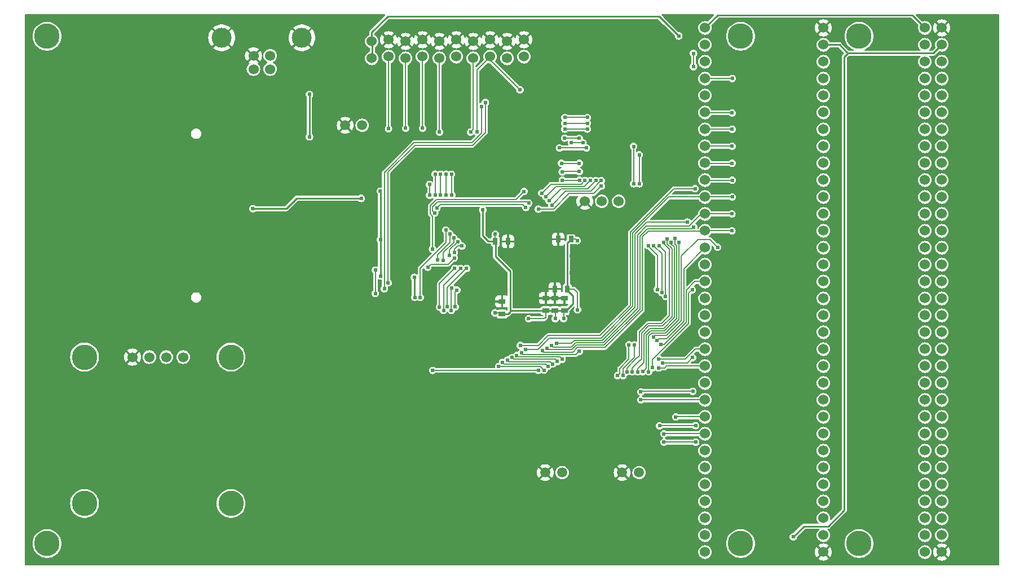
<source format=gbl>
%TF.GenerationSoftware,KiCad,Pcbnew,7.0.8*%
%TF.CreationDate,2024-03-17T11:49:34-04:00*%
%TF.ProjectId,UMDv3,554d4476-332e-46b6-9963-61645f706362,rev?*%
%TF.SameCoordinates,Original*%
%TF.FileFunction,Copper,L2,Bot*%
%TF.FilePolarity,Positive*%
%FSLAX46Y46*%
G04 Gerber Fmt 4.6, Leading zero omitted, Abs format (unit mm)*
G04 Created by KiCad (PCBNEW 7.0.8) date 2024-03-17 11:49:34*
%MOMM*%
%LPD*%
G01*
G04 APERTURE LIST*
%TA.AperFunction,ComponentPad*%
%ADD10C,1.524000*%
%TD*%
%TA.AperFunction,ComponentPad*%
%ADD11C,3.810000*%
%TD*%
%TA.AperFunction,ComponentPad*%
%ADD12C,3.000000*%
%TD*%
%TA.AperFunction,ComponentPad*%
%ADD13C,1.500000*%
%TD*%
%TA.AperFunction,SMDPad,CuDef*%
%ADD14R,1.000000X0.800000*%
%TD*%
%TA.AperFunction,SMDPad,CuDef*%
%ADD15R,0.800000X1.000000*%
%TD*%
%TA.AperFunction,ViaPad*%
%ADD16C,0.609600*%
%TD*%
%TA.AperFunction,Conductor*%
%ADD17C,0.254000*%
%TD*%
%TA.AperFunction,Conductor*%
%ADD18C,0.177800*%
%TD*%
G04 APERTURE END LIST*
D10*
%TO.P,CON104,1,Vcc*%
%TO.N,+3V3*%
X127508000Y-73152000D03*
%TO.P,CON104,2,Vcc*%
X127508000Y-70612000D03*
%TO.P,CON104,3,TRST*%
%TO.N,/TRST*%
X130048000Y-72898000D03*
%TO.P,CON104,4,GND*%
%TO.N,GND*%
X130048000Y-70358000D03*
%TO.P,CON104,5,TDI*%
%TO.N,/TDI*%
X132588000Y-73152000D03*
%TO.P,CON104,6,GND*%
%TO.N,GND*%
X132588000Y-70612000D03*
%TO.P,CON104,7,SWDIO/TMS*%
%TO.N,/SWDIO-TMS*%
X135128000Y-72898000D03*
%TO.P,CON104,8,GND*%
%TO.N,GND*%
X135128000Y-70358000D03*
%TO.P,CON104,9,SWCLK/TCLK*%
%TO.N,/SWCLK-TCLK*%
X137668000Y-73152000D03*
%TO.P,CON104,10,GND*%
%TO.N,GND*%
X137668000Y-70612000D03*
%TO.P,CON104,11,RTCK*%
%TO.N,unconnected-(CON104-RTCK-Pad11)*%
X140208000Y-72898000D03*
%TO.P,CON104,12,GND*%
%TO.N,GND*%
X140208000Y-70358000D03*
%TO.P,CON104,13,SWO/TDO*%
%TO.N,/TDO*%
X142748000Y-73152000D03*
%TO.P,CON104,14,GND*%
%TO.N,GND*%
X142748000Y-70612000D03*
%TO.P,CON104,15,RESET*%
%TO.N,/~{RESET}*%
X145288000Y-72898000D03*
%TO.P,CON104,16,GND*%
%TO.N,GND*%
X145288000Y-70358000D03*
%TO.P,CON104,17,NC*%
%TO.N,unconnected-(CON104-NC-Pad17)*%
X147828000Y-73152000D03*
%TO.P,CON104,18,GND*%
%TO.N,GND*%
X147828000Y-70612000D03*
%TO.P,CON104,19,NC*%
%TO.N,unconnected-(CON104-NC-Pad19)*%
X150368000Y-72898000D03*
%TO.P,CON104,20,GND*%
%TO.N,GND*%
X150368000Y-70358000D03*
%TD*%
%TO.P,CON106,1,+3.3V*%
%TO.N,+3V3*%
X177546000Y-68580000D03*
X210566000Y-68580000D03*
%TO.P,CON106,2,SCL*%
%TO.N,/SCL*%
X177546000Y-71120000D03*
X210566000Y-71120000D03*
%TO.P,CON106,3,SDA*%
%TO.N,/SDA*%
X177546000Y-73660000D03*
X210566000Y-73660000D03*
%TO.P,CON106,4,MOSI/IO6*%
%TO.N,/MOSI-IO6*%
X177546000Y-76200000D03*
X210566000Y-76200000D03*
%TO.P,CON106,5,SCK/IO4*%
%TO.N,/SCK-IO4*%
X177546000Y-78740000D03*
X210566000Y-78740000D03*
%TO.P,CON106,6,TIMER*%
%TO.N,/TIM1_CH2*%
X177546000Y-81280000D03*
X210566000Y-81280000D03*
%TO.P,CON106,7,A15*%
%TO.N,/A15*%
X177546000Y-83820000D03*
X210566000Y-83820000D03*
%TO.P,CON106,8,A13*%
%TO.N,/A13*%
X177546000Y-86360000D03*
X210566000Y-86360000D03*
%TO.P,CON106,9,A18*%
%TO.N,/A18*%
X177546000Y-88900000D03*
X210566000Y-88900000D03*
%TO.P,CON106,10,A16*%
%TO.N,/A16*%
X177546000Y-91440000D03*
X210566000Y-91440000D03*
%TO.P,CON106,11,~{WR}*%
%TO.N,/~{WR}*%
X177546000Y-93980000D03*
X210566000Y-93980000D03*
%TO.P,CON106,12,A10*%
%TO.N,/A10*%
X177546000Y-96520000D03*
X210566000Y-96520000D03*
%TO.P,CON106,13,A8*%
%TO.N,/A8*%
X177546000Y-99060000D03*
X210566000Y-99060000D03*
%TO.P,CON106,14,D0*%
%TO.N,/D0*%
X177546000Y-101600000D03*
X210566000Y-101600000D03*
%TO.P,CON106,15,D14*%
%TO.N,/D14*%
X177546000Y-104140000D03*
X210566000Y-104140000D03*
%TO.P,CON106,16,D2*%
%TO.N,/D2*%
X177546000Y-106680000D03*
X210566000Y-106680000D03*
%TO.P,CON106,17,D12*%
%TO.N,/D12*%
X177546000Y-109220000D03*
X210566000Y-109220000D03*
%TO.P,CON106,18,D10*%
%TO.N,/D10*%
X177546000Y-111760000D03*
X210566000Y-111760000D03*
%TO.P,CON106,19,D8*%
%TO.N,/D8*%
X177546000Y-114300000D03*
X210566000Y-114300000D03*
%TO.P,CON106,20,D6*%
%TO.N,/D6*%
X177546000Y-116840000D03*
X210566000Y-116840000D03*
%TO.P,CON106,21,D4*%
%TO.N,/D4*%
X177546000Y-119380000D03*
X210566000Y-119380000D03*
%TO.P,CON106,22,IO0*%
%TO.N,/IO0*%
X177546000Y-121920000D03*
X210566000Y-121920000D03*
%TO.P,CON106,23,IO2*%
%TO.N,/IO2*%
X177546000Y-124460000D03*
X210566000Y-124460000D03*
%TO.P,CON106,24,~{CE0}*%
%TO.N,/~{CE0}*%
X177546000Y-127000000D03*
X210566000Y-127000000D03*
%TO.P,CON106,25,~{CE2}*%
%TO.N,/~{CE2}*%
X177546000Y-129540000D03*
X210566000Y-129540000D03*
%TO.P,CON106,26,A5*%
%TO.N,/A5*%
X177546000Y-132080000D03*
X210566000Y-132080000D03*
%TO.P,CON106,27,A3*%
%TO.N,/A3*%
X177546000Y-134620000D03*
X210566000Y-134620000D03*
%TO.P,CON106,28,A1*%
%TO.N,/A1*%
X177546000Y-137160000D03*
X210566000Y-137160000D03*
%TO.P,CON106,29,A22*%
%TO.N,/A22*%
X177546000Y-139700000D03*
X210566000Y-139700000D03*
%TO.P,CON106,30,A20*%
%TO.N,/A20*%
X177546000Y-142240000D03*
X210566000Y-142240000D03*
%TO.P,CON106,31,A19*%
%TO.N,/A19*%
X177546000Y-144780000D03*
X210566000Y-144780000D03*
%TO.P,CON106,32,A23*%
%TO.N,/A23*%
X177546000Y-147320000D03*
X210566000Y-147320000D03*
%TO.P,CON106,33,GND*%
%TO.N,GND*%
X195326000Y-147320000D03*
X213106000Y-147320000D03*
%TO.P,CON106,34,+5V*%
%TO.N,+5V*%
X195326000Y-144780000D03*
X213106000Y-144780000D03*
%TO.P,CON106,35,A21*%
%TO.N,/A21*%
X195326000Y-142240000D03*
X213106000Y-142240000D03*
%TO.P,CON106,36,A0*%
%TO.N,/A0*%
X195326000Y-139700000D03*
X213106000Y-139700000D03*
%TO.P,CON106,37,A2*%
%TO.N,/A2*%
X195326000Y-137160000D03*
X213106000Y-137160000D03*
%TO.P,CON106,38,A4*%
%TO.N,/A4*%
X195326000Y-134620000D03*
X213106000Y-134620000D03*
%TO.P,CON106,39,~{CE3}*%
%TO.N,/~{CE3}*%
X195326000Y-132080000D03*
X213106000Y-132080000D03*
%TO.P,CON106,40,~{CE1}*%
%TO.N,/~{CE1}*%
X195326000Y-129540000D03*
X213106000Y-129540000D03*
%TO.P,CON106,41,A6*%
%TO.N,/A6*%
X195326000Y-127000000D03*
X213106000Y-127000000D03*
%TO.P,CON106,42,IO3*%
%TO.N,/IO3*%
X195326000Y-124460000D03*
X213106000Y-124460000D03*
%TO.P,CON106,43,IO1*%
%TO.N,/IO1*%
X195326000Y-121920000D03*
X213106000Y-121920000D03*
%TO.P,CON106,44,D5*%
%TO.N,/D5*%
X195326000Y-119380000D03*
X213106000Y-119380000D03*
%TO.P,CON106,45,D7*%
%TO.N,/D7*%
X195326000Y-116840000D03*
X213106000Y-116840000D03*
%TO.P,CON106,46,D9*%
%TO.N,/D9*%
X195326000Y-114300000D03*
X213106000Y-114300000D03*
%TO.P,CON106,47,D11*%
%TO.N,/D11*%
X195326000Y-111760000D03*
X213106000Y-111760000D03*
%TO.P,CON106,48,D3*%
%TO.N,/D3*%
X195326000Y-109220000D03*
X213106000Y-109220000D03*
%TO.P,CON106,49,D13*%
%TO.N,/D13*%
X195326000Y-106680000D03*
X213106000Y-106680000D03*
%TO.P,CON106,50,D15*%
%TO.N,/D15*%
X195326000Y-104140000D03*
X213106000Y-104140000D03*
%TO.P,CON106,51,D1*%
%TO.N,/D1*%
X195326000Y-101600000D03*
X213106000Y-101600000D03*
%TO.P,CON106,52,A7*%
%TO.N,/A7*%
X195326000Y-99060000D03*
X213106000Y-99060000D03*
%TO.P,CON106,53,A9*%
%TO.N,/A9*%
X195326000Y-96520000D03*
X213106000Y-96520000D03*
%TO.P,CON106,54,A11*%
%TO.N,/A11*%
X195326000Y-93980000D03*
X213106000Y-93980000D03*
%TO.P,CON106,55,~{RD}*%
%TO.N,/~{RD}*%
X195326000Y-91440000D03*
X213106000Y-91440000D03*
%TO.P,CON106,56,A17*%
%TO.N,/A17*%
X195326000Y-88900000D03*
X213106000Y-88900000D03*
%TO.P,CON106,57,A12*%
%TO.N,/A12*%
X195326000Y-86360000D03*
X213106000Y-86360000D03*
%TO.P,CON106,58,A14*%
%TO.N,/A14*%
X195326000Y-83820000D03*
X213106000Y-83820000D03*
%TO.P,CON106,59,CLK*%
%TO.N,/CLK*%
X195326000Y-81280000D03*
X213106000Y-81280000D03*
%TO.P,CON106,60,NSS/IO5*%
%TO.N,/NSS-IO5*%
X195326000Y-78740000D03*
X213106000Y-78740000D03*
%TO.P,CON106,61,MISO/IO7*%
%TO.N,/MISO-IO7*%
X195326000Y-76200000D03*
X213106000Y-76200000D03*
%TO.P,CON106,62,IO8*%
%TO.N,/IO8*%
X195326000Y-73660000D03*
X213106000Y-73660000D03*
%TO.P,CON106,63,+5V*%
%TO.N,+5V*%
X195326000Y-71120000D03*
X213106000Y-71120000D03*
%TO.P,CON106,64,GND*%
%TO.N,GND*%
X195326000Y-68580000D03*
X213106000Y-68580000D03*
%TD*%
D11*
%TO.P,MEC102,1,nc*%
%TO.N,unconnected-(MEC102-nc-Pad1)*%
X78740000Y-146050000D03*
%TD*%
%TO.P,MEC103,1,nc*%
%TO.N,unconnected-(MEC103-nc-Pad1)*%
X200660000Y-69850000D03*
%TD*%
%TO.P,MEC104,1,nc*%
%TO.N,unconnected-(MEC104-nc-Pad1)*%
X200660000Y-146050000D03*
%TD*%
%TO.P,MEC101,1,nc*%
%TO.N,unconnected-(MEC101-nc-Pad1)*%
X78740000Y-69850000D03*
%TD*%
D10*
%TO.P,CON107,1,1*%
%TO.N,GND*%
X159512000Y-94640400D03*
%TO.P,CON107,2,2*%
%TO.N,/USART3_RX*%
X162052000Y-94640400D03*
%TO.P,CON107,3,3*%
%TO.N,/USART3_TX*%
X164592000Y-94640400D03*
%TD*%
%TO.P,CON101,1,+5V*%
%TO.N,+5V*%
X109748000Y-74771200D03*
%TO.P,CON101,2,D-*%
%TO.N,/USB_D-*%
X112248000Y-74771200D03*
%TO.P,CON101,3,D+*%
%TO.N,/USB_D+*%
X112248000Y-72771200D03*
%TO.P,CON101,4,GND*%
%TO.N,GND*%
X109748000Y-72771200D03*
D12*
%TO.P,CON101,5,CASE*%
X104978000Y-70061200D03*
X117018000Y-70061200D03*
%TD*%
D10*
%TO.P,U104,1,GND*%
%TO.N,GND*%
X91567000Y-118032000D03*
%TO.P,U104,2,VCC*%
%TO.N,+3V3*%
X94107000Y-118032000D03*
%TO.P,U104,3,SCL*%
%TO.N,/SCL*%
X96647000Y-118032000D03*
%TO.P,U104,4,SDA*%
%TO.N,/SDA*%
X99187000Y-118032000D03*
D11*
%TO.P,U104,5,nc*%
%TO.N,unconnected-(U104-nc-Pad5)*%
X84377000Y-118032000D03*
%TO.P,U104,6,nc*%
%TO.N,unconnected-(U104-nc-Pad6)*%
X106377000Y-118032000D03*
%TO.P,U104,7,nc*%
%TO.N,unconnected-(U104-nc-Pad7)*%
X84377000Y-140032000D03*
%TO.P,U104,8,nc*%
%TO.N,unconnected-(U104-nc-Pad8)*%
X106377000Y-140032000D03*
%TD*%
D13*
%TO.P,D102,1,1*%
%TO.N,GND*%
X165100000Y-135382000D03*
%TO.P,D102,2,2*%
%TO.N,Net-(D102-Pad2)*%
X167640000Y-135382000D03*
%TD*%
%TO.P,D101,1,1*%
%TO.N,GND*%
X153550137Y-135382000D03*
%TO.P,D101,2,2*%
%TO.N,Net-(D101-Pad2)*%
X156090137Y-135382000D03*
%TD*%
D11*
%TO.P,MEC105,1,nc*%
%TO.N,unconnected-(MEC105-nc-Pad1)*%
X182880000Y-146050000D03*
%TD*%
%TO.P,MEC106,1,nc*%
%TO.N,unconnected-(MEC106-nc-Pad1)*%
X182880000Y-69850000D03*
%TD*%
D13*
%TO.P,D103,1,1*%
%TO.N,GND*%
X123527337Y-83223100D03*
%TO.P,D103,2,2*%
%TO.N,Net-(D103-Pad2)*%
X126067337Y-83223100D03*
%TD*%
D14*
%TO.P,C117,1*%
%TO.N,+3.3VP*%
X153619200Y-111059000D03*
%TO.P,C117,2*%
%TO.N,GND*%
X153619200Y-109159000D03*
%TD*%
D15*
%TO.P,C118,1*%
%TO.N,+3.3VP*%
X157414000Y-100330000D03*
%TO.P,C118,2*%
%TO.N,GND*%
X155514000Y-100330000D03*
%TD*%
%TO.P,C120,1*%
%TO.N,+3.3VP*%
X156880600Y-107797600D03*
%TO.P,C120,2*%
%TO.N,GND*%
X154980600Y-107797600D03*
%TD*%
D14*
%TO.P,C121,1*%
%TO.N,+3.3VP*%
X156413200Y-111059000D03*
%TO.P,C121,2*%
%TO.N,GND*%
X156413200Y-109159000D03*
%TD*%
%TO.P,C122,1*%
%TO.N,+3.3VP*%
X147066000Y-111567000D03*
%TO.P,C122,2*%
%TO.N,GND*%
X147066000Y-109667000D03*
%TD*%
%TO.P,C123,1*%
%TO.N,+3.3VP*%
X155016200Y-111059000D03*
%TO.P,C123,2*%
%TO.N,GND*%
X155016200Y-109159000D03*
%TD*%
D15*
%TO.P,C119,1*%
%TO.N,+3.3VP*%
X146065200Y-100660200D03*
%TO.P,C119,2*%
%TO.N,GND*%
X147965200Y-100660200D03*
%TD*%
D16*
%TO.N,GND*%
X120650000Y-83820000D03*
X128270000Y-86360000D03*
X120650000Y-91440000D03*
X120650000Y-88900000D03*
X115570000Y-91440000D03*
X113030000Y-88900000D03*
X128270000Y-91440000D03*
X128270000Y-88900000D03*
X123190000Y-86360000D03*
X125730000Y-88900000D03*
X113030000Y-86360000D03*
X110490000Y-83820000D03*
X125730000Y-76200000D03*
X115570000Y-76200000D03*
X146050000Y-133350000D03*
X101600000Y-104140000D03*
X109220000Y-102870000D03*
X110490000Y-97790000D03*
X115570000Y-88900000D03*
X110490000Y-91440000D03*
X100330000Y-76200000D03*
X105410000Y-76200000D03*
X110490000Y-86360000D03*
X110490000Y-81280000D03*
X125730000Y-86360000D03*
X166370000Y-129540000D03*
X219710000Y-72390000D03*
X217170000Y-68580000D03*
X219710000Y-143510000D03*
X217170000Y-147320000D03*
%TO.N,/MCP_INT*%
X128041400Y-104952800D03*
%TO.N,+3V3*%
X109651800Y-95732600D03*
X125933200Y-94183200D03*
X118160800Y-78562200D03*
X128778000Y-93091000D03*
X173609000Y-69799200D03*
X133908800Y-106045000D03*
X128803400Y-100380800D03*
X133959600Y-109067600D03*
X128803400Y-105841800D03*
X118160800Y-84950300D03*
%TO.N,GND*%
X149860000Y-102870000D03*
X147320000Y-105410000D03*
X147320000Y-102870000D03*
X147320000Y-107950000D03*
X140589000Y-97282000D03*
X146050000Y-91440000D03*
X157480000Y-102870000D03*
X157480000Y-105410000D03*
X157480000Y-111760000D03*
X149860000Y-107950000D03*
X152400000Y-107950000D03*
X149860000Y-111760000D03*
X115570000Y-81280000D03*
X134620000Y-101828600D03*
X120650000Y-111760000D03*
X134340600Y-117348000D03*
X151130000Y-121920000D03*
X153670000Y-121920000D03*
X160350200Y-98526600D03*
X171450000Y-76200000D03*
X171450000Y-110490000D03*
X161290000Y-86487000D03*
X174980600Y-95123000D03*
X134620000Y-94183200D03*
X126288800Y-106680000D03*
X105410000Y-91440000D03*
X100330000Y-96520000D03*
X120650000Y-132080000D03*
X120650000Y-142240000D03*
X125730000Y-147320000D03*
X146050000Y-142240000D03*
X120650000Y-147320000D03*
X125730000Y-142240000D03*
X120650000Y-137160000D03*
X140970000Y-142240000D03*
X146050000Y-147320000D03*
X140970000Y-147320000D03*
X146050000Y-121920000D03*
X146050000Y-127000000D03*
X148590000Y-127000000D03*
X151130000Y-127000000D03*
X153670000Y-127000000D03*
X156210000Y-127000000D03*
X158750000Y-127000000D03*
X161290000Y-127000000D03*
X161290000Y-124460000D03*
X161290000Y-121920000D03*
X135890000Y-137160000D03*
X120650000Y-127000000D03*
X120650000Y-116840000D03*
X161290000Y-137160000D03*
X173990000Y-147320000D03*
X120650000Y-121920000D03*
X135890000Y-121920000D03*
X158750000Y-121920000D03*
X115570000Y-111760000D03*
X115570000Y-106680000D03*
X120650000Y-106680000D03*
X110490000Y-106680000D03*
X115570000Y-101600000D03*
X105410000Y-81280000D03*
X130810000Y-86360000D03*
X130810000Y-91440000D03*
X100330000Y-81280000D03*
X95250000Y-81280000D03*
X90170000Y-81280000D03*
X85090000Y-81280000D03*
X85090000Y-76200000D03*
X90170000Y-76200000D03*
X95250000Y-76200000D03*
X85090000Y-71120000D03*
X90170000Y-71120000D03*
X80010000Y-76200000D03*
X105410000Y-71120000D03*
X120650000Y-71120000D03*
X125730000Y-71120000D03*
X151130000Y-86360000D03*
X151130000Y-81280000D03*
X146050000Y-81280000D03*
X156210000Y-76200000D03*
X166370000Y-76200000D03*
X171450000Y-71120000D03*
X166370000Y-71120000D03*
X156210000Y-71120000D03*
X151130000Y-76200000D03*
X189230000Y-68580000D03*
X186690000Y-71120000D03*
X186690000Y-147320000D03*
X166370000Y-121920000D03*
X140970000Y-121920000D03*
X140970000Y-116840000D03*
X135890000Y-111760000D03*
X95250000Y-111760000D03*
X90190571Y-111845500D03*
X100330000Y-91440000D03*
X100330000Y-86360000D03*
X95250000Y-86360000D03*
X90170000Y-86360000D03*
X85090000Y-86360000D03*
X80010000Y-86360000D03*
X90170000Y-106680000D03*
X95250000Y-106680000D03*
X85090000Y-106680000D03*
X80010000Y-106680000D03*
X120650000Y-76200000D03*
X130810000Y-76200000D03*
X135890000Y-76200000D03*
X140970000Y-76200000D03*
X146050000Y-76200000D03*
X125730000Y-81280000D03*
X130810000Y-81280000D03*
X135890000Y-81280000D03*
X140970000Y-81280000D03*
X146050000Y-86360000D03*
X152400000Y-102870000D03*
X152400000Y-105410000D03*
X154940000Y-105410000D03*
X152400000Y-100330000D03*
X154940000Y-102870000D03*
X149860000Y-105410000D03*
X144780000Y-116840000D03*
X144780000Y-114300000D03*
X144780000Y-119380000D03*
X161290000Y-113030000D03*
X110490000Y-111760000D03*
X110490000Y-116840000D03*
X100330000Y-111760000D03*
X100330000Y-71120000D03*
X105410000Y-111760000D03*
X115570000Y-116840000D03*
X95250000Y-71120000D03*
X149860000Y-100330000D03*
%TO.N,+5V*%
X190804800Y-145034000D03*
%TO.N,/~{RESET}*%
X136169400Y-92100400D03*
X134772400Y-109067600D03*
X149758400Y-77876400D03*
X136652000Y-120015000D03*
X143306800Y-84226400D03*
X138633200Y-98933000D03*
X152527000Y-120015000D03*
X136194800Y-93726000D03*
%TO.N,/TDO*%
X137845800Y-90551000D03*
X142343421Y-84223491D03*
X137847343Y-93713925D03*
X138201053Y-103482331D03*
X139801600Y-100101400D03*
%TO.N,/SWCLK-TCLK*%
X139521476Y-93675924D03*
X139471400Y-90551000D03*
X137668000Y-84226400D03*
%TO.N,/SWDIO-TMS*%
X135128000Y-83642200D03*
%TO.N,/TDI*%
X132588000Y-83642200D03*
X138658600Y-90551000D03*
X138688870Y-93651556D03*
%TO.N,/TRST*%
X137419310Y-103388018D03*
X130022600Y-83718400D03*
X137033000Y-90551000D03*
X137033000Y-93726000D03*
X139217400Y-99491800D03*
%TO.N,/SDIO_D1*%
X137274228Y-95664466D03*
X150621510Y-95541305D03*
%TO.N,/SDIO_D0*%
X136955768Y-96384606D03*
X151071553Y-94895180D03*
%TO.N,/SDIO_D3*%
X141046200Y-101333310D03*
X139897859Y-102341941D03*
%TO.N,/SDIO_D2*%
X139166600Y-102768400D03*
X140396219Y-100700581D03*
%TO.N,/D1*%
X166116000Y-116179600D03*
X164414200Y-120802400D03*
X169773600Y-115011200D03*
X179435171Y-101537979D03*
%TO.N,/D0*%
X166928800Y-116205000D03*
X170357800Y-115544600D03*
X165227000Y-120802400D03*
%TO.N,/TIM1_CH2*%
X181610000Y-81356200D03*
X156514800Y-82042000D03*
X159867600Y-82042000D03*
%TO.N,/A15*%
X156489400Y-83769200D03*
X181610000Y-83794600D03*
X159867600Y-83769200D03*
%TO.N,/A14*%
X155676600Y-86614000D03*
X159740600Y-86614000D03*
%TO.N,/A23*%
X161975800Y-92329000D03*
X165811200Y-120243600D03*
X152527000Y-95808800D03*
X171297600Y-100787200D03*
%TO.N,/A22*%
X169087800Y-120243600D03*
X173634400Y-100761800D03*
X153043054Y-93406147D03*
X159512000Y-91490800D03*
%TO.N,/A21*%
X153638451Y-93921433D03*
X160324800Y-91516200D03*
X173050200Y-100228400D03*
X168224200Y-120218200D03*
%TO.N,/A20*%
X167436800Y-120243600D03*
X161163000Y-91516200D03*
X172466000Y-100787200D03*
X154127200Y-94538800D03*
%TO.N,/A19*%
X171881800Y-100253800D03*
X154559000Y-95199200D03*
X166624000Y-120243600D03*
X161975800Y-91516200D03*
%TO.N,/A18*%
X158673800Y-88925400D03*
X181610000Y-88925400D03*
X155981400Y-88925400D03*
%TO.N,/A17*%
X158673800Y-90170000D03*
X156108400Y-90195400D03*
%TO.N,/A16*%
X156121510Y-91465400D03*
X181635400Y-91465400D03*
X158699200Y-91465400D03*
%TO.N,/A13*%
X170383200Y-107873800D03*
X169037000Y-101295200D03*
X166827200Y-91998800D03*
X181610000Y-86360000D03*
X166827200Y-86385400D03*
%TO.N,/A12*%
X171043600Y-108331000D03*
X169849800Y-101295200D03*
X167665400Y-87655400D03*
X167665400Y-91998800D03*
%TO.N,/A7*%
X171627800Y-108915200D03*
X170662600Y-101295200D03*
%TO.N,/A11*%
X155219400Y-115976400D03*
X174904400Y-97764600D03*
%TO.N,/A10*%
X181584600Y-96520000D03*
X154508200Y-116332000D03*
%TO.N,/A9*%
X153819879Y-116714401D03*
X175844200Y-98475800D03*
%TO.N,/A8*%
X181584600Y-99060000D03*
X153120851Y-117076861D03*
%TO.N,/~{WR}*%
X150635418Y-116852710D03*
X181635400Y-93980000D03*
%TO.N,/~{RD}*%
X176047400Y-92735400D03*
X149809200Y-116281200D03*
%TO.N,/~{CE0}*%
X173151800Y-127025400D03*
X156083000Y-118338600D03*
X149275800Y-117779800D03*
%TO.N,/D6*%
X155371800Y-118694200D03*
X170586400Y-118338600D03*
X148561610Y-118111388D03*
%TO.N,/D5*%
X175666400Y-118110000D03*
X171146218Y-118910110D03*
X154660600Y-119049800D03*
X147853400Y-118491000D03*
%TO.N,/D4*%
X147142200Y-118846600D03*
X170586400Y-119659400D03*
X153949400Y-119405400D03*
%TO.N,/D3*%
X153390600Y-119989600D03*
X169672000Y-119634000D03*
X175615600Y-107924600D03*
X146558000Y-119430800D03*
%TO.N,/D2*%
X170942000Y-116103400D03*
X158648400Y-117157554D03*
X149987000Y-117424200D03*
%TO.N,+3.3VP*%
X144170400Y-95910400D03*
X151053800Y-112268000D03*
X156311600Y-112268000D03*
X158394400Y-110921800D03*
X146014378Y-111389269D03*
X155067000Y-112268000D03*
X146050000Y-99568000D03*
X158343600Y-100533200D03*
%TO.N,/IO8*%
X136626600Y-101803200D03*
X175818800Y-74396600D03*
X175818800Y-72415400D03*
X150368000Y-93141800D03*
%TO.N,/CLK*%
X159867600Y-82905600D03*
X156489400Y-82905600D03*
%TO.N,/IO3*%
X140286585Y-107956621D03*
X167894000Y-123266200D03*
X175717200Y-123164600D03*
X140030200Y-110490000D03*
%TO.N,/~{CE1}*%
X138861800Y-110490000D03*
X176123600Y-128320800D03*
X170713400Y-128346200D03*
X141732000Y-104698800D03*
%TO.N,/~{CE3}*%
X171373800Y-130810000D03*
X176149000Y-130810000D03*
X139954000Y-104698800D03*
X137668000Y-110515400D03*
%TO.N,/~{CE2}*%
X140817600Y-104698800D03*
X138277600Y-111023400D03*
X171373800Y-129565400D03*
%TO.N,/IO2*%
X139543834Y-107695204D03*
X167894000Y-124460000D03*
X139446000Y-111023400D03*
%TO.N,/SCK-IO4*%
X159232600Y-85852000D03*
X157478490Y-85852421D03*
%TO.N,/MOSI-IO6*%
X181635400Y-76174600D03*
X156478490Y-85134382D03*
X158648400Y-85166200D03*
%TO.N,/SDA*%
X129387600Y-107772200D03*
X144000289Y-80379389D03*
%TO.N,/SCL*%
X144571799Y-79770552D03*
X129971800Y-106883200D03*
%TO.N,/MCP_INT*%
X128041400Y-108483400D03*
X135908629Y-104526753D03*
X139903200Y-103149400D03*
%TD*%
D17*
%TO.N,+3V3*%
X179451000Y-66675000D02*
X208661000Y-66675000D01*
X208661000Y-66675000D02*
X210566000Y-68580000D01*
X177546000Y-68580000D02*
X179451000Y-66675000D01*
D18*
%TO.N,/MCP_INT*%
X128041400Y-108483400D02*
X128041400Y-104952800D01*
D17*
%TO.N,+3V3*%
X114655600Y-95732600D02*
X109651800Y-95732600D01*
X125933200Y-94183200D02*
X116205000Y-94183200D01*
X116205000Y-94183200D02*
X114655600Y-95732600D01*
X118160800Y-84950300D02*
X118160800Y-78562200D01*
X133908800Y-106045000D02*
X133908800Y-109016800D01*
X127508000Y-70612000D02*
X127508000Y-69240400D01*
X170662600Y-66852800D02*
X171615100Y-67805300D01*
X128803400Y-93116400D02*
X128778000Y-93091000D01*
X133908800Y-109016800D02*
X133959600Y-109067600D01*
X171094400Y-67284600D02*
X171615100Y-67805300D01*
X171615100Y-67805300D02*
X173609000Y-69799200D01*
X127508000Y-69240400D02*
X129895600Y-66852800D01*
X127584200Y-73152000D02*
X127584200Y-70561200D01*
X128803400Y-100380800D02*
X128803400Y-93116400D01*
X128803400Y-105841800D02*
X128803400Y-100380800D01*
X129895600Y-66852800D02*
X170662600Y-66852800D01*
%TO.N,GND*%
X195326000Y-68580000D02*
X196596000Y-67310000D01*
X207187800Y-67310000D02*
X209727800Y-69850000D01*
X196596000Y-67310000D02*
X207187800Y-67310000D01*
X209727800Y-69850000D02*
X211836000Y-69850000D01*
X211836000Y-69850000D02*
X213106000Y-68580000D01*
%TO.N,+5V*%
X198450199Y-141046201D02*
X196037200Y-143459200D01*
X196037200Y-143459200D02*
X192379600Y-143459200D01*
X198983600Y-72390000D02*
X198755000Y-72161400D01*
X197713600Y-71120000D02*
X198755000Y-72161400D01*
X192379600Y-143459200D02*
X190804800Y-145034000D01*
X198983600Y-72390000D02*
X198450199Y-72923401D01*
X198450199Y-72923401D02*
X198450199Y-141046201D01*
X213106000Y-71120000D02*
X211836000Y-72390000D01*
X211836000Y-72390000D02*
X198983600Y-72390000D01*
X195326000Y-71120000D02*
X197713600Y-71120000D01*
D18*
%TO.N,/~{RESET}*%
X149758400Y-77876400D02*
X145288000Y-73406000D01*
X136194800Y-93726000D02*
X136194800Y-92125800D01*
X143306800Y-74904600D02*
X145288000Y-72923400D01*
X134772400Y-109067600D02*
X134772400Y-104698800D01*
X150850600Y-120015000D02*
X136652000Y-120015000D01*
X134772400Y-104698800D02*
X138633200Y-100838000D01*
X143306800Y-75641200D02*
X143306800Y-75412600D01*
X145288000Y-73406000D02*
X145288000Y-72898000D01*
X138633200Y-100838000D02*
X138633200Y-98933000D01*
X136194800Y-92125800D02*
X136169400Y-92100400D01*
X152527000Y-120015000D02*
X150850600Y-120015000D01*
X143306800Y-75412600D02*
X143306800Y-74904600D01*
X143306800Y-84226400D02*
X143306800Y-75641200D01*
%TO.N,/TDO*%
X142748000Y-83818912D02*
X142343421Y-84223491D01*
X137845800Y-90551000D02*
X137845800Y-93712382D01*
X139801600Y-100761800D02*
X138201053Y-102362347D01*
X137845800Y-93712382D02*
X137847343Y-93713925D01*
X142748000Y-73279000D02*
X142748000Y-83818912D01*
X139801600Y-100101400D02*
X139801600Y-100761800D01*
X138201053Y-102362347D02*
X138201053Y-103482331D01*
%TO.N,/SWCLK-TCLK*%
X137668000Y-84226400D02*
X137668000Y-73228200D01*
X139471400Y-90551000D02*
X139471400Y-93625848D01*
X139471400Y-93625848D02*
X139521476Y-93675924D01*
%TO.N,/SWDIO-TMS*%
X135128000Y-72898000D02*
X135128000Y-82372200D01*
X135128000Y-82372200D02*
X135128000Y-83642200D01*
%TO.N,/TDI*%
X138658600Y-93621286D02*
X138688870Y-93651556D01*
X132588000Y-83642200D02*
X132588000Y-73202800D01*
X138658600Y-90551000D02*
X138658600Y-93621286D01*
X132588000Y-73202800D02*
X132588000Y-73177400D01*
%TO.N,/TRST*%
X137033000Y-93726000D02*
X137033000Y-90551000D01*
X139217400Y-99491800D02*
X139217400Y-100838000D01*
X139217400Y-100838000D02*
X137419310Y-102636090D01*
X130022600Y-83718400D02*
X130022600Y-73126600D01*
X130022600Y-73126600D02*
X129997200Y-73152000D01*
X137419310Y-102636090D02*
X137419310Y-103388018D01*
%TO.N,/SDIO_D1*%
X150621510Y-95541305D02*
X150177827Y-95097622D01*
X137841072Y-95097622D02*
X137274228Y-95664466D01*
X150177827Y-95097622D02*
X137841072Y-95097622D01*
%TO.N,/SDIO_D0*%
X150918384Y-94742011D02*
X137368257Y-94742011D01*
X136650969Y-96079807D02*
X136955768Y-96384606D01*
X151071553Y-94895180D02*
X150918384Y-94742011D01*
X137368257Y-94742011D02*
X136650969Y-95459299D01*
X136650969Y-95459299D02*
X136650969Y-96079807D01*
%TO.N,/SDIO_D3*%
X139897859Y-101833941D02*
X140398490Y-101333310D01*
X140398490Y-101333310D02*
X141046200Y-101333310D01*
X139897859Y-102341941D02*
X139897859Y-101833941D01*
%TO.N,/SDIO_D2*%
X139166600Y-102768400D02*
X139166600Y-101930200D01*
X139166600Y-101930200D02*
X140396219Y-100700581D01*
%TO.N,/D1*%
X164719000Y-120497600D02*
X164719000Y-119735600D01*
X176479200Y-100380800D02*
X178277992Y-100380800D01*
X164414200Y-120802400D02*
X164719000Y-120497600D01*
X171749698Y-114782611D02*
X173990011Y-112542298D01*
X170002189Y-114782611D02*
X171749698Y-114782611D01*
X169773600Y-115011200D02*
X170002189Y-114782611D01*
X164719000Y-119735600D02*
X166116000Y-118338600D01*
X173990011Y-102869989D02*
X176479200Y-100380800D01*
X166116000Y-118338600D02*
X166116000Y-116179600D01*
X178277992Y-100380800D02*
X179435171Y-101537979D01*
X173990011Y-112542298D02*
X173990011Y-102869989D01*
%TO.N,/D0*%
X166928800Y-118033800D02*
X165227000Y-119735600D01*
X177546000Y-101600000D02*
X174345622Y-104800378D01*
X165227000Y-119735600D02*
X165227000Y-120802400D01*
X174345622Y-104800378D02*
X174345622Y-112689596D01*
X174345622Y-112689596D02*
X171795417Y-115239801D01*
X166928800Y-116205000D02*
X166928800Y-118033800D01*
X171795417Y-115239801D02*
X170662599Y-115239801D01*
X170662599Y-115239801D02*
X170357800Y-115544600D01*
%TO.N,/TIM1_CH2*%
X181610000Y-81356200D02*
X177622200Y-81356200D01*
X177622200Y-81356200D02*
X177546000Y-81280000D01*
X177520600Y-81407000D02*
X177571400Y-81356200D01*
X156514800Y-82042000D02*
X159867600Y-82042000D01*
%TO.N,/A15*%
X156489400Y-83769200D02*
X159867600Y-83769200D01*
X181610000Y-83794600D02*
X177571400Y-83794600D01*
X177571400Y-83794600D02*
X177546000Y-83820000D01*
%TO.N,/A14*%
X155676600Y-86614000D02*
X159740600Y-86614000D01*
%TO.N,/A23*%
X160832800Y-93472000D02*
X157124400Y-93472000D01*
X172212000Y-111785400D02*
X170992800Y-113004600D01*
X157124400Y-93472000D02*
X154787600Y-95808800D01*
X161975800Y-92329000D02*
X160832800Y-93472000D01*
X167132000Y-118364000D02*
X167513000Y-117983000D01*
X167665400Y-114274600D02*
X167665400Y-117830600D01*
X165811200Y-120243600D02*
X165811200Y-119684800D01*
X171297600Y-100939600D02*
X172212000Y-101854000D01*
X170992800Y-113004600D02*
X168935400Y-113004600D01*
X171297600Y-100787200D02*
X171297600Y-100939600D01*
X172212000Y-101854000D02*
X172212000Y-111785400D01*
X168935400Y-113004600D02*
X167665400Y-114274600D01*
X154787600Y-95808800D02*
X152527000Y-95808800D01*
X165811200Y-119684800D02*
X167132000Y-118364000D01*
X167665400Y-117830600D02*
X167132000Y-118364000D01*
%TO.N,/A22*%
X154399601Y-92049600D02*
X153043054Y-93406147D01*
X158953200Y-92049600D02*
X154399601Y-92049600D01*
X159512000Y-91490800D02*
X158953200Y-92049600D01*
X173634400Y-100761800D02*
X173634400Y-112395000D01*
X171602400Y-114427000D02*
X169545000Y-114427000D01*
X169087800Y-120243600D02*
X169087800Y-114884200D01*
X169545000Y-114427000D02*
X169087800Y-114884200D01*
X173634400Y-112395000D02*
X171602400Y-114427000D01*
%TO.N,/A21*%
X159435800Y-92405200D02*
X155154684Y-92405200D01*
X173050200Y-101092000D02*
X173278800Y-101320600D01*
X160324800Y-91516200D02*
X159435800Y-92405200D01*
X171450000Y-114071400D02*
X169392600Y-114071400D01*
X168440100Y-120002300D02*
X168579822Y-119862578D01*
X168224200Y-120218200D02*
X168440100Y-120002300D01*
X168732200Y-114731800D02*
X168732200Y-119710200D01*
X168732200Y-119710200D02*
X168440100Y-120002300D01*
X173278800Y-112242600D02*
X171450000Y-114071400D01*
X173278800Y-101320600D02*
X173278800Y-112242600D01*
X155154684Y-92405200D02*
X153638451Y-93921433D01*
X173050200Y-100228400D02*
X173050200Y-101092000D01*
X169392600Y-114071400D02*
X168732200Y-114731800D01*
%TO.N,/A20*%
X172466000Y-101041200D02*
X172923200Y-101498400D01*
X168376600Y-118846600D02*
X167436800Y-119786400D01*
X171297600Y-113715800D02*
X169240200Y-113715800D01*
X155905200Y-92760800D02*
X154127200Y-94538800D01*
X167436800Y-120243600D02*
X167436800Y-119786400D01*
X169240200Y-113715800D02*
X168376600Y-114579400D01*
X172923200Y-101498400D02*
X172923200Y-112090200D01*
X159918400Y-92760800D02*
X155905200Y-92760800D01*
X167436800Y-119786400D02*
X168224211Y-118998989D01*
X168376600Y-114579400D02*
X168376600Y-118846600D01*
X161163000Y-91516200D02*
X159918400Y-92760800D01*
X172466000Y-100787200D02*
X172466000Y-101041200D01*
X172923200Y-112090200D02*
X171297600Y-113715800D01*
%TO.N,/A19*%
X171881800Y-100253800D02*
X171881800Y-101015800D01*
X156641800Y-93116400D02*
X154559000Y-95199200D01*
X160375600Y-93116400D02*
X156641800Y-93116400D01*
X169087800Y-113360200D02*
X168021000Y-114427000D01*
X172567600Y-101701600D02*
X172567600Y-111937800D01*
X168021000Y-114427000D02*
X168021000Y-118287800D01*
X171881800Y-101015800D02*
X172567600Y-101701600D01*
X172567600Y-111937800D02*
X171145200Y-113360200D01*
X166624000Y-119684800D02*
X167462200Y-118846600D01*
X166624000Y-120243600D02*
X166624000Y-119684800D01*
X167462200Y-118846600D02*
X167868600Y-118440200D01*
X168021000Y-118287800D02*
X167462200Y-118846600D01*
X161975800Y-91516200D02*
X160375600Y-93116400D01*
X171145200Y-113360200D02*
X169087800Y-113360200D01*
%TO.N,/A18*%
X155981400Y-88925400D02*
X158673800Y-88925400D01*
X181610000Y-88925400D02*
X177571400Y-88925400D01*
X177571400Y-88925400D02*
X177546000Y-88900000D01*
%TO.N,/A17*%
X158673800Y-90170000D02*
X156133800Y-90170000D01*
X156133800Y-90170000D02*
X156108400Y-90195400D01*
%TO.N,/A16*%
X177571400Y-91465400D02*
X177546000Y-91440000D01*
X181635400Y-91465400D02*
X177571400Y-91465400D01*
X156121510Y-91465400D02*
X158699200Y-91465400D01*
%TO.N,/A13*%
X166827200Y-91998800D02*
X166827200Y-86385400D01*
X181610000Y-86360000D02*
X177546000Y-86360000D01*
X169037000Y-101396800D02*
X169037000Y-101295200D01*
X170383200Y-107873800D02*
X170383200Y-102743000D01*
X170383200Y-102743000D02*
X169037000Y-101396800D01*
%TO.N,/A12*%
X171043600Y-108331000D02*
X171043600Y-102489000D01*
X167665400Y-91998800D02*
X167665400Y-87655400D01*
X171043600Y-102489000D02*
X169849800Y-101295200D01*
%TO.N,/A7*%
X171627800Y-108915200D02*
X171627800Y-102260400D01*
X171627800Y-102260400D02*
X170662600Y-101295200D01*
%TO.N,/A11*%
X157480000Y-115976400D02*
X157937200Y-115519200D01*
X157937200Y-115519200D02*
X162092676Y-115519200D01*
X174904400Y-97764600D02*
X174879000Y-97764600D01*
X162092676Y-115519200D02*
X167055822Y-110556054D01*
X167055822Y-110556054D02*
X167055822Y-99532452D01*
X155219400Y-115976400D02*
X157480000Y-115976400D01*
X168823674Y-97764600D02*
X174904400Y-97764600D01*
X167055822Y-99532452D02*
X168823674Y-97764600D01*
%TO.N,/A10*%
X176987200Y-96520000D02*
X175132967Y-98374233D01*
X157419016Y-116560600D02*
X154736800Y-116560600D01*
X181584600Y-96520000D02*
X177546000Y-96520000D01*
X168716949Y-98374233D02*
X167411433Y-99679749D01*
X162239974Y-115874811D02*
X158104805Y-115874811D01*
X158104805Y-115874811D02*
X157419016Y-116560600D01*
X175132967Y-98374233D02*
X168716949Y-98374233D01*
X177546000Y-96520000D02*
X176987200Y-96520000D01*
X167411433Y-110703351D02*
X162239974Y-115874811D01*
X154736800Y-116560600D02*
X154508200Y-116332000D01*
X167411433Y-99679749D02*
X167411433Y-110703351D01*
%TO.N,/A9*%
X175590156Y-98729844D02*
X168864247Y-98729844D01*
X154021689Y-116916211D02*
X153819879Y-116714401D01*
X168864247Y-98729844D02*
X167767044Y-99827047D01*
X167767044Y-99827047D02*
X167767044Y-110850649D01*
X162387272Y-116230422D02*
X158252103Y-116230422D01*
X167767044Y-110850649D02*
X162387272Y-116230422D01*
X157566314Y-116916211D02*
X154021689Y-116916211D01*
X175844200Y-98475800D02*
X175590156Y-98729844D01*
X158252103Y-116230422D02*
X157566314Y-116916211D01*
%TO.N,/A8*%
X158399391Y-116586044D02*
X162534556Y-116586044D01*
X168122655Y-110997945D02*
X168122655Y-101244345D01*
X177520545Y-99085455D02*
X169011545Y-99085455D01*
X157699532Y-117285902D02*
X158399391Y-116586044D01*
X162534556Y-116586044D02*
X168122655Y-110997945D01*
X169011545Y-99085455D02*
X168122655Y-99974345D01*
X177546000Y-99060000D02*
X177520545Y-99085455D01*
X153120851Y-117076861D02*
X153329892Y-117285902D01*
X153329892Y-117285902D02*
X157699532Y-117285902D01*
X168122655Y-99974345D02*
X168122655Y-101244345D01*
X181584600Y-99060000D02*
X177546000Y-99060000D01*
%TO.N,/~{WR}*%
X181635400Y-93980000D02*
X177546000Y-93980000D01*
X154178000Y-115163600D02*
X161945368Y-115163600D01*
X161945368Y-115163600D02*
X166700211Y-110408757D01*
X152488890Y-116852710D02*
X154178000Y-115163600D01*
X172105365Y-93980000D02*
X177546000Y-93980000D01*
X166700211Y-99385154D02*
X172105365Y-93980000D01*
X150635418Y-116852710D02*
X152488890Y-116852710D01*
X166700211Y-110408757D02*
X166700211Y-99385154D01*
%TO.N,/~{RD}*%
X149809200Y-116281200D02*
X152527000Y-116281200D01*
X152527000Y-116281200D02*
X154000200Y-114808000D01*
X161798000Y-114808000D02*
X166344600Y-110261400D01*
X166344600Y-99237856D02*
X172847055Y-92735400D01*
X154000200Y-114808000D02*
X161798000Y-114808000D01*
X166344600Y-110261400D02*
X166344600Y-99237856D01*
X172847055Y-92735400D02*
X176047400Y-92735400D01*
%TO.N,/~{CE0}*%
X173177200Y-127000000D02*
X173151800Y-127025400D01*
X155752800Y-118008400D02*
X156083000Y-118338600D01*
X149275800Y-117779800D02*
X149504400Y-118008400D01*
X149504400Y-118008400D02*
X155752800Y-118008400D01*
X177546000Y-127000000D02*
X173177200Y-127000000D01*
%TO.N,/D6*%
X170586400Y-118338600D02*
X174574200Y-118338600D01*
X155041600Y-118364000D02*
X148814222Y-118364000D01*
X174574200Y-118338600D02*
X176072800Y-116840000D01*
X148814222Y-118364000D02*
X148561610Y-118111388D01*
X177546000Y-116840000D02*
X176072800Y-116840000D01*
X155371800Y-118694200D02*
X155041600Y-118364000D01*
%TO.N,/D5*%
X174866290Y-118910110D02*
X171146218Y-118910110D01*
X154330400Y-118719600D02*
X154660600Y-119049800D01*
X147853400Y-118491000D02*
X148082000Y-118719600D01*
X175666400Y-118110000D02*
X174866290Y-118910110D01*
X148082000Y-118719600D02*
X154330400Y-118719600D01*
%TO.N,/D4*%
X171780200Y-119380000D02*
X171500800Y-119659400D01*
X147370800Y-119075200D02*
X153619200Y-119075200D01*
X171500800Y-119659400D02*
X170586400Y-119659400D01*
X153619200Y-119075200D02*
X153949400Y-119405400D01*
X177546000Y-119380000D02*
X171780200Y-119380000D01*
X147142200Y-118846600D02*
X147370800Y-119075200D01*
%TO.N,/D3*%
X152831800Y-119430800D02*
X153390600Y-119989600D01*
X146558000Y-119430800D02*
X152831800Y-119430800D01*
X175082200Y-112958836D02*
X169672000Y-118369035D01*
X169672000Y-118369035D02*
X169672000Y-119634000D01*
X175615600Y-107924600D02*
X175082200Y-108458000D01*
X175082200Y-108458000D02*
X175082200Y-112958836D01*
%TO.N,/D2*%
X171434727Y-116103400D02*
X170942000Y-116103400D01*
X150211162Y-117648362D02*
X158157592Y-117648362D01*
X174701233Y-112836894D02*
X171434727Y-116103400D01*
X158157592Y-117648362D02*
X158648400Y-117157554D01*
X149987000Y-117424200D02*
X150211162Y-117648362D01*
X177546000Y-106680000D02*
X176032126Y-106680000D01*
X176032126Y-106680000D02*
X174701233Y-108010893D01*
X174701233Y-108010893D02*
X174701233Y-112836894D01*
D17*
%TO.N,+3.3VP*%
X144170400Y-95910400D02*
X144170400Y-98323400D01*
X148371600Y-111059000D02*
X148285200Y-110972600D01*
X147970200Y-111567000D02*
X148285200Y-111252000D01*
D18*
X156311600Y-111099600D02*
X156337000Y-111074200D01*
D17*
X156880600Y-105712810D02*
X156870399Y-105702609D01*
X157683200Y-110058200D02*
X157683200Y-108839000D01*
D18*
X158394400Y-110921800D02*
X158394400Y-108331000D01*
X146898469Y-111389269D02*
X146014378Y-111389269D01*
X157911800Y-107848400D02*
X156845000Y-107848400D01*
X155067000Y-112268000D02*
X155067000Y-111074200D01*
D17*
X156870399Y-100873601D02*
X157414000Y-100330000D01*
D18*
X153619200Y-112039400D02*
X153619200Y-111074200D01*
D17*
X146075400Y-102920800D02*
X148285200Y-105130600D01*
X156880600Y-107797600D02*
X156880600Y-105712810D01*
X144983200Y-100609400D02*
X146024600Y-100609400D01*
X148285200Y-111252000D02*
X148285200Y-110972600D01*
D18*
X146050000Y-99568000D02*
X146050000Y-100584000D01*
D17*
X156413200Y-111059000D02*
X156682400Y-111059000D01*
X153619200Y-111059000D02*
X156377600Y-111059000D01*
D18*
X156311600Y-112268000D02*
X156311600Y-111099600D01*
X158140400Y-100330000D02*
X158343600Y-100533200D01*
D17*
X148285200Y-106451400D02*
X148285200Y-110972600D01*
X144170400Y-99796600D02*
X144983200Y-100609400D01*
X157683200Y-108839000D02*
X156870400Y-108026200D01*
D18*
X151053800Y-112268000D02*
X153390600Y-112268000D01*
X158394400Y-108331000D02*
X157911800Y-107848400D01*
D17*
X146075400Y-100634800D02*
X146075400Y-102920800D01*
X153619200Y-111059000D02*
X148371600Y-111059000D01*
D18*
X157414000Y-100330000D02*
X157962600Y-100330000D01*
X147066000Y-111556800D02*
X146898469Y-111389269D01*
X153390600Y-112268000D02*
X153619200Y-112039400D01*
D17*
X156682400Y-111059000D02*
X157683200Y-110058200D01*
D18*
X157962600Y-100330000D02*
X158140400Y-100330000D01*
D17*
X148285200Y-105130600D02*
X148285200Y-106451400D01*
X144170400Y-98323400D02*
X144170400Y-99796600D01*
X147066000Y-111567000D02*
X147970200Y-111567000D01*
X156870399Y-105702609D02*
X156870399Y-100873601D01*
D18*
%TO.N,/IO8*%
X137185400Y-94386400D02*
X149123400Y-94386400D01*
X136626600Y-96875600D02*
X136271000Y-96520000D01*
X175818800Y-74396600D02*
X175818800Y-72415400D01*
X136271000Y-96520000D02*
X136271000Y-95300800D01*
X136271000Y-95300800D02*
X137185400Y-94386400D01*
X149123400Y-94386400D02*
X150368000Y-93141800D01*
X136626600Y-101803200D02*
X136626600Y-96875600D01*
%TO.N,/CLK*%
X156489400Y-82905600D02*
X159867600Y-82905600D01*
%TO.N,/IO3*%
X167995600Y-123164600D02*
X167894000Y-123266200D01*
X175717200Y-123164600D02*
X167995600Y-123164600D01*
X140030200Y-110490000D02*
X140030200Y-108213006D01*
X140030200Y-108213006D02*
X140286585Y-107956621D01*
%TO.N,/~{CE1}*%
X176123600Y-128320800D02*
X170738800Y-128320800D01*
X138861800Y-110490000D02*
X138861800Y-107569000D01*
X170738800Y-128320800D02*
X170713400Y-128346200D01*
X138861800Y-107569000D02*
X141732000Y-104698800D01*
%TO.N,/~{CE3}*%
X176149000Y-130810000D02*
X171373800Y-130810000D01*
X137668000Y-110515400D02*
X137668000Y-106984800D01*
X137668000Y-106984800D02*
X139954000Y-104698800D01*
%TO.N,/~{CE2}*%
X138277600Y-107289600D02*
X138277600Y-107264200D01*
X138277600Y-111023400D02*
X138277600Y-107289600D01*
X171399200Y-129540000D02*
X171373800Y-129565400D01*
X140817600Y-104724200D02*
X140817600Y-104698800D01*
X138277600Y-107264200D02*
X140817600Y-104724200D01*
X177546000Y-129540000D02*
X171399200Y-129540000D01*
%TO.N,/IO2*%
X139446000Y-111023400D02*
X139446000Y-107793038D01*
X139446000Y-107793038D02*
X139543834Y-107695204D01*
X177546000Y-124460000D02*
X167894000Y-124460000D01*
%TO.N,/SCK-IO4*%
X159232179Y-85852421D02*
X159232600Y-85852000D01*
X157579669Y-85953600D02*
X157478490Y-85852421D01*
X157478490Y-85852421D02*
X159232179Y-85852421D01*
%TO.N,/MOSI-IO6*%
X181635400Y-76174600D02*
X177571400Y-76174600D01*
X158616582Y-85134382D02*
X158648400Y-85166200D01*
X156478490Y-85134382D02*
X158616582Y-85134382D01*
X177571400Y-76174600D02*
X177546000Y-76200000D01*
X156586508Y-85242400D02*
X156478490Y-85134382D01*
%TO.N,/SDA*%
X133812294Y-85851998D02*
X142527024Y-85851998D01*
X129387600Y-107772200D02*
X129387600Y-90276692D01*
X129387600Y-90276692D02*
X133812294Y-85851998D01*
X144000289Y-84378733D02*
X144000289Y-80379389D01*
X142527024Y-85851998D02*
X144000289Y-84378733D01*
%TO.N,/SCL*%
X142674322Y-86207609D02*
X133959591Y-86207609D01*
X144571799Y-79770552D02*
X144571799Y-84310131D01*
X144571799Y-84310131D02*
X142674322Y-86207609D01*
X129971800Y-90195400D02*
X129971800Y-106883200D01*
X133959591Y-86207609D02*
X129971800Y-90195400D01*
%TO.N,/MCP_INT*%
X138976102Y-104076498D02*
X136358884Y-104076498D01*
X136358884Y-104076498D02*
X135908629Y-104526753D01*
X139903200Y-103149400D02*
X138976102Y-104076498D01*
%TD*%
%TA.AperFunction,Conductor*%
%TO.N,GND*%
G36*
X159639000Y-113538000D02*
G01*
X144399000Y-113538000D01*
X144399000Y-110115596D01*
X146058000Y-110115596D01*
X146064503Y-110176084D01*
X146064505Y-110176093D01*
X146115554Y-110312963D01*
X146203093Y-110429900D01*
X146203099Y-110429906D01*
X146320036Y-110517445D01*
X146456906Y-110568494D01*
X146456915Y-110568496D01*
X146517403Y-110574999D01*
X146517409Y-110575000D01*
X146913599Y-110575000D01*
X146913600Y-110574999D01*
X146913600Y-109819401D01*
X146913599Y-109819400D01*
X146058001Y-109819400D01*
X146058000Y-109819401D01*
X146058000Y-110115596D01*
X144399000Y-110115596D01*
X144399000Y-109514599D01*
X146058000Y-109514599D01*
X146058001Y-109514600D01*
X146913599Y-109514600D01*
X146913600Y-109514599D01*
X146913600Y-108759001D01*
X146913599Y-108759000D01*
X146517403Y-108759000D01*
X146456915Y-108765503D01*
X146456906Y-108765505D01*
X146320036Y-108816554D01*
X146203099Y-108904093D01*
X146203093Y-108904099D01*
X146115554Y-109021036D01*
X146064505Y-109157906D01*
X146064503Y-109157915D01*
X146058000Y-109218403D01*
X146058000Y-109514599D01*
X144399000Y-109514599D01*
X144399000Y-100564722D01*
X144591464Y-100757187D01*
X144679016Y-100844739D01*
X144690447Y-100858816D01*
X144698640Y-100871356D01*
X144728027Y-100894229D01*
X144732114Y-100897838D01*
X144735789Y-100901512D01*
X144735791Y-100901514D01*
X144755100Y-100915300D01*
X144799115Y-100949558D01*
X144799117Y-100949558D01*
X144805520Y-100953024D01*
X144805266Y-100953492D01*
X144806554Y-100954155D01*
X144806788Y-100953677D01*
X144813327Y-100956873D01*
X144813330Y-100956875D01*
X144866786Y-100972789D01*
X144919539Y-100990900D01*
X144919545Y-100990900D01*
X144926724Y-100992099D01*
X144926636Y-100992623D01*
X144928065Y-100992831D01*
X144928131Y-100992304D01*
X144935353Y-100993203D01*
X144935359Y-100993205D01*
X144991084Y-100990900D01*
X145322801Y-100990900D01*
X145379302Y-101011465D01*
X145409366Y-101063536D01*
X145410701Y-101078800D01*
X145410701Y-101185268D01*
X145415380Y-101208791D01*
X145425466Y-101259501D01*
X145481716Y-101343684D01*
X145565899Y-101399934D01*
X145623149Y-101411321D01*
X145674551Y-101442513D01*
X145693900Y-101497532D01*
X145693900Y-102872117D01*
X145692029Y-102890156D01*
X145688955Y-102904816D01*
X145688954Y-102904816D01*
X145693562Y-102941776D01*
X145693900Y-102947218D01*
X145693900Y-102952413D01*
X145697803Y-102975803D01*
X145704703Y-103031159D01*
X145706782Y-103038140D01*
X145706272Y-103038291D01*
X145706713Y-103039668D01*
X145707216Y-103039496D01*
X145709581Y-103046386D01*
X145736129Y-103095441D01*
X145760623Y-103145546D01*
X145764854Y-103151471D01*
X145764422Y-103151778D01*
X145765290Y-103152942D01*
X145765709Y-103152617D01*
X145770182Y-103158365D01*
X145811219Y-103196142D01*
X147877955Y-105262877D01*
X147903366Y-105317371D01*
X147903700Y-105325032D01*
X147903700Y-108724170D01*
X147883135Y-108780671D01*
X147831064Y-108810735D01*
X147785083Y-108806528D01*
X147675096Y-108765506D01*
X147675084Y-108765503D01*
X147614596Y-108759000D01*
X147218401Y-108759000D01*
X147218400Y-108759001D01*
X147218400Y-110574999D01*
X147218401Y-110575000D01*
X147614591Y-110575000D01*
X147614596Y-110574999D01*
X147675084Y-110568496D01*
X147675093Y-110568494D01*
X147785082Y-110527471D01*
X147845207Y-110526994D01*
X147891573Y-110565276D01*
X147903700Y-110609829D01*
X147903700Y-110923917D01*
X147901819Y-110942002D01*
X147901540Y-110943329D01*
X147869791Y-110994390D01*
X147812647Y-111013097D01*
X147756849Y-110990696D01*
X147753366Y-110987399D01*
X147749486Y-110983519D01*
X147749484Y-110983516D01*
X147737818Y-110975721D01*
X147665301Y-110927265D01*
X147612192Y-110916702D01*
X147591067Y-110912500D01*
X147591065Y-110912500D01*
X146540931Y-110912500D01*
X146466698Y-110927266D01*
X146466697Y-110927266D01*
X146446552Y-110940727D01*
X146388148Y-110955017D01*
X146344208Y-110937375D01*
X146296443Y-110900723D01*
X146296441Y-110900722D01*
X146160385Y-110844365D01*
X146014378Y-110825143D01*
X145868370Y-110844365D01*
X145732314Y-110900722D01*
X145732307Y-110900726D01*
X145615487Y-110990366D01*
X145615475Y-110990378D01*
X145525835Y-111107198D01*
X145525831Y-111107205D01*
X145469474Y-111243261D01*
X145450252Y-111389268D01*
X145450252Y-111389269D01*
X145469474Y-111535276D01*
X145525831Y-111671332D01*
X145525835Y-111671339D01*
X145615475Y-111788159D01*
X145615477Y-111788161D01*
X145615481Y-111788166D01*
X145615485Y-111788169D01*
X145615487Y-111788171D01*
X145732307Y-111877811D01*
X145732312Y-111877814D01*
X145732315Y-111877816D01*
X145868371Y-111934173D01*
X146014378Y-111953395D01*
X146160385Y-111934173D01*
X146190601Y-111921657D01*
X146250671Y-111919034D01*
X146298373Y-111955637D01*
X146309571Y-111988046D01*
X146310658Y-111987830D01*
X146321687Y-112043279D01*
X146326266Y-112066301D01*
X146382516Y-112150484D01*
X146404188Y-112164965D01*
X146466698Y-112206734D01*
X146477261Y-112208835D01*
X146540933Y-112221500D01*
X147591066Y-112221499D01*
X147591068Y-112221499D01*
X147609561Y-112217820D01*
X147665301Y-112206734D01*
X147749484Y-112150484D01*
X147805734Y-112066301D01*
X147815092Y-112019252D01*
X147846283Y-111967849D01*
X147901303Y-111948500D01*
X147921518Y-111948500D01*
X147939555Y-111950370D01*
X147954217Y-111953445D01*
X147985293Y-111949571D01*
X147991177Y-111948838D01*
X147996619Y-111948500D01*
X148001809Y-111948500D01*
X148001811Y-111948500D01*
X148025204Y-111944596D01*
X148080560Y-111937696D01*
X148080563Y-111937694D01*
X148087544Y-111935617D01*
X148087696Y-111936130D01*
X148089066Y-111935691D01*
X148088893Y-111935185D01*
X148095780Y-111932820D01*
X148095782Y-111932818D01*
X148095786Y-111932818D01*
X148144841Y-111906270D01*
X148194946Y-111881776D01*
X148194950Y-111881771D01*
X148200879Y-111877540D01*
X148201191Y-111877977D01*
X148202344Y-111877116D01*
X148202015Y-111876693D01*
X148207760Y-111872221D01*
X148207759Y-111872221D01*
X148207762Y-111872220D01*
X148245541Y-111831180D01*
X148520539Y-111556181D01*
X148534609Y-111544756D01*
X148547156Y-111536560D01*
X148570037Y-111507159D01*
X148573643Y-111503077D01*
X148577313Y-111499409D01*
X148591091Y-111480110D01*
X148595531Y-111474406D01*
X148646465Y-111442453D01*
X148664893Y-111440500D01*
X152783897Y-111440500D01*
X152840398Y-111461065D01*
X152870108Y-111511252D01*
X152879466Y-111558301D01*
X152935716Y-111642484D01*
X153019899Y-111698734D01*
X153094133Y-111713500D01*
X153187900Y-111713499D01*
X153244400Y-111734063D01*
X153274464Y-111786134D01*
X153275800Y-111801399D01*
X153275800Y-111836700D01*
X153255235Y-111893201D01*
X153203164Y-111923265D01*
X153187900Y-111924600D01*
X151538629Y-111924600D01*
X151482128Y-111904035D01*
X151468893Y-111890209D01*
X151452703Y-111869110D01*
X151452700Y-111869107D01*
X151452697Y-111869103D01*
X151446448Y-111864308D01*
X151335870Y-111779457D01*
X151335863Y-111779453D01*
X151199807Y-111723096D01*
X151053800Y-111703874D01*
X150907792Y-111723096D01*
X150771736Y-111779453D01*
X150771729Y-111779457D01*
X150654909Y-111869097D01*
X150654897Y-111869109D01*
X150565257Y-111985929D01*
X150565253Y-111985936D01*
X150508896Y-112121992D01*
X150489674Y-112267999D01*
X150489674Y-112268000D01*
X150508896Y-112414007D01*
X150565253Y-112550063D01*
X150565257Y-112550070D01*
X150654897Y-112666890D01*
X150654899Y-112666892D01*
X150654903Y-112666897D01*
X150654907Y-112666900D01*
X150654909Y-112666902D01*
X150771729Y-112756542D01*
X150771734Y-112756545D01*
X150771737Y-112756547D01*
X150907793Y-112812904D01*
X151053800Y-112832126D01*
X151199807Y-112812904D01*
X151335863Y-112756547D01*
X151452697Y-112666897D01*
X151454806Y-112664148D01*
X151468893Y-112645791D01*
X151519603Y-112613484D01*
X151538629Y-112611400D01*
X153373700Y-112611400D01*
X153377514Y-112611566D01*
X153413254Y-112614693D01*
X153420989Y-112615370D01*
X153420989Y-112615369D01*
X153420991Y-112615370D01*
X153463149Y-112604072D01*
X153466871Y-112603247D01*
X153509861Y-112595668D01*
X153513120Y-112593785D01*
X153534327Y-112585002D01*
X153534332Y-112585000D01*
X153537966Y-112584027D01*
X153573727Y-112558985D01*
X153576936Y-112556940D01*
X153614738Y-112535117D01*
X153642783Y-112501693D01*
X153645369Y-112498871D01*
X153740900Y-112403340D01*
X153850084Y-112294155D01*
X153852893Y-112291582D01*
X153886317Y-112263538D01*
X153908133Y-112225747D01*
X153910194Y-112222515D01*
X153921244Y-112206733D01*
X153935226Y-112186766D01*
X153936201Y-112183126D01*
X153944986Y-112161921D01*
X153946867Y-112158663D01*
X153946867Y-112158662D01*
X153946868Y-112158661D01*
X153954450Y-112115657D01*
X153955269Y-112111960D01*
X153966570Y-112069791D01*
X153962766Y-112026314D01*
X153962600Y-112022500D01*
X153962600Y-111801399D01*
X153983165Y-111744898D01*
X154035236Y-111714834D01*
X154050500Y-111713499D01*
X154144268Y-111713499D01*
X154165393Y-111709296D01*
X154218501Y-111698734D01*
X154268864Y-111665081D01*
X154327267Y-111650789D01*
X154366534Y-111665081D01*
X154375900Y-111671339D01*
X154416899Y-111698734D01*
X154491133Y-111713500D01*
X154611944Y-111713499D01*
X154668444Y-111734063D01*
X154698508Y-111786135D01*
X154688068Y-111845348D01*
X154671447Y-111864308D01*
X154672173Y-111865034D01*
X154668099Y-111869107D01*
X154578454Y-111985935D01*
X154578453Y-111985936D01*
X154522096Y-112121992D01*
X154502874Y-112267999D01*
X154502874Y-112268000D01*
X154522096Y-112414007D01*
X154578453Y-112550063D01*
X154578457Y-112550070D01*
X154668097Y-112666890D01*
X154668099Y-112666892D01*
X154668103Y-112666897D01*
X154668107Y-112666900D01*
X154668109Y-112666902D01*
X154784929Y-112756542D01*
X154784934Y-112756545D01*
X154784937Y-112756547D01*
X154920993Y-112812904D01*
X155067000Y-112832126D01*
X155213007Y-112812904D01*
X155349063Y-112756547D01*
X155465897Y-112666897D01*
X155521996Y-112593787D01*
X155555542Y-112550070D01*
X155555543Y-112550068D01*
X155555547Y-112550063D01*
X155608091Y-112423211D01*
X155648713Y-112378882D01*
X155708325Y-112371034D01*
X155759036Y-112403340D01*
X155770509Y-112423212D01*
X155823053Y-112550063D01*
X155823057Y-112550070D01*
X155912697Y-112666890D01*
X155912699Y-112666892D01*
X155912703Y-112666897D01*
X155912707Y-112666900D01*
X155912709Y-112666902D01*
X156029529Y-112756542D01*
X156029534Y-112756545D01*
X156029537Y-112756547D01*
X156165593Y-112812904D01*
X156311600Y-112832126D01*
X156457607Y-112812904D01*
X156593663Y-112756547D01*
X156710497Y-112666897D01*
X156766596Y-112593787D01*
X156800142Y-112550070D01*
X156800143Y-112550068D01*
X156800147Y-112550063D01*
X156856504Y-112414007D01*
X156875726Y-112268000D01*
X156856504Y-112121993D01*
X156800147Y-111985937D01*
X156710497Y-111869103D01*
X156710492Y-111869099D01*
X156706427Y-111865034D01*
X156708157Y-111863303D01*
X156680840Y-111820434D01*
X156688681Y-111760820D01*
X156733007Y-111720194D01*
X156766654Y-111713499D01*
X156938268Y-111713499D01*
X156956761Y-111709820D01*
X157012501Y-111698734D01*
X157096684Y-111642484D01*
X157152934Y-111558301D01*
X157167700Y-111484067D01*
X157167699Y-111149630D01*
X157188264Y-111093130D01*
X157193432Y-111087488D01*
X157830395Y-110450526D01*
X157884888Y-110425116D01*
X157942966Y-110440679D01*
X157977454Y-110489932D01*
X157972213Y-110549830D01*
X157962285Y-110566192D01*
X157905854Y-110639734D01*
X157905853Y-110639736D01*
X157849496Y-110775792D01*
X157830274Y-110921799D01*
X157830274Y-110921800D01*
X157849496Y-111067807D01*
X157905853Y-111203863D01*
X157905857Y-111203870D01*
X157995497Y-111320690D01*
X157995499Y-111320692D01*
X157995503Y-111320697D01*
X157995507Y-111320700D01*
X157995509Y-111320702D01*
X158112329Y-111410342D01*
X158112334Y-111410345D01*
X158112337Y-111410347D01*
X158248393Y-111466704D01*
X158394400Y-111485926D01*
X158540407Y-111466704D01*
X158676463Y-111410347D01*
X158703933Y-111389269D01*
X158793290Y-111320702D01*
X158793297Y-111320697D01*
X158882947Y-111203863D01*
X158939304Y-111067807D01*
X158958526Y-110921800D01*
X158939304Y-110775793D01*
X158882947Y-110639737D01*
X158793297Y-110522903D01*
X158772189Y-110506706D01*
X158739883Y-110455995D01*
X158737800Y-110436971D01*
X158737800Y-108347887D01*
X158737966Y-108344075D01*
X158741769Y-108300609D01*
X158730474Y-108258460D01*
X158729650Y-108254743D01*
X158722068Y-108211739D01*
X158720183Y-108208475D01*
X158711399Y-108187268D01*
X158710426Y-108183634D01*
X158685395Y-108147887D01*
X158683335Y-108144652D01*
X158661518Y-108106862D01*
X158628099Y-108078821D01*
X158625271Y-108076230D01*
X158166566Y-107617524D01*
X158163981Y-107614704D01*
X158135938Y-107581283D01*
X158120419Y-107572323D01*
X158098148Y-107559464D01*
X158094913Y-107557403D01*
X158059168Y-107532373D01*
X158055517Y-107531395D01*
X158034325Y-107522616D01*
X158031061Y-107520731D01*
X157988081Y-107513152D01*
X157984338Y-107512322D01*
X157942190Y-107501029D01*
X157917258Y-107503211D01*
X157898714Y-107504833D01*
X157894900Y-107505000D01*
X157622999Y-107505000D01*
X157566498Y-107484435D01*
X157536434Y-107432364D01*
X157535099Y-107417100D01*
X157535099Y-107272531D01*
X157529580Y-107244790D01*
X157520334Y-107198299D01*
X157464084Y-107114116D01*
X157379901Y-107057866D01*
X157348581Y-107051636D01*
X157332851Y-107048507D01*
X157281448Y-107017314D01*
X157262100Y-106962296D01*
X157262100Y-105761492D01*
X157263971Y-105743452D01*
X157265907Y-105734222D01*
X157267045Y-105728793D01*
X157262438Y-105691832D01*
X157262100Y-105686390D01*
X157262100Y-105681201D01*
X157258196Y-105657806D01*
X157252237Y-105609996D01*
X157251899Y-105604555D01*
X157251899Y-101172399D01*
X157272464Y-101115898D01*
X157324535Y-101085834D01*
X157339799Y-101084499D01*
X157839068Y-101084499D01*
X157857561Y-101080820D01*
X157913301Y-101069734D01*
X157975297Y-101028308D01*
X158033699Y-101014017D01*
X158057769Y-101020186D01*
X158061536Y-101021746D01*
X158061537Y-101021747D01*
X158197593Y-101078104D01*
X158343600Y-101097326D01*
X158489607Y-101078104D01*
X158625663Y-101021747D01*
X158627698Y-101020186D01*
X158714373Y-100953677D01*
X158742497Y-100932097D01*
X158809529Y-100844739D01*
X158832142Y-100815270D01*
X158832143Y-100815268D01*
X158832147Y-100815263D01*
X158888504Y-100679207D01*
X158907726Y-100533200D01*
X158888504Y-100387193D01*
X158832147Y-100251137D01*
X158832145Y-100251134D01*
X158832142Y-100251129D01*
X158742502Y-100134309D01*
X158742500Y-100134307D01*
X158742497Y-100134303D01*
X158742492Y-100134299D01*
X158742490Y-100134297D01*
X158625670Y-100044657D01*
X158625663Y-100044653D01*
X158489607Y-99988296D01*
X158343600Y-99969074D01*
X158211135Y-99986513D01*
X158176916Y-99984271D01*
X158172989Y-99983219D01*
X158170791Y-99982630D01*
X158170790Y-99982630D01*
X158164059Y-99983219D01*
X158105981Y-99967656D01*
X158071494Y-99918402D01*
X158068499Y-99895653D01*
X158068499Y-99804931D01*
X158062980Y-99777190D01*
X158053734Y-99730699D01*
X157997484Y-99646516D01*
X157985603Y-99638577D01*
X157913301Y-99590265D01*
X157860192Y-99579702D01*
X157839067Y-99575500D01*
X157839065Y-99575500D01*
X156988931Y-99575500D01*
X156914699Y-99590266D01*
X156830517Y-99646515D01*
X156830514Y-99646518D01*
X156774265Y-99730698D01*
X156764180Y-99781403D01*
X156759501Y-99804931D01*
X156759500Y-99804934D01*
X156759500Y-100408566D01*
X156738935Y-100465067D01*
X156733754Y-100470721D01*
X156635056Y-100569418D01*
X156620984Y-100580847D01*
X156608441Y-100589042D01*
X156585565Y-100618433D01*
X156581960Y-100622516D01*
X156578286Y-100626190D01*
X156576971Y-100627743D01*
X156576418Y-100628058D01*
X156575718Y-100628759D01*
X156575526Y-100628567D01*
X156524760Y-100657563D01*
X156465595Y-100646846D01*
X156427162Y-100600606D01*
X156422000Y-100570928D01*
X156422000Y-100482401D01*
X156421999Y-100482400D01*
X155666401Y-100482400D01*
X155666400Y-100482401D01*
X155666400Y-101337999D01*
X155666401Y-101338000D01*
X155962591Y-101338000D01*
X155962596Y-101337999D01*
X156023084Y-101331496D01*
X156023093Y-101331494D01*
X156159963Y-101280445D01*
X156276900Y-101192906D01*
X156276906Y-101192900D01*
X156330632Y-101121132D01*
X156380954Y-101088225D01*
X156440656Y-101095363D01*
X156481802Y-101139207D01*
X156488899Y-101173809D01*
X156488899Y-105653926D01*
X156487028Y-105671965D01*
X156483954Y-105686625D01*
X156483953Y-105686625D01*
X156488561Y-105723585D01*
X156488899Y-105729027D01*
X156488899Y-105734222D01*
X156492802Y-105757612D01*
X156498762Y-105805422D01*
X156499100Y-105810864D01*
X156499100Y-106962296D01*
X156478535Y-107018797D01*
X156428349Y-107048507D01*
X156381299Y-107057866D01*
X156297117Y-107114115D01*
X156297114Y-107114118D01*
X156240865Y-107198298D01*
X156230780Y-107249003D01*
X156226101Y-107272531D01*
X156226100Y-107272534D01*
X156226101Y-108163100D01*
X156205536Y-108219601D01*
X156153465Y-108249665D01*
X156138201Y-108251000D01*
X155976500Y-108251000D01*
X155919999Y-108230435D01*
X155889935Y-108178364D01*
X155888600Y-108163100D01*
X155888600Y-107950001D01*
X155888599Y-107950000D01*
X155133001Y-107950000D01*
X155133000Y-107950001D01*
X155133000Y-108210999D01*
X155142855Y-108220854D01*
X155168266Y-108275348D01*
X155168600Y-108283009D01*
X155168600Y-109006599D01*
X155168601Y-109006600D01*
X156477700Y-109006600D01*
X156534201Y-109027165D01*
X156564265Y-109079236D01*
X156565600Y-109094500D01*
X156565600Y-110066999D01*
X156565601Y-110067000D01*
X156922667Y-110067000D01*
X156979168Y-110087565D01*
X157009232Y-110139636D01*
X156998791Y-110198850D01*
X156984821Y-110217055D01*
X156823120Y-110378755D01*
X156768627Y-110404166D01*
X156760966Y-110404500D01*
X155888131Y-110404500D01*
X155813897Y-110419266D01*
X155763534Y-110452918D01*
X155705130Y-110467210D01*
X155665865Y-110452918D01*
X155615501Y-110419266D01*
X155541267Y-110404500D01*
X155541265Y-110404500D01*
X154491131Y-110404500D01*
X154416897Y-110419266D01*
X154366534Y-110452918D01*
X154308130Y-110467210D01*
X154268865Y-110452918D01*
X154218501Y-110419266D01*
X154144267Y-110404500D01*
X154144265Y-110404500D01*
X153094131Y-110404500D01*
X153019899Y-110419266D01*
X152935717Y-110475515D01*
X152935714Y-110475518D01*
X152879465Y-110559698D01*
X152870108Y-110606747D01*
X152838917Y-110658151D01*
X152783897Y-110677500D01*
X148754600Y-110677500D01*
X148698099Y-110656935D01*
X148668035Y-110604864D01*
X148666700Y-110589600D01*
X148666700Y-109607596D01*
X152611200Y-109607596D01*
X152617703Y-109668084D01*
X152617705Y-109668093D01*
X152668754Y-109804963D01*
X152756293Y-109921900D01*
X152756299Y-109921906D01*
X152873236Y-110009445D01*
X153010106Y-110060494D01*
X153010115Y-110060496D01*
X153070603Y-110066999D01*
X153070609Y-110067000D01*
X153466799Y-110067000D01*
X153466800Y-110066999D01*
X153771600Y-110066999D01*
X153771601Y-110067000D01*
X154167791Y-110067000D01*
X154167796Y-110066999D01*
X154228284Y-110060496D01*
X154228293Y-110060494D01*
X154286982Y-110038605D01*
X154347107Y-110038128D01*
X154348418Y-110038605D01*
X154407106Y-110060494D01*
X154407115Y-110060496D01*
X154467603Y-110066999D01*
X154467609Y-110067000D01*
X154863799Y-110067000D01*
X154863800Y-110066999D01*
X155168600Y-110066999D01*
X155168601Y-110067000D01*
X155564791Y-110067000D01*
X155564796Y-110066999D01*
X155625284Y-110060496D01*
X155625293Y-110060494D01*
X155683982Y-110038605D01*
X155744107Y-110038128D01*
X155745418Y-110038605D01*
X155804106Y-110060494D01*
X155804115Y-110060496D01*
X155864603Y-110066999D01*
X155864609Y-110067000D01*
X156260799Y-110067000D01*
X156260800Y-110066999D01*
X156260800Y-109311401D01*
X156260799Y-109311400D01*
X155168601Y-109311400D01*
X155168600Y-109311401D01*
X155168600Y-110066999D01*
X154863800Y-110066999D01*
X154863800Y-109311401D01*
X154863799Y-109311400D01*
X153771601Y-109311400D01*
X153771600Y-109311401D01*
X153771600Y-110066999D01*
X153466800Y-110066999D01*
X153466800Y-109311401D01*
X153466799Y-109311400D01*
X152611201Y-109311400D01*
X152611200Y-109311401D01*
X152611200Y-109607596D01*
X148666700Y-109607596D01*
X148666700Y-109006599D01*
X152611200Y-109006599D01*
X152611201Y-109006600D01*
X153466799Y-109006600D01*
X153466800Y-109006599D01*
X153771600Y-109006599D01*
X153771601Y-109006600D01*
X154863799Y-109006600D01*
X154863800Y-109006599D01*
X154863800Y-108845601D01*
X154853945Y-108835746D01*
X154828534Y-108781252D01*
X154828200Y-108773591D01*
X154828200Y-107950001D01*
X154828199Y-107950000D01*
X154072601Y-107950000D01*
X154072600Y-107950001D01*
X154072600Y-108163100D01*
X154052035Y-108219601D01*
X153999964Y-108249665D01*
X153984700Y-108251000D01*
X153771601Y-108251000D01*
X153771600Y-108251001D01*
X153771600Y-109006599D01*
X153466800Y-109006599D01*
X153466800Y-108251001D01*
X153466799Y-108251000D01*
X153070603Y-108251000D01*
X153010115Y-108257503D01*
X153010106Y-108257505D01*
X152873236Y-108308554D01*
X152756299Y-108396093D01*
X152756293Y-108396099D01*
X152668754Y-108513036D01*
X152617705Y-108649906D01*
X152617703Y-108649915D01*
X152611200Y-108710403D01*
X152611200Y-109006599D01*
X148666700Y-109006599D01*
X148666700Y-107645199D01*
X154072600Y-107645199D01*
X154072601Y-107645200D01*
X154828199Y-107645200D01*
X154828200Y-107645199D01*
X155133000Y-107645199D01*
X155133001Y-107645200D01*
X155888599Y-107645200D01*
X155888600Y-107645199D01*
X155888600Y-107249009D01*
X155888599Y-107249003D01*
X155882096Y-107188515D01*
X155882094Y-107188506D01*
X155831045Y-107051636D01*
X155743506Y-106934699D01*
X155743500Y-106934693D01*
X155626563Y-106847154D01*
X155489693Y-106796105D01*
X155489684Y-106796103D01*
X155429196Y-106789600D01*
X155133001Y-106789600D01*
X155133000Y-106789601D01*
X155133000Y-107645199D01*
X154828200Y-107645199D01*
X154828200Y-106789601D01*
X154828199Y-106789600D01*
X154532003Y-106789600D01*
X154471515Y-106796103D01*
X154471506Y-106796105D01*
X154334636Y-106847154D01*
X154217699Y-106934693D01*
X154217693Y-106934699D01*
X154130154Y-107051636D01*
X154079105Y-107188506D01*
X154079103Y-107188515D01*
X154072600Y-107249003D01*
X154072600Y-107645199D01*
X148666700Y-107645199D01*
X148666700Y-105179282D01*
X148668571Y-105161242D01*
X148671645Y-105146582D01*
X148667038Y-105109622D01*
X148666700Y-105104180D01*
X148666700Y-105098990D01*
X148662796Y-105075595D01*
X148655896Y-105020240D01*
X148653817Y-105013257D01*
X148654328Y-105013104D01*
X148653887Y-105011728D01*
X148653382Y-105011902D01*
X148651018Y-105005019D01*
X148651018Y-105005014D01*
X148640125Y-104984886D01*
X148624470Y-104955957D01*
X148612755Y-104931995D01*
X148599976Y-104905854D01*
X148599974Y-104905852D01*
X148599974Y-104905851D01*
X148595746Y-104899929D01*
X148596178Y-104899620D01*
X148595311Y-104898457D01*
X148594892Y-104898784D01*
X148590419Y-104893037D01*
X148587398Y-104890256D01*
X148549380Y-104855258D01*
X146482645Y-102788522D01*
X146457234Y-102734028D01*
X146456900Y-102726367D01*
X146456900Y-101493474D01*
X146477465Y-101436973D01*
X146527653Y-101407263D01*
X146540168Y-101404773D01*
X146564501Y-101399934D01*
X146648684Y-101343684D01*
X146704934Y-101259501D01*
X146715020Y-101208796D01*
X147057200Y-101208796D01*
X147063703Y-101269284D01*
X147063705Y-101269293D01*
X147114754Y-101406163D01*
X147202293Y-101523100D01*
X147202299Y-101523106D01*
X147319236Y-101610645D01*
X147456106Y-101661694D01*
X147456115Y-101661696D01*
X147516603Y-101668199D01*
X147516609Y-101668200D01*
X147812799Y-101668200D01*
X147812800Y-101668199D01*
X148117600Y-101668199D01*
X148117601Y-101668200D01*
X148413791Y-101668200D01*
X148413796Y-101668199D01*
X148474284Y-101661696D01*
X148474293Y-101661694D01*
X148611163Y-101610645D01*
X148728100Y-101523106D01*
X148728106Y-101523100D01*
X148815645Y-101406163D01*
X148866694Y-101269293D01*
X148866696Y-101269284D01*
X148873199Y-101208796D01*
X148873200Y-101208791D01*
X148873200Y-100878596D01*
X154606000Y-100878596D01*
X154612503Y-100939084D01*
X154612505Y-100939093D01*
X154663554Y-101075963D01*
X154751093Y-101192900D01*
X154751099Y-101192906D01*
X154868036Y-101280445D01*
X155004906Y-101331494D01*
X155004915Y-101331496D01*
X155065403Y-101337999D01*
X155065409Y-101338000D01*
X155361599Y-101338000D01*
X155361600Y-101337999D01*
X155361600Y-100482401D01*
X155361599Y-100482400D01*
X154606001Y-100482400D01*
X154606000Y-100482401D01*
X154606000Y-100878596D01*
X148873200Y-100878596D01*
X148873200Y-100812601D01*
X148873199Y-100812600D01*
X148117601Y-100812600D01*
X148117600Y-100812601D01*
X148117600Y-101668199D01*
X147812800Y-101668199D01*
X147812800Y-100812601D01*
X147812799Y-100812600D01*
X147057201Y-100812600D01*
X147057200Y-100812601D01*
X147057200Y-101208796D01*
X146715020Y-101208796D01*
X146719700Y-101185267D01*
X146719699Y-100507799D01*
X147057200Y-100507799D01*
X147057201Y-100507800D01*
X147812799Y-100507800D01*
X147812800Y-100507799D01*
X148117600Y-100507799D01*
X148117601Y-100507800D01*
X148873199Y-100507800D01*
X148873200Y-100507799D01*
X148873200Y-100177599D01*
X154606000Y-100177599D01*
X154606001Y-100177600D01*
X155361599Y-100177600D01*
X155361600Y-100177599D01*
X155666400Y-100177599D01*
X155666401Y-100177600D01*
X156421999Y-100177600D01*
X156422000Y-100177599D01*
X156422000Y-99781409D01*
X156421999Y-99781403D01*
X156415496Y-99720915D01*
X156415494Y-99720906D01*
X156364445Y-99584036D01*
X156276906Y-99467099D01*
X156276900Y-99467093D01*
X156159963Y-99379554D01*
X156023093Y-99328505D01*
X156023084Y-99328503D01*
X155962596Y-99322000D01*
X155666401Y-99322000D01*
X155666400Y-99322001D01*
X155666400Y-100177599D01*
X155361600Y-100177599D01*
X155361600Y-99322001D01*
X155361599Y-99322000D01*
X155065403Y-99322000D01*
X155004915Y-99328503D01*
X155004906Y-99328505D01*
X154868036Y-99379554D01*
X154751099Y-99467093D01*
X154751093Y-99467099D01*
X154663554Y-99584036D01*
X154612505Y-99720906D01*
X154612503Y-99720915D01*
X154606000Y-99781403D01*
X154606000Y-100177599D01*
X148873200Y-100177599D01*
X148873200Y-100111609D01*
X148873199Y-100111603D01*
X148866696Y-100051115D01*
X148866694Y-100051106D01*
X148815645Y-99914236D01*
X148728106Y-99797299D01*
X148728100Y-99797293D01*
X148611163Y-99709754D01*
X148474293Y-99658705D01*
X148474284Y-99658703D01*
X148413796Y-99652200D01*
X148117601Y-99652200D01*
X148117600Y-99652201D01*
X148117600Y-100507799D01*
X147812800Y-100507799D01*
X147812800Y-99652201D01*
X147812799Y-99652200D01*
X147516603Y-99652200D01*
X147456115Y-99658703D01*
X147456106Y-99658705D01*
X147319236Y-99709754D01*
X147202299Y-99797293D01*
X147202293Y-99797299D01*
X147114754Y-99914236D01*
X147063705Y-100051106D01*
X147063703Y-100051115D01*
X147057200Y-100111603D01*
X147057200Y-100507799D01*
X146719699Y-100507799D01*
X146719699Y-100135134D01*
X146719699Y-100135133D01*
X146719699Y-100135131D01*
X146714180Y-100107390D01*
X146704934Y-100060899D01*
X146648684Y-99976716D01*
X146581311Y-99931698D01*
X146545758Y-99883209D01*
X146548937Y-99824977D01*
X146594904Y-99714007D01*
X146614126Y-99568000D01*
X146594904Y-99421993D01*
X146538547Y-99285937D01*
X146538545Y-99285934D01*
X146538542Y-99285929D01*
X146448902Y-99169109D01*
X146448900Y-99169107D01*
X146448897Y-99169103D01*
X146448892Y-99169099D01*
X146448890Y-99169097D01*
X146332070Y-99079457D01*
X146332063Y-99079453D01*
X146196007Y-99023096D01*
X146050000Y-99003874D01*
X145903992Y-99023096D01*
X145767936Y-99079453D01*
X145767929Y-99079457D01*
X145651109Y-99169097D01*
X145651097Y-99169109D01*
X145561457Y-99285929D01*
X145561453Y-99285936D01*
X145505096Y-99421992D01*
X145485874Y-99567999D01*
X145485874Y-99568000D01*
X145505096Y-99714007D01*
X145557651Y-99840885D01*
X145560274Y-99900955D01*
X145525278Y-99947607D01*
X145495275Y-99967656D01*
X145481716Y-99976716D01*
X145481714Y-99976718D01*
X145425465Y-100060898D01*
X145415380Y-100111603D01*
X145410701Y-100135131D01*
X145410700Y-100135134D01*
X145410700Y-100140000D01*
X145390135Y-100196501D01*
X145338064Y-100226565D01*
X145322800Y-100227900D01*
X145177633Y-100227900D01*
X145121132Y-100207335D01*
X145115478Y-100202155D01*
X144577645Y-99664322D01*
X144552234Y-99609828D01*
X144551900Y-99602167D01*
X144551900Y-98171000D01*
X159639000Y-98171000D01*
X159639000Y-113538000D01*
G37*
%TD.AperFunction*%
%TD*%
%TA.AperFunction,Conductor*%
%TO.N,GND*%
G36*
X129504669Y-66569065D02*
G01*
X129534733Y-66621136D01*
X129524292Y-66680350D01*
X129510326Y-66698550D01*
X128367489Y-67841386D01*
X127272658Y-68936217D01*
X127258585Y-68947646D01*
X127246042Y-68955841D01*
X127223166Y-68985232D01*
X127219561Y-68989315D01*
X127215885Y-68992990D01*
X127202099Y-69012300D01*
X127167844Y-69056311D01*
X127164376Y-69062719D01*
X127163913Y-69062468D01*
X127163250Y-69063756D01*
X127163723Y-69063988D01*
X127160526Y-69070528D01*
X127144610Y-69123986D01*
X127126500Y-69176737D01*
X127125301Y-69183925D01*
X127124777Y-69183837D01*
X127124568Y-69185268D01*
X127125096Y-69185334D01*
X127124195Y-69192560D01*
X127126500Y-69248284D01*
X127126500Y-69610633D01*
X127105935Y-69667134D01*
X127080036Y-69688154D01*
X126940530Y-69762722D01*
X126785750Y-69889746D01*
X126785746Y-69889750D01*
X126658722Y-70044530D01*
X126564335Y-70221116D01*
X126564333Y-70221120D01*
X126506209Y-70412726D01*
X126506208Y-70412728D01*
X126506208Y-70412731D01*
X126486582Y-70612000D01*
X126506208Y-70811269D01*
X126506208Y-70811271D01*
X126506209Y-70811273D01*
X126522811Y-70866000D01*
X126564333Y-71002880D01*
X126658722Y-71179469D01*
X126785748Y-71334252D01*
X126940531Y-71461278D01*
X127117120Y-71555667D01*
X127140315Y-71562703D01*
X127188413Y-71598781D01*
X127202700Y-71646818D01*
X127202700Y-72117181D01*
X127182135Y-72173682D01*
X127140318Y-72201295D01*
X127117124Y-72208331D01*
X127117121Y-72208332D01*
X126940530Y-72302722D01*
X126785750Y-72429746D01*
X126785746Y-72429750D01*
X126658722Y-72584530D01*
X126564335Y-72761116D01*
X126564333Y-72761120D01*
X126506209Y-72952726D01*
X126506208Y-72952728D01*
X126506208Y-72952731D01*
X126486582Y-73152000D01*
X126506208Y-73351269D01*
X126564333Y-73542880D01*
X126658722Y-73719469D01*
X126785748Y-73874252D01*
X126940531Y-74001278D01*
X127117120Y-74095667D01*
X127308731Y-74153792D01*
X127508000Y-74173418D01*
X127707269Y-74153792D01*
X127898880Y-74095667D01*
X128075469Y-74001278D01*
X128230252Y-73874252D01*
X128357278Y-73719469D01*
X128451667Y-73542880D01*
X128509792Y-73351269D01*
X128529418Y-73152000D01*
X128509792Y-72952731D01*
X128493189Y-72898000D01*
X129026582Y-72898000D01*
X129046208Y-73097269D01*
X129104333Y-73288880D01*
X129198722Y-73465469D01*
X129325748Y-73620252D01*
X129480531Y-73747278D01*
X129632736Y-73828633D01*
X129672871Y-73873404D01*
X129679200Y-73906154D01*
X129679200Y-83233571D01*
X129658635Y-83290072D01*
X129644811Y-83303306D01*
X129623704Y-83319502D01*
X129623699Y-83319507D01*
X129534054Y-83436335D01*
X129534053Y-83436336D01*
X129477696Y-83572392D01*
X129458474Y-83718399D01*
X129458474Y-83718400D01*
X129477696Y-83864407D01*
X129534053Y-84000463D01*
X129534057Y-84000470D01*
X129623697Y-84117290D01*
X129623699Y-84117292D01*
X129623703Y-84117297D01*
X129623707Y-84117300D01*
X129623709Y-84117302D01*
X129740529Y-84206942D01*
X129740534Y-84206945D01*
X129740537Y-84206947D01*
X129876593Y-84263304D01*
X130022600Y-84282526D01*
X130168607Y-84263304D01*
X130304663Y-84206947D01*
X130305473Y-84206326D01*
X130400817Y-84133165D01*
X130421497Y-84117297D01*
X130479964Y-84041102D01*
X130511142Y-84000470D01*
X130511143Y-84000468D01*
X130511147Y-84000463D01*
X130567504Y-83864407D01*
X130586726Y-83718400D01*
X130567504Y-83572393D01*
X130511147Y-83436337D01*
X130421497Y-83319503D01*
X130400389Y-83303306D01*
X130368083Y-83252595D01*
X130366000Y-83233571D01*
X130366000Y-73928966D01*
X130386565Y-73872465D01*
X130428385Y-73844850D01*
X130438880Y-73841667D01*
X130615469Y-73747278D01*
X130770252Y-73620252D01*
X130897278Y-73465469D01*
X130991667Y-73288880D01*
X131033189Y-73152000D01*
X131566582Y-73152000D01*
X131586208Y-73351269D01*
X131644333Y-73542880D01*
X131738722Y-73719469D01*
X131865748Y-73874252D01*
X132020531Y-74001278D01*
X132197120Y-74095667D01*
X132197124Y-74095668D01*
X132198136Y-74096209D01*
X132238271Y-74140980D01*
X132244600Y-74173730D01*
X132244600Y-83157371D01*
X132224035Y-83213872D01*
X132210211Y-83227106D01*
X132189104Y-83243302D01*
X132189099Y-83243307D01*
X132099454Y-83360135D01*
X132099453Y-83360136D01*
X132043096Y-83496192D01*
X132023874Y-83642199D01*
X132023874Y-83642200D01*
X132043096Y-83788207D01*
X132099453Y-83924263D01*
X132099457Y-83924270D01*
X132189097Y-84041090D01*
X132189099Y-84041092D01*
X132189103Y-84041097D01*
X132189107Y-84041100D01*
X132189109Y-84041102D01*
X132305929Y-84130742D01*
X132305934Y-84130745D01*
X132305937Y-84130747D01*
X132441993Y-84187104D01*
X132588000Y-84206326D01*
X132734007Y-84187104D01*
X132870063Y-84130747D01*
X132887592Y-84117297D01*
X132928480Y-84085922D01*
X132986897Y-84041097D01*
X133061144Y-83944337D01*
X133076542Y-83924270D01*
X133076543Y-83924268D01*
X133076547Y-83924263D01*
X133132904Y-83788207D01*
X133152126Y-83642200D01*
X133132904Y-83496193D01*
X133076547Y-83360137D01*
X132986897Y-83243303D01*
X132965789Y-83227106D01*
X132933483Y-83176395D01*
X132931400Y-83157371D01*
X132931400Y-74173730D01*
X132951965Y-74117229D01*
X132977864Y-74096209D01*
X132978875Y-74095668D01*
X132978880Y-74095667D01*
X133155469Y-74001278D01*
X133310252Y-73874252D01*
X133437278Y-73719469D01*
X133531667Y-73542880D01*
X133589792Y-73351269D01*
X133609418Y-73152000D01*
X133589792Y-72952731D01*
X133573189Y-72898000D01*
X134106582Y-72898000D01*
X134126208Y-73097269D01*
X134184333Y-73288880D01*
X134278722Y-73465469D01*
X134405748Y-73620252D01*
X134560531Y-73747278D01*
X134737120Y-73841667D01*
X134737124Y-73841668D01*
X134738136Y-73842209D01*
X134778271Y-73886980D01*
X134784600Y-73919730D01*
X134784600Y-83157371D01*
X134764035Y-83213872D01*
X134750211Y-83227106D01*
X134729104Y-83243302D01*
X134729099Y-83243307D01*
X134639454Y-83360135D01*
X134639453Y-83360136D01*
X134583096Y-83496192D01*
X134563874Y-83642199D01*
X134563874Y-83642200D01*
X134583096Y-83788207D01*
X134639453Y-83924263D01*
X134639457Y-83924270D01*
X134729097Y-84041090D01*
X134729099Y-84041092D01*
X134729103Y-84041097D01*
X134729107Y-84041100D01*
X134729109Y-84041102D01*
X134845929Y-84130742D01*
X134845934Y-84130745D01*
X134845937Y-84130747D01*
X134981993Y-84187104D01*
X135128000Y-84206326D01*
X135274007Y-84187104D01*
X135410063Y-84130747D01*
X135427592Y-84117297D01*
X135468480Y-84085922D01*
X135526897Y-84041097D01*
X135601144Y-83944337D01*
X135616542Y-83924270D01*
X135616543Y-83924268D01*
X135616547Y-83924263D01*
X135672904Y-83788207D01*
X135692126Y-83642200D01*
X135672904Y-83496193D01*
X135616547Y-83360137D01*
X135526897Y-83243303D01*
X135505789Y-83227106D01*
X135473483Y-83176395D01*
X135471400Y-83157371D01*
X135471400Y-73919730D01*
X135491965Y-73863229D01*
X135517864Y-73842209D01*
X135518875Y-73841668D01*
X135518880Y-73841667D01*
X135695469Y-73747278D01*
X135850252Y-73620252D01*
X135977278Y-73465469D01*
X136071667Y-73288880D01*
X136113189Y-73152000D01*
X136646582Y-73152000D01*
X136666208Y-73351269D01*
X136724333Y-73542880D01*
X136818722Y-73719469D01*
X136945748Y-73874252D01*
X137100531Y-74001278D01*
X137277120Y-74095667D01*
X137277124Y-74095668D01*
X137278136Y-74096209D01*
X137318271Y-74140980D01*
X137324600Y-74173730D01*
X137324600Y-83741571D01*
X137304035Y-83798072D01*
X137290211Y-83811306D01*
X137269104Y-83827502D01*
X137269099Y-83827507D01*
X137179454Y-83944335D01*
X137179453Y-83944336D01*
X137123096Y-84080392D01*
X137103874Y-84226399D01*
X137103874Y-84226400D01*
X137123096Y-84372407D01*
X137179453Y-84508463D01*
X137179457Y-84508470D01*
X137269097Y-84625290D01*
X137269099Y-84625292D01*
X137269103Y-84625297D01*
X137269107Y-84625300D01*
X137269109Y-84625302D01*
X137385929Y-84714942D01*
X137385934Y-84714945D01*
X137385937Y-84714947D01*
X137521993Y-84771304D01*
X137668000Y-84790526D01*
X137814007Y-84771304D01*
X137950063Y-84714947D01*
X137953855Y-84712038D01*
X138036940Y-84648284D01*
X138066897Y-84625297D01*
X138133842Y-84538053D01*
X138156542Y-84508470D01*
X138156543Y-84508468D01*
X138156547Y-84508463D01*
X138212904Y-84372407D01*
X138232126Y-84226400D01*
X138212904Y-84080393D01*
X138156547Y-83944337D01*
X138066897Y-83827503D01*
X138045789Y-83811306D01*
X138013483Y-83760595D01*
X138011400Y-83741571D01*
X138011400Y-74173730D01*
X138031965Y-74117229D01*
X138057864Y-74096209D01*
X138058875Y-74095668D01*
X138058880Y-74095667D01*
X138235469Y-74001278D01*
X138390252Y-73874252D01*
X138517278Y-73719469D01*
X138611667Y-73542880D01*
X138669792Y-73351269D01*
X138689418Y-73152000D01*
X138669792Y-72952731D01*
X138653189Y-72898000D01*
X139186582Y-72898000D01*
X139206208Y-73097269D01*
X139264333Y-73288880D01*
X139358722Y-73465469D01*
X139485748Y-73620252D01*
X139640531Y-73747278D01*
X139817120Y-73841667D01*
X140008731Y-73899792D01*
X140208000Y-73919418D01*
X140407269Y-73899792D01*
X140598880Y-73841667D01*
X140775469Y-73747278D01*
X140930252Y-73620252D01*
X141057278Y-73465469D01*
X141151667Y-73288880D01*
X141209792Y-73097269D01*
X141229418Y-72898000D01*
X141209792Y-72698731D01*
X141151667Y-72507120D01*
X141057278Y-72330531D01*
X140930252Y-72175748D01*
X140775469Y-72048722D01*
X140598880Y-71954333D01*
X140486398Y-71920211D01*
X140407273Y-71896209D01*
X140407271Y-71896208D01*
X140407269Y-71896208D01*
X140208000Y-71876582D01*
X140008731Y-71896208D01*
X140008728Y-71896208D01*
X140008726Y-71896209D01*
X139817120Y-71954333D01*
X139817116Y-71954335D01*
X139640530Y-72048722D01*
X139485750Y-72175746D01*
X139485746Y-72175750D01*
X139358722Y-72330530D01*
X139264335Y-72507116D01*
X139264333Y-72507120D01*
X139206209Y-72698726D01*
X139206208Y-72698728D01*
X139206208Y-72698731D01*
X139186582Y-72898000D01*
X138653189Y-72898000D01*
X138611667Y-72761120D01*
X138517278Y-72584531D01*
X138390252Y-72429748D01*
X138235469Y-72302722D01*
X138058880Y-72208333D01*
X137944652Y-72173682D01*
X137867273Y-72150209D01*
X137867271Y-72150208D01*
X137867269Y-72150208D01*
X137668000Y-72130582D01*
X137468731Y-72150208D01*
X137468728Y-72150208D01*
X137468726Y-72150209D01*
X137277120Y-72208333D01*
X137277116Y-72208335D01*
X137100530Y-72302722D01*
X136945750Y-72429746D01*
X136945746Y-72429750D01*
X136818722Y-72584530D01*
X136724335Y-72761116D01*
X136724333Y-72761120D01*
X136666209Y-72952726D01*
X136666208Y-72952728D01*
X136666208Y-72952731D01*
X136646582Y-73152000D01*
X136113189Y-73152000D01*
X136129792Y-73097269D01*
X136149418Y-72898000D01*
X136129792Y-72698731D01*
X136071667Y-72507120D01*
X135977278Y-72330531D01*
X135850252Y-72175748D01*
X135695469Y-72048722D01*
X135518880Y-71954333D01*
X135406398Y-71920211D01*
X135327273Y-71896209D01*
X135327271Y-71896208D01*
X135327269Y-71896208D01*
X135128000Y-71876582D01*
X134928731Y-71896208D01*
X134928728Y-71896208D01*
X134928726Y-71896209D01*
X134737120Y-71954333D01*
X134737116Y-71954335D01*
X134560530Y-72048722D01*
X134405750Y-72175746D01*
X134405746Y-72175750D01*
X134278722Y-72330530D01*
X134184335Y-72507116D01*
X134184333Y-72507120D01*
X134126209Y-72698726D01*
X134126208Y-72698728D01*
X134126208Y-72698731D01*
X134106582Y-72898000D01*
X133573189Y-72898000D01*
X133531667Y-72761120D01*
X133437278Y-72584531D01*
X133310252Y-72429748D01*
X133155469Y-72302722D01*
X132978880Y-72208333D01*
X132864652Y-72173682D01*
X132787273Y-72150209D01*
X132787271Y-72150208D01*
X132787269Y-72150208D01*
X132588000Y-72130582D01*
X132388731Y-72150208D01*
X132388728Y-72150208D01*
X132388726Y-72150209D01*
X132197120Y-72208333D01*
X132197116Y-72208335D01*
X132020530Y-72302722D01*
X131865750Y-72429746D01*
X131865746Y-72429750D01*
X131738722Y-72584530D01*
X131644335Y-72761116D01*
X131644333Y-72761120D01*
X131586209Y-72952726D01*
X131586208Y-72952728D01*
X131586208Y-72952731D01*
X131566582Y-73152000D01*
X131033189Y-73152000D01*
X131049792Y-73097269D01*
X131069418Y-72898000D01*
X131049792Y-72698731D01*
X130991667Y-72507120D01*
X130897278Y-72330531D01*
X130770252Y-72175748D01*
X130615469Y-72048722D01*
X130438880Y-71954333D01*
X130326398Y-71920211D01*
X130247273Y-71896209D01*
X130247271Y-71896208D01*
X130247269Y-71896208D01*
X130048000Y-71876582D01*
X129848731Y-71896208D01*
X129848728Y-71896208D01*
X129848726Y-71896209D01*
X129657120Y-71954333D01*
X129657116Y-71954335D01*
X129480530Y-72048722D01*
X129325750Y-72175746D01*
X129325746Y-72175750D01*
X129198722Y-72330530D01*
X129104335Y-72507116D01*
X129104333Y-72507120D01*
X129046209Y-72698726D01*
X129046208Y-72698728D01*
X129046208Y-72698731D01*
X129026582Y-72898000D01*
X128493189Y-72898000D01*
X128451667Y-72761120D01*
X128357278Y-72584531D01*
X128230252Y-72429748D01*
X128075469Y-72302722D01*
X128071714Y-72300715D01*
X128012163Y-72268883D01*
X127972028Y-72224112D01*
X127965700Y-72191363D01*
X127965700Y-71572635D01*
X127986265Y-71516134D01*
X128012163Y-71495115D01*
X128075469Y-71461278D01*
X128230252Y-71334252D01*
X128357278Y-71179469D01*
X128451667Y-71002880D01*
X128509792Y-70811269D01*
X128529418Y-70612000D01*
X128509792Y-70412731D01*
X128493189Y-70358000D01*
X128773149Y-70358000D01*
X128792517Y-70579377D01*
X128850030Y-70794019D01*
X128943948Y-70995429D01*
X128943951Y-70995434D01*
X129047357Y-71143113D01*
X129596066Y-70594404D01*
X129660131Y-70694090D01*
X129770530Y-70789752D01*
X129812572Y-70808952D01*
X129262885Y-71358639D01*
X129410570Y-71462051D01*
X129611980Y-71555969D01*
X129826622Y-71613482D01*
X130048000Y-71632850D01*
X130269377Y-71613482D01*
X130484024Y-71555968D01*
X130685426Y-71462052D01*
X130685431Y-71462049D01*
X130833113Y-71358639D01*
X130283426Y-70808952D01*
X130325470Y-70789752D01*
X130435869Y-70694090D01*
X130499932Y-70594406D01*
X131048639Y-71143113D01*
X131152048Y-70995433D01*
X131192172Y-70909387D01*
X131234689Y-70866871D01*
X131294587Y-70861630D01*
X131343840Y-70896117D01*
X131356742Y-70923785D01*
X131390030Y-71048019D01*
X131483948Y-71249429D01*
X131483951Y-71249434D01*
X131587357Y-71397113D01*
X132136066Y-70848404D01*
X132200131Y-70948090D01*
X132310530Y-71043752D01*
X132352572Y-71062952D01*
X131802885Y-71612639D01*
X131950570Y-71716051D01*
X132151980Y-71809969D01*
X132366622Y-71867482D01*
X132588000Y-71886850D01*
X132809377Y-71867482D01*
X133024024Y-71809968D01*
X133225426Y-71716052D01*
X133225431Y-71716049D01*
X133373113Y-71612639D01*
X132823426Y-71062952D01*
X132865470Y-71043752D01*
X132975869Y-70948090D01*
X133039932Y-70848406D01*
X133588639Y-71397113D01*
X133692049Y-71249431D01*
X133692052Y-71249426D01*
X133785968Y-71048024D01*
X133819257Y-70923786D01*
X133853744Y-70874533D01*
X133911822Y-70858970D01*
X133966316Y-70884381D01*
X133983826Y-70909388D01*
X134023943Y-70995420D01*
X134023951Y-70995434D01*
X134127357Y-71143113D01*
X134676066Y-70594404D01*
X134740131Y-70694090D01*
X134850530Y-70789752D01*
X134892572Y-70808952D01*
X134342885Y-71358639D01*
X134490570Y-71462051D01*
X134691980Y-71555969D01*
X134906622Y-71613482D01*
X135128000Y-71632850D01*
X135349377Y-71613482D01*
X135564024Y-71555968D01*
X135765426Y-71462052D01*
X135765431Y-71462049D01*
X135913113Y-71358639D01*
X135363426Y-70808952D01*
X135405470Y-70789752D01*
X135515869Y-70694090D01*
X135579932Y-70594406D01*
X136128639Y-71143113D01*
X136232048Y-70995433D01*
X136272172Y-70909387D01*
X136314689Y-70866871D01*
X136374587Y-70861630D01*
X136423840Y-70896117D01*
X136436742Y-70923785D01*
X136470030Y-71048019D01*
X136563948Y-71249429D01*
X136563951Y-71249434D01*
X136667357Y-71397113D01*
X137216066Y-70848404D01*
X137280131Y-70948090D01*
X137390530Y-71043752D01*
X137432572Y-71062952D01*
X136882885Y-71612639D01*
X137030570Y-71716051D01*
X137231980Y-71809969D01*
X137446622Y-71867482D01*
X137668000Y-71886850D01*
X137889377Y-71867482D01*
X138104024Y-71809968D01*
X138305426Y-71716052D01*
X138305431Y-71716049D01*
X138453113Y-71612639D01*
X137903426Y-71062952D01*
X137945470Y-71043752D01*
X138055869Y-70948090D01*
X138119932Y-70848406D01*
X138668639Y-71397113D01*
X138772049Y-71249431D01*
X138772052Y-71249426D01*
X138865968Y-71048024D01*
X138899257Y-70923786D01*
X138933744Y-70874533D01*
X138991822Y-70858970D01*
X139046316Y-70884381D01*
X139063826Y-70909388D01*
X139103943Y-70995420D01*
X139103951Y-70995434D01*
X139207357Y-71143113D01*
X139756066Y-70594404D01*
X139820131Y-70694090D01*
X139930530Y-70789752D01*
X139972572Y-70808952D01*
X139422885Y-71358639D01*
X139570570Y-71462051D01*
X139771980Y-71555969D01*
X139986622Y-71613482D01*
X140208000Y-71632850D01*
X140429377Y-71613482D01*
X140644024Y-71555968D01*
X140845426Y-71462052D01*
X140845431Y-71462049D01*
X140993113Y-71358639D01*
X140443426Y-70808952D01*
X140485470Y-70789752D01*
X140595869Y-70694090D01*
X140659932Y-70594406D01*
X141208639Y-71143113D01*
X141312048Y-70995433D01*
X141352172Y-70909387D01*
X141394689Y-70866871D01*
X141454587Y-70861630D01*
X141503840Y-70896117D01*
X141516742Y-70923785D01*
X141550030Y-71048019D01*
X141643948Y-71249429D01*
X141643951Y-71249434D01*
X141747357Y-71397113D01*
X142296066Y-70848404D01*
X142360131Y-70948090D01*
X142470530Y-71043752D01*
X142512572Y-71062952D01*
X141962885Y-71612639D01*
X142110570Y-71716051D01*
X142311980Y-71809969D01*
X142526622Y-71867482D01*
X142748000Y-71886850D01*
X142969377Y-71867482D01*
X143184024Y-71809968D01*
X143385426Y-71716052D01*
X143385431Y-71716049D01*
X143533113Y-71612639D01*
X142983426Y-71062952D01*
X143025470Y-71043752D01*
X143135869Y-70948090D01*
X143199932Y-70848406D01*
X143748639Y-71397113D01*
X143852049Y-71249431D01*
X143852052Y-71249426D01*
X143945968Y-71048024D01*
X143979257Y-70923786D01*
X144013744Y-70874533D01*
X144071822Y-70858970D01*
X144126316Y-70884381D01*
X144143826Y-70909388D01*
X144183943Y-70995420D01*
X144183951Y-70995434D01*
X144287357Y-71143113D01*
X144836066Y-70594404D01*
X144900131Y-70694090D01*
X145010530Y-70789752D01*
X145052572Y-70808952D01*
X144502885Y-71358639D01*
X144650570Y-71462051D01*
X144851980Y-71555969D01*
X145066622Y-71613482D01*
X145288000Y-71632850D01*
X145509377Y-71613482D01*
X145724024Y-71555968D01*
X145925426Y-71462052D01*
X145925431Y-71462049D01*
X146073113Y-71358639D01*
X145523426Y-70808952D01*
X145565470Y-70789752D01*
X145675869Y-70694090D01*
X145739932Y-70594406D01*
X146288639Y-71143113D01*
X146392048Y-70995433D01*
X146432172Y-70909387D01*
X146474689Y-70866871D01*
X146534587Y-70861630D01*
X146583840Y-70896117D01*
X146596742Y-70923785D01*
X146630030Y-71048019D01*
X146723948Y-71249429D01*
X146723951Y-71249434D01*
X146827357Y-71397113D01*
X147376066Y-70848404D01*
X147440131Y-70948090D01*
X147550530Y-71043752D01*
X147592572Y-71062952D01*
X147042885Y-71612639D01*
X147190570Y-71716051D01*
X147391980Y-71809969D01*
X147606622Y-71867482D01*
X147828000Y-71886850D01*
X148049377Y-71867482D01*
X148264024Y-71809968D01*
X148465426Y-71716052D01*
X148465431Y-71716049D01*
X148613113Y-71612639D01*
X148063426Y-71062952D01*
X148105470Y-71043752D01*
X148215869Y-70948090D01*
X148279932Y-70848406D01*
X148828639Y-71397113D01*
X148932049Y-71249431D01*
X148932052Y-71249426D01*
X149025968Y-71048024D01*
X149059257Y-70923786D01*
X149093744Y-70874533D01*
X149151822Y-70858970D01*
X149206316Y-70884381D01*
X149223826Y-70909388D01*
X149263943Y-70995420D01*
X149263951Y-70995434D01*
X149367357Y-71143113D01*
X149916066Y-70594404D01*
X149980131Y-70694090D01*
X150090530Y-70789752D01*
X150132572Y-70808952D01*
X149582885Y-71358639D01*
X149730570Y-71462051D01*
X149931980Y-71555969D01*
X150146622Y-71613482D01*
X150368000Y-71632850D01*
X150589377Y-71613482D01*
X150804024Y-71555968D01*
X151005426Y-71462052D01*
X151005431Y-71462049D01*
X151153113Y-71358639D01*
X150603426Y-70808952D01*
X150645470Y-70789752D01*
X150755869Y-70694090D01*
X150819932Y-70594406D01*
X151368639Y-71143113D01*
X151384823Y-71120000D01*
X176524582Y-71120000D01*
X176544208Y-71319269D01*
X176602333Y-71510880D01*
X176696722Y-71687469D01*
X176823748Y-71842252D01*
X176978531Y-71969278D01*
X177155120Y-72063667D01*
X177346731Y-72121792D01*
X177546000Y-72141418D01*
X177745269Y-72121792D01*
X177936880Y-72063667D01*
X178113469Y-71969278D01*
X178268252Y-71842252D01*
X178395278Y-71687469D01*
X178489667Y-71510880D01*
X178547792Y-71319269D01*
X178567418Y-71120000D01*
X178547792Y-70920731D01*
X178489667Y-70729120D01*
X178395278Y-70552531D01*
X178268252Y-70397748D01*
X178113469Y-70270722D01*
X177936880Y-70176333D01*
X177824398Y-70142211D01*
X177745273Y-70118209D01*
X177745271Y-70118208D01*
X177745269Y-70118208D01*
X177546000Y-70098582D01*
X177346731Y-70118208D01*
X177346728Y-70118208D01*
X177346726Y-70118209D01*
X177155120Y-70176333D01*
X177155116Y-70176335D01*
X176978530Y-70270722D01*
X176823750Y-70397746D01*
X176823746Y-70397750D01*
X176696722Y-70552530D01*
X176602335Y-70729116D01*
X176602333Y-70729120D01*
X176544209Y-70920726D01*
X176544208Y-70920728D01*
X176544208Y-70920731D01*
X176524582Y-71120000D01*
X151384823Y-71120000D01*
X151472049Y-70995431D01*
X151472052Y-70995426D01*
X151565968Y-70794024D01*
X151623482Y-70579377D01*
X151642850Y-70358000D01*
X151623482Y-70136622D01*
X151565968Y-69921975D01*
X151472052Y-69720574D01*
X151472050Y-69720571D01*
X151368640Y-69572885D01*
X150819931Y-70121593D01*
X150755869Y-70021910D01*
X150645470Y-69926248D01*
X150603424Y-69907046D01*
X151153114Y-69357357D01*
X151005434Y-69253951D01*
X151005429Y-69253948D01*
X150804019Y-69160030D01*
X150589377Y-69102517D01*
X150368000Y-69083149D01*
X150146622Y-69102517D01*
X149931975Y-69160031D01*
X149730582Y-69253942D01*
X149730578Y-69253945D01*
X149582885Y-69357358D01*
X150132574Y-69907047D01*
X150090530Y-69926248D01*
X149980131Y-70021910D01*
X149916067Y-70121594D01*
X149367358Y-69572885D01*
X149263945Y-69720578D01*
X149263942Y-69720582D01*
X149170031Y-69921975D01*
X149136742Y-70046214D01*
X149102254Y-70095467D01*
X149044176Y-70111030D01*
X148989682Y-70085619D01*
X148972173Y-70060612D01*
X148932052Y-69974574D01*
X148932050Y-69974571D01*
X148828640Y-69826885D01*
X148279931Y-70375593D01*
X148215869Y-70275910D01*
X148105470Y-70180248D01*
X148063424Y-70161046D01*
X148613114Y-69611357D01*
X148465434Y-69507951D01*
X148465429Y-69507948D01*
X148264019Y-69414030D01*
X148049377Y-69356517D01*
X147828000Y-69337149D01*
X147606622Y-69356517D01*
X147391975Y-69414031D01*
X147190582Y-69507942D01*
X147190578Y-69507945D01*
X147042885Y-69611358D01*
X147592574Y-70161047D01*
X147550530Y-70180248D01*
X147440131Y-70275910D01*
X147376067Y-70375594D01*
X146827358Y-69826885D01*
X146723945Y-69974578D01*
X146723944Y-69974578D01*
X146683826Y-70060612D01*
X146641309Y-70103128D01*
X146581411Y-70108368D01*
X146532158Y-70073880D01*
X146519257Y-70046213D01*
X146485968Y-69921975D01*
X146392052Y-69720574D01*
X146392050Y-69720571D01*
X146288640Y-69572885D01*
X145739931Y-70121593D01*
X145675869Y-70021910D01*
X145565470Y-69926248D01*
X145523424Y-69907046D01*
X146073114Y-69357357D01*
X145925434Y-69253951D01*
X145925429Y-69253948D01*
X145724019Y-69160030D01*
X145509377Y-69102517D01*
X145288000Y-69083149D01*
X145066622Y-69102517D01*
X144851975Y-69160031D01*
X144650582Y-69253942D01*
X144650578Y-69253945D01*
X144502885Y-69357358D01*
X145052574Y-69907047D01*
X145010530Y-69926248D01*
X144900131Y-70021910D01*
X144836067Y-70121594D01*
X144287358Y-69572885D01*
X144183945Y-69720578D01*
X144183942Y-69720582D01*
X144090031Y-69921975D01*
X144056742Y-70046214D01*
X144022254Y-70095467D01*
X143964176Y-70111030D01*
X143909682Y-70085619D01*
X143892173Y-70060612D01*
X143852052Y-69974574D01*
X143852050Y-69974571D01*
X143748640Y-69826885D01*
X143199931Y-70375593D01*
X143135869Y-70275910D01*
X143025470Y-70180248D01*
X142983424Y-70161046D01*
X143533114Y-69611357D01*
X143385434Y-69507951D01*
X143385429Y-69507948D01*
X143184019Y-69414030D01*
X142969377Y-69356517D01*
X142748000Y-69337149D01*
X142526622Y-69356517D01*
X142311975Y-69414031D01*
X142110582Y-69507942D01*
X142110578Y-69507945D01*
X141962885Y-69611358D01*
X142512574Y-70161047D01*
X142470530Y-70180248D01*
X142360131Y-70275910D01*
X142296067Y-70375594D01*
X141747358Y-69826885D01*
X141643945Y-69974578D01*
X141643944Y-69974578D01*
X141603826Y-70060612D01*
X141561309Y-70103128D01*
X141501411Y-70108368D01*
X141452158Y-70073880D01*
X141439257Y-70046213D01*
X141405968Y-69921975D01*
X141312052Y-69720574D01*
X141312050Y-69720571D01*
X141208640Y-69572885D01*
X140659931Y-70121593D01*
X140595869Y-70021910D01*
X140485470Y-69926248D01*
X140443424Y-69907046D01*
X140993114Y-69357357D01*
X140845434Y-69253951D01*
X140845429Y-69253948D01*
X140644019Y-69160030D01*
X140429377Y-69102517D01*
X140208000Y-69083149D01*
X139986622Y-69102517D01*
X139771975Y-69160031D01*
X139570582Y-69253942D01*
X139570578Y-69253945D01*
X139422885Y-69357358D01*
X139972574Y-69907047D01*
X139930530Y-69926248D01*
X139820131Y-70021910D01*
X139756067Y-70121594D01*
X139207358Y-69572885D01*
X139103945Y-69720578D01*
X139103942Y-69720582D01*
X139010031Y-69921975D01*
X138976742Y-70046214D01*
X138942254Y-70095467D01*
X138884176Y-70111030D01*
X138829682Y-70085619D01*
X138812173Y-70060612D01*
X138772052Y-69974574D01*
X138772050Y-69974571D01*
X138668640Y-69826885D01*
X138119931Y-70375593D01*
X138055869Y-70275910D01*
X137945470Y-70180248D01*
X137903424Y-70161046D01*
X138453114Y-69611357D01*
X138305434Y-69507951D01*
X138305429Y-69507948D01*
X138104019Y-69414030D01*
X137889377Y-69356517D01*
X137668000Y-69337149D01*
X137446622Y-69356517D01*
X137231975Y-69414031D01*
X137030582Y-69507942D01*
X137030578Y-69507945D01*
X136882885Y-69611358D01*
X137432574Y-70161047D01*
X137390530Y-70180248D01*
X137280131Y-70275910D01*
X137216067Y-70375594D01*
X136667358Y-69826885D01*
X136563945Y-69974578D01*
X136563944Y-69974578D01*
X136523826Y-70060612D01*
X136481309Y-70103128D01*
X136421411Y-70108368D01*
X136372158Y-70073880D01*
X136359257Y-70046213D01*
X136325968Y-69921975D01*
X136232052Y-69720574D01*
X136232050Y-69720571D01*
X136128640Y-69572885D01*
X135579931Y-70121593D01*
X135515869Y-70021910D01*
X135405470Y-69926248D01*
X135363424Y-69907046D01*
X135913114Y-69357357D01*
X135765434Y-69253951D01*
X135765429Y-69253948D01*
X135564019Y-69160030D01*
X135349377Y-69102517D01*
X135128000Y-69083149D01*
X134906622Y-69102517D01*
X134691975Y-69160031D01*
X134490582Y-69253942D01*
X134490578Y-69253945D01*
X134342885Y-69357358D01*
X134892574Y-69907047D01*
X134850530Y-69926248D01*
X134740131Y-70021910D01*
X134676067Y-70121594D01*
X134127358Y-69572885D01*
X134023945Y-69720578D01*
X134023942Y-69720582D01*
X133930031Y-69921975D01*
X133896742Y-70046214D01*
X133862254Y-70095467D01*
X133804176Y-70111030D01*
X133749682Y-70085619D01*
X133732173Y-70060612D01*
X133692052Y-69974574D01*
X133692050Y-69974571D01*
X133588640Y-69826885D01*
X133039931Y-70375593D01*
X132975869Y-70275910D01*
X132865470Y-70180248D01*
X132823424Y-70161046D01*
X133373114Y-69611357D01*
X133225434Y-69507951D01*
X133225429Y-69507948D01*
X133024019Y-69414030D01*
X132809377Y-69356517D01*
X132588000Y-69337149D01*
X132366622Y-69356517D01*
X132151975Y-69414031D01*
X131950582Y-69507942D01*
X131950578Y-69507945D01*
X131802885Y-69611358D01*
X132352574Y-70161047D01*
X132310530Y-70180248D01*
X132200131Y-70275910D01*
X132136067Y-70375594D01*
X131587358Y-69826885D01*
X131483945Y-69974578D01*
X131483944Y-69974578D01*
X131443826Y-70060612D01*
X131401309Y-70103128D01*
X131341411Y-70108368D01*
X131292158Y-70073880D01*
X131279257Y-70046213D01*
X131245968Y-69921975D01*
X131152052Y-69720574D01*
X131152050Y-69720571D01*
X131048640Y-69572885D01*
X130499931Y-70121593D01*
X130435869Y-70021910D01*
X130325470Y-69926248D01*
X130283424Y-69907046D01*
X130833114Y-69357357D01*
X130685434Y-69253951D01*
X130685429Y-69253948D01*
X130484019Y-69160030D01*
X130269377Y-69102517D01*
X130048000Y-69083149D01*
X129826622Y-69102517D01*
X129611975Y-69160031D01*
X129410582Y-69253942D01*
X129410578Y-69253945D01*
X129262885Y-69357358D01*
X129812574Y-69907047D01*
X129770530Y-69926248D01*
X129660131Y-70021910D01*
X129596067Y-70121594D01*
X129047358Y-69572885D01*
X128943945Y-69720578D01*
X128943942Y-69720582D01*
X128850031Y-69921975D01*
X128792517Y-70136622D01*
X128773149Y-70358000D01*
X128493189Y-70358000D01*
X128451667Y-70221120D01*
X128357278Y-70044531D01*
X128230252Y-69889748D01*
X128075469Y-69762722D01*
X128034862Y-69741017D01*
X127935964Y-69688154D01*
X127895829Y-69643382D01*
X127889500Y-69610633D01*
X127889500Y-69434832D01*
X127910065Y-69378331D01*
X127915245Y-69372677D01*
X130027877Y-67260045D01*
X130082371Y-67234634D01*
X130090032Y-67234300D01*
X170468168Y-67234300D01*
X170524669Y-67254865D01*
X170530323Y-67260045D01*
X170779624Y-67509346D01*
X171367691Y-68097414D01*
X171367694Y-68097416D01*
X173020045Y-69749767D01*
X173045038Y-69800449D01*
X173064096Y-69945207D01*
X173120453Y-70081263D01*
X173120457Y-70081270D01*
X173210097Y-70198090D01*
X173210099Y-70198092D01*
X173210103Y-70198097D01*
X173210107Y-70198100D01*
X173210109Y-70198102D01*
X173326929Y-70287742D01*
X173326934Y-70287745D01*
X173326937Y-70287747D01*
X173462993Y-70344104D01*
X173609000Y-70363326D01*
X173755007Y-70344104D01*
X173891063Y-70287747D01*
X173906490Y-70275910D01*
X174007890Y-70198102D01*
X174007897Y-70198097D01*
X174052722Y-70139680D01*
X174097542Y-70081270D01*
X174097543Y-70081268D01*
X174097547Y-70081263D01*
X174153904Y-69945207D01*
X174166438Y-69850000D01*
X180715454Y-69850000D01*
X180735614Y-70144734D01*
X180735614Y-70144738D01*
X180735615Y-70144739D01*
X180795721Y-70433988D01*
X180894654Y-70712357D01*
X180894655Y-70712360D01*
X180894657Y-70712364D01*
X181016801Y-70948090D01*
X181030570Y-70974663D01*
X181045230Y-70995431D01*
X181200939Y-71216022D01*
X181200944Y-71216028D01*
X181402574Y-71431920D01*
X181402580Y-71431926D01*
X181402582Y-71431928D01*
X181631749Y-71618369D01*
X181831715Y-71739970D01*
X181882013Y-71770558D01*
X181884168Y-71771868D01*
X182155138Y-71889567D01*
X182419781Y-71963717D01*
X182439603Y-71969271D01*
X182439605Y-71969272D01*
X182439607Y-71969272D01*
X182439610Y-71969273D01*
X182732286Y-72009500D01*
X182732288Y-72009500D01*
X183027712Y-72009500D01*
X183027714Y-72009500D01*
X183320390Y-71969273D01*
X183604862Y-71889567D01*
X183875832Y-71771868D01*
X184128251Y-71618369D01*
X184357418Y-71431928D01*
X184527856Y-71249434D01*
X184559055Y-71216028D01*
X184559060Y-71216022D01*
X184559059Y-71216022D01*
X184559063Y-71216019D01*
X184729430Y-70974663D01*
X184865346Y-70712357D01*
X184964279Y-70433988D01*
X185024385Y-70144739D01*
X185044546Y-69850000D01*
X185024385Y-69555261D01*
X184964279Y-69266012D01*
X184865346Y-68987643D01*
X184729430Y-68725337D01*
X184626840Y-68580000D01*
X194051149Y-68580000D01*
X194070517Y-68801377D01*
X194128030Y-69016019D01*
X194221948Y-69217429D01*
X194221951Y-69217434D01*
X194325357Y-69365113D01*
X194874066Y-68816404D01*
X194938131Y-68916090D01*
X195048530Y-69011752D01*
X195090572Y-69030952D01*
X194540885Y-69580639D01*
X194688570Y-69684051D01*
X194889980Y-69777969D01*
X195104622Y-69835482D01*
X195326000Y-69854850D01*
X195547377Y-69835482D01*
X195762024Y-69777968D01*
X195963426Y-69684052D01*
X195963431Y-69684049D01*
X196111113Y-69580639D01*
X195561426Y-69030952D01*
X195603470Y-69011752D01*
X195713869Y-68916090D01*
X195777932Y-68816406D01*
X196326639Y-69365113D01*
X196430049Y-69217431D01*
X196430052Y-69217426D01*
X196523968Y-69016024D01*
X196581482Y-68801377D01*
X196600850Y-68580000D01*
X196581482Y-68358622D01*
X196523968Y-68143975D01*
X196430052Y-67942574D01*
X196430050Y-67942571D01*
X196326640Y-67794885D01*
X195777931Y-68343593D01*
X195713869Y-68243910D01*
X195603470Y-68148248D01*
X195561424Y-68129046D01*
X196111114Y-67579357D01*
X195963434Y-67475951D01*
X195963429Y-67475948D01*
X195762019Y-67382030D01*
X195547377Y-67324517D01*
X195326000Y-67305149D01*
X195104622Y-67324517D01*
X194889975Y-67382031D01*
X194688582Y-67475942D01*
X194688578Y-67475945D01*
X194540885Y-67579358D01*
X195090574Y-68129047D01*
X195048530Y-68148248D01*
X194938131Y-68243910D01*
X194874067Y-68343594D01*
X194325358Y-67794885D01*
X194221945Y-67942578D01*
X194221942Y-67942582D01*
X194128031Y-68143975D01*
X194070517Y-68358622D01*
X194051149Y-68580000D01*
X184626840Y-68580000D01*
X184559063Y-68483981D01*
X184559062Y-68483980D01*
X184559060Y-68483977D01*
X184559055Y-68483971D01*
X184357425Y-68268079D01*
X184357419Y-68268073D01*
X184128250Y-68081630D01*
X184128248Y-68081629D01*
X184014619Y-68012530D01*
X183875833Y-67928132D01*
X183875829Y-67928130D01*
X183708901Y-67855623D01*
X183604862Y-67810433D01*
X183549371Y-67794885D01*
X183320396Y-67730728D01*
X183320394Y-67730727D01*
X183027717Y-67690500D01*
X183027714Y-67690500D01*
X182732286Y-67690500D01*
X182732282Y-67690500D01*
X182439605Y-67730727D01*
X182439603Y-67730728D01*
X182155141Y-67810432D01*
X182155138Y-67810433D01*
X181884170Y-67928130D01*
X181884166Y-67928132D01*
X181631752Y-68081629D01*
X181631749Y-68081630D01*
X181402580Y-68268073D01*
X181402574Y-68268079D01*
X181200944Y-68483971D01*
X181200939Y-68483977D01*
X181030567Y-68725341D01*
X180894657Y-68987635D01*
X180894654Y-68987642D01*
X180894654Y-68987643D01*
X180806658Y-69235238D01*
X180795720Y-69266015D01*
X180735614Y-69555265D01*
X180715454Y-69849999D01*
X180715454Y-69850000D01*
X174166438Y-69850000D01*
X174173126Y-69799200D01*
X174153904Y-69653193D01*
X174097547Y-69517137D01*
X174097545Y-69517134D01*
X174097542Y-69517129D01*
X174007902Y-69400309D01*
X174007900Y-69400307D01*
X174007897Y-69400303D01*
X174007892Y-69400299D01*
X174007890Y-69400297D01*
X173891070Y-69310657D01*
X173891063Y-69310653D01*
X173755007Y-69254296D01*
X173610249Y-69235238D01*
X173559567Y-69210245D01*
X172730046Y-68380724D01*
X171862509Y-67513186D01*
X171862505Y-67513183D01*
X171341809Y-66992486D01*
X171341807Y-66992484D01*
X171047878Y-66698555D01*
X171022467Y-66644061D01*
X171038030Y-66585983D01*
X171087283Y-66551495D01*
X171110033Y-66548500D01*
X178825768Y-66548500D01*
X178882269Y-66569065D01*
X178912333Y-66621136D01*
X178901892Y-66680350D01*
X178887923Y-66698555D01*
X177984311Y-67602165D01*
X177929817Y-67627576D01*
X177896640Y-67624125D01*
X177745275Y-67578209D01*
X177745270Y-67578208D01*
X177745269Y-67578208D01*
X177546000Y-67558582D01*
X177346731Y-67578208D01*
X177346728Y-67578208D01*
X177346726Y-67578209D01*
X177155120Y-67636333D01*
X177155116Y-67636335D01*
X176978530Y-67730722D01*
X176823750Y-67857746D01*
X176823746Y-67857750D01*
X176696722Y-68012530D01*
X176602335Y-68189116D01*
X176602333Y-68189120D01*
X176544209Y-68380726D01*
X176544208Y-68380728D01*
X176544208Y-68380731D01*
X176524582Y-68580000D01*
X176544208Y-68779269D01*
X176544208Y-68779271D01*
X176544209Y-68779273D01*
X176550914Y-68801377D01*
X176602333Y-68970880D01*
X176696722Y-69147469D01*
X176823748Y-69302252D01*
X176978531Y-69429278D01*
X177155120Y-69523667D01*
X177346731Y-69581792D01*
X177546000Y-69601418D01*
X177745269Y-69581792D01*
X177936880Y-69523667D01*
X178113469Y-69429278D01*
X178268252Y-69302252D01*
X178395278Y-69147469D01*
X178489667Y-68970880D01*
X178547792Y-68779269D01*
X178567418Y-68580000D01*
X178547792Y-68380731D01*
X178501873Y-68229357D01*
X178505151Y-68169321D01*
X178523830Y-68141690D01*
X179583278Y-67082245D01*
X179637772Y-67056834D01*
X179645433Y-67056500D01*
X208466568Y-67056500D01*
X208523069Y-67077065D01*
X208528723Y-67082245D01*
X209588166Y-68141688D01*
X209613577Y-68196182D01*
X209610126Y-68229359D01*
X209564209Y-68380724D01*
X209564208Y-68380729D01*
X209564208Y-68380731D01*
X209544582Y-68580000D01*
X209564208Y-68779269D01*
X209564208Y-68779271D01*
X209564209Y-68779273D01*
X209570914Y-68801377D01*
X209622333Y-68970880D01*
X209716722Y-69147469D01*
X209843748Y-69302252D01*
X209998531Y-69429278D01*
X210175120Y-69523667D01*
X210366731Y-69581792D01*
X210566000Y-69601418D01*
X210765269Y-69581792D01*
X210956880Y-69523667D01*
X211133469Y-69429278D01*
X211288252Y-69302252D01*
X211415278Y-69147469D01*
X211509667Y-68970880D01*
X211567792Y-68779269D01*
X211587418Y-68580000D01*
X211831149Y-68580000D01*
X211850517Y-68801377D01*
X211908030Y-69016019D01*
X212001948Y-69217429D01*
X212001951Y-69217434D01*
X212105357Y-69365113D01*
X212654066Y-68816404D01*
X212718131Y-68916090D01*
X212828530Y-69011752D01*
X212870572Y-69030952D01*
X212320885Y-69580639D01*
X212468570Y-69684051D01*
X212669980Y-69777969D01*
X212884622Y-69835482D01*
X213106000Y-69854850D01*
X213327377Y-69835482D01*
X213542024Y-69777968D01*
X213743426Y-69684052D01*
X213743431Y-69684049D01*
X213891113Y-69580639D01*
X213341426Y-69030952D01*
X213383470Y-69011752D01*
X213493869Y-68916090D01*
X213557932Y-68816406D01*
X214106639Y-69365113D01*
X214210049Y-69217431D01*
X214210052Y-69217426D01*
X214303968Y-69016024D01*
X214361482Y-68801377D01*
X214380850Y-68580000D01*
X214361482Y-68358622D01*
X214303968Y-68143975D01*
X214210052Y-67942574D01*
X214210050Y-67942571D01*
X214106640Y-67794885D01*
X213557931Y-68343593D01*
X213493869Y-68243910D01*
X213383470Y-68148248D01*
X213341424Y-68129046D01*
X213891114Y-67579357D01*
X213743434Y-67475951D01*
X213743429Y-67475948D01*
X213542019Y-67382030D01*
X213327377Y-67324517D01*
X213106000Y-67305149D01*
X212884622Y-67324517D01*
X212669975Y-67382031D01*
X212468582Y-67475942D01*
X212468578Y-67475945D01*
X212320885Y-67579358D01*
X212870574Y-68129047D01*
X212828530Y-68148248D01*
X212718131Y-68243910D01*
X212654067Y-68343594D01*
X212105358Y-67794885D01*
X212001945Y-67942578D01*
X212001942Y-67942582D01*
X211908031Y-68143975D01*
X211850517Y-68358622D01*
X211831149Y-68580000D01*
X211587418Y-68580000D01*
X211567792Y-68380731D01*
X211509667Y-68189120D01*
X211415278Y-68012531D01*
X211288252Y-67857748D01*
X211133469Y-67730722D01*
X210956880Y-67636333D01*
X210844244Y-67602165D01*
X210765273Y-67578209D01*
X210765271Y-67578208D01*
X210765269Y-67578208D01*
X210566000Y-67558582D01*
X210366731Y-67578208D01*
X210366729Y-67578208D01*
X210366724Y-67578209D01*
X210215359Y-67624126D01*
X210155321Y-67620848D01*
X210127688Y-67602166D01*
X209224078Y-66698555D01*
X209198667Y-66644061D01*
X209214230Y-66585983D01*
X209263483Y-66551495D01*
X209286233Y-66548500D01*
X221653600Y-66548500D01*
X221710101Y-66569065D01*
X221740165Y-66621136D01*
X221741500Y-66636400D01*
X221741500Y-149263600D01*
X221720935Y-149320101D01*
X221668864Y-149350165D01*
X221653600Y-149351500D01*
X75526400Y-149351500D01*
X75469899Y-149330935D01*
X75439835Y-149278864D01*
X75438500Y-149263600D01*
X75438500Y-146050000D01*
X76575454Y-146050000D01*
X76595614Y-146344734D01*
X76595614Y-146344738D01*
X76595615Y-146344739D01*
X76655721Y-146633988D01*
X76754654Y-146912357D01*
X76754655Y-146912360D01*
X76754657Y-146912364D01*
X76890567Y-147174658D01*
X76890570Y-147174663D01*
X76993159Y-147319999D01*
X77060939Y-147416022D01*
X77060944Y-147416028D01*
X77262574Y-147631920D01*
X77262580Y-147631926D01*
X77262582Y-147631928D01*
X77491749Y-147818369D01*
X77744168Y-147971868D01*
X78015138Y-148089567D01*
X78299603Y-148169271D01*
X78299605Y-148169272D01*
X78299607Y-148169272D01*
X78299610Y-148169273D01*
X78592286Y-148209500D01*
X78592288Y-148209500D01*
X78887712Y-148209500D01*
X78887714Y-148209500D01*
X79180390Y-148169273D01*
X79464862Y-148089567D01*
X79735832Y-147971868D01*
X79988251Y-147818369D01*
X80217418Y-147631928D01*
X80419063Y-147416019D01*
X80486840Y-147320000D01*
X176524582Y-147320000D01*
X176544208Y-147519269D01*
X176544208Y-147519271D01*
X176544209Y-147519273D01*
X176550914Y-147541377D01*
X176602333Y-147710880D01*
X176696722Y-147887469D01*
X176823748Y-148042252D01*
X176978531Y-148169278D01*
X177155120Y-148263667D01*
X177346731Y-148321792D01*
X177546000Y-148341418D01*
X177745269Y-148321792D01*
X177936880Y-148263667D01*
X178113469Y-148169278D01*
X178268252Y-148042252D01*
X178395278Y-147887469D01*
X178489667Y-147710880D01*
X178547792Y-147519269D01*
X178567418Y-147320000D01*
X178547792Y-147120731D01*
X178489667Y-146929120D01*
X178395278Y-146752531D01*
X178268252Y-146597748D01*
X178113469Y-146470722D01*
X177936880Y-146376333D01*
X177824398Y-146342211D01*
X177745273Y-146318209D01*
X177745271Y-146318208D01*
X177745269Y-146318208D01*
X177546000Y-146298582D01*
X177346731Y-146318208D01*
X177346728Y-146318208D01*
X177346726Y-146318209D01*
X177155120Y-146376333D01*
X177155116Y-146376335D01*
X176978530Y-146470722D01*
X176823750Y-146597746D01*
X176823746Y-146597750D01*
X176696722Y-146752530D01*
X176602335Y-146929116D01*
X176602333Y-146929120D01*
X176544209Y-147120726D01*
X176544208Y-147120728D01*
X176544208Y-147120731D01*
X176524582Y-147320000D01*
X80486840Y-147320000D01*
X80589430Y-147174663D01*
X80725346Y-146912357D01*
X80824279Y-146633988D01*
X80884385Y-146344739D01*
X80904546Y-146050000D01*
X180715454Y-146050000D01*
X180735614Y-146344734D01*
X180735614Y-146344738D01*
X180735615Y-146344739D01*
X180795721Y-146633988D01*
X180894654Y-146912357D01*
X180894655Y-146912360D01*
X180894657Y-146912364D01*
X181030567Y-147174658D01*
X181030570Y-147174663D01*
X181133159Y-147319999D01*
X181200939Y-147416022D01*
X181200944Y-147416028D01*
X181402574Y-147631920D01*
X181402580Y-147631926D01*
X181402582Y-147631928D01*
X181631749Y-147818369D01*
X181884168Y-147971868D01*
X182155138Y-148089567D01*
X182439603Y-148169271D01*
X182439605Y-148169272D01*
X182439607Y-148169272D01*
X182439610Y-148169273D01*
X182732286Y-148209500D01*
X182732288Y-148209500D01*
X183027712Y-148209500D01*
X183027714Y-148209500D01*
X183320390Y-148169273D01*
X183604862Y-148089567D01*
X183875832Y-147971868D01*
X184128251Y-147818369D01*
X184357418Y-147631928D01*
X184559063Y-147416019D01*
X184626840Y-147320000D01*
X194051149Y-147320000D01*
X194070517Y-147541377D01*
X194128030Y-147756019D01*
X194221948Y-147957429D01*
X194221951Y-147957434D01*
X194325357Y-148105113D01*
X194874066Y-147556404D01*
X194938131Y-147656090D01*
X195048530Y-147751752D01*
X195090572Y-147770952D01*
X194540885Y-148320639D01*
X194688570Y-148424051D01*
X194889980Y-148517969D01*
X195104622Y-148575482D01*
X195326000Y-148594850D01*
X195547377Y-148575482D01*
X195762024Y-148517968D01*
X195963426Y-148424052D01*
X195963431Y-148424049D01*
X196111113Y-148320639D01*
X195561426Y-147770952D01*
X195603470Y-147751752D01*
X195713869Y-147656090D01*
X195777932Y-147556406D01*
X196326639Y-148105113D01*
X196430049Y-147957431D01*
X196430052Y-147957426D01*
X196523968Y-147756024D01*
X196581482Y-147541377D01*
X196600850Y-147320000D01*
X196581482Y-147098622D01*
X196523968Y-146883975D01*
X196430052Y-146682574D01*
X196430050Y-146682571D01*
X196326640Y-146534885D01*
X195777931Y-147083593D01*
X195713869Y-146983910D01*
X195603470Y-146888248D01*
X195561424Y-146869046D01*
X196111114Y-146319357D01*
X195963434Y-146215951D01*
X195963429Y-146215948D01*
X195762019Y-146122030D01*
X195547377Y-146064517D01*
X195381447Y-146050000D01*
X198495454Y-146050000D01*
X198515614Y-146344734D01*
X198515614Y-146344738D01*
X198515615Y-146344739D01*
X198575721Y-146633988D01*
X198674654Y-146912357D01*
X198674655Y-146912360D01*
X198674657Y-146912364D01*
X198810567Y-147174658D01*
X198810570Y-147174663D01*
X198913159Y-147319999D01*
X198980939Y-147416022D01*
X198980944Y-147416028D01*
X199182574Y-147631920D01*
X199182580Y-147631926D01*
X199182582Y-147631928D01*
X199411749Y-147818369D01*
X199664168Y-147971868D01*
X199935138Y-148089567D01*
X200219603Y-148169271D01*
X200219605Y-148169272D01*
X200219607Y-148169272D01*
X200219610Y-148169273D01*
X200512286Y-148209500D01*
X200512288Y-148209500D01*
X200807712Y-148209500D01*
X200807714Y-148209500D01*
X201100390Y-148169273D01*
X201384862Y-148089567D01*
X201655832Y-147971868D01*
X201908251Y-147818369D01*
X202137418Y-147631928D01*
X202339063Y-147416019D01*
X202406840Y-147320000D01*
X209544582Y-147320000D01*
X209564208Y-147519269D01*
X209564208Y-147519271D01*
X209564209Y-147519273D01*
X209570914Y-147541377D01*
X209622333Y-147710880D01*
X209716722Y-147887469D01*
X209843748Y-148042252D01*
X209998531Y-148169278D01*
X210175120Y-148263667D01*
X210366731Y-148321792D01*
X210566000Y-148341418D01*
X210765269Y-148321792D01*
X210956880Y-148263667D01*
X211133469Y-148169278D01*
X211288252Y-148042252D01*
X211415278Y-147887469D01*
X211509667Y-147710880D01*
X211567792Y-147519269D01*
X211587418Y-147320000D01*
X211831149Y-147320000D01*
X211850517Y-147541377D01*
X211908030Y-147756019D01*
X212001948Y-147957429D01*
X212001951Y-147957434D01*
X212105357Y-148105113D01*
X212654066Y-147556404D01*
X212718131Y-147656090D01*
X212828530Y-147751752D01*
X212870572Y-147770952D01*
X212320885Y-148320639D01*
X212468570Y-148424051D01*
X212669980Y-148517969D01*
X212884622Y-148575482D01*
X213106000Y-148594850D01*
X213327377Y-148575482D01*
X213542024Y-148517968D01*
X213743426Y-148424052D01*
X213743431Y-148424049D01*
X213891113Y-148320639D01*
X213341426Y-147770952D01*
X213383470Y-147751752D01*
X213493869Y-147656090D01*
X213557932Y-147556406D01*
X214106639Y-148105113D01*
X214210049Y-147957431D01*
X214210052Y-147957426D01*
X214303968Y-147756024D01*
X214361482Y-147541377D01*
X214380850Y-147320000D01*
X214361482Y-147098622D01*
X214303968Y-146883975D01*
X214210052Y-146682574D01*
X214210050Y-146682571D01*
X214106640Y-146534885D01*
X213557931Y-147083593D01*
X213493869Y-146983910D01*
X213383470Y-146888248D01*
X213341424Y-146869046D01*
X213891114Y-146319357D01*
X213743434Y-146215951D01*
X213743429Y-146215948D01*
X213542019Y-146122030D01*
X213327377Y-146064517D01*
X213106000Y-146045149D01*
X212884622Y-146064517D01*
X212669975Y-146122031D01*
X212468582Y-146215942D01*
X212468578Y-146215945D01*
X212320885Y-146319358D01*
X212870574Y-146869047D01*
X212828530Y-146888248D01*
X212718131Y-146983910D01*
X212654067Y-147083594D01*
X212105358Y-146534885D01*
X212001945Y-146682578D01*
X212001942Y-146682582D01*
X211908031Y-146883975D01*
X211850517Y-147098622D01*
X211831149Y-147320000D01*
X211587418Y-147320000D01*
X211567792Y-147120731D01*
X211509667Y-146929120D01*
X211415278Y-146752531D01*
X211288252Y-146597748D01*
X211133469Y-146470722D01*
X210956880Y-146376333D01*
X210844398Y-146342211D01*
X210765273Y-146318209D01*
X210765271Y-146318208D01*
X210765269Y-146318208D01*
X210566000Y-146298582D01*
X210366731Y-146318208D01*
X210366728Y-146318208D01*
X210366726Y-146318209D01*
X210175120Y-146376333D01*
X210175116Y-146376335D01*
X209998530Y-146470722D01*
X209843750Y-146597746D01*
X209843746Y-146597750D01*
X209716722Y-146752530D01*
X209622335Y-146929116D01*
X209622333Y-146929120D01*
X209564209Y-147120726D01*
X209564208Y-147120728D01*
X209564208Y-147120731D01*
X209544582Y-147320000D01*
X202406840Y-147320000D01*
X202509430Y-147174663D01*
X202645346Y-146912357D01*
X202744279Y-146633988D01*
X202804385Y-146344739D01*
X202824546Y-146050000D01*
X202804385Y-145755261D01*
X202744279Y-145466012D01*
X202645346Y-145187643D01*
X202509430Y-144925337D01*
X202406840Y-144780000D01*
X209544582Y-144780000D01*
X209564208Y-144979269D01*
X209622333Y-145170880D01*
X209716722Y-145347469D01*
X209843748Y-145502252D01*
X209998531Y-145629278D01*
X210175120Y-145723667D01*
X210366731Y-145781792D01*
X210566000Y-145801418D01*
X210765269Y-145781792D01*
X210956880Y-145723667D01*
X211133469Y-145629278D01*
X211288252Y-145502252D01*
X211415278Y-145347469D01*
X211509667Y-145170880D01*
X211567792Y-144979269D01*
X211587418Y-144780000D01*
X212084582Y-144780000D01*
X212104208Y-144979269D01*
X212162333Y-145170880D01*
X212256722Y-145347469D01*
X212383748Y-145502252D01*
X212538531Y-145629278D01*
X212715120Y-145723667D01*
X212906731Y-145781792D01*
X213106000Y-145801418D01*
X213305269Y-145781792D01*
X213496880Y-145723667D01*
X213673469Y-145629278D01*
X213828252Y-145502252D01*
X213955278Y-145347469D01*
X214049667Y-145170880D01*
X214107792Y-144979269D01*
X214127418Y-144780000D01*
X214107792Y-144580731D01*
X214049667Y-144389120D01*
X213955278Y-144212531D01*
X213828252Y-144057748D01*
X213673469Y-143930722D01*
X213496880Y-143836333D01*
X213372063Y-143798470D01*
X213305273Y-143778209D01*
X213305271Y-143778208D01*
X213305269Y-143778208D01*
X213106000Y-143758582D01*
X212906731Y-143778208D01*
X212906728Y-143778208D01*
X212906726Y-143778209D01*
X212715120Y-143836333D01*
X212715116Y-143836335D01*
X212538530Y-143930722D01*
X212383750Y-144057746D01*
X212383746Y-144057750D01*
X212256722Y-144212530D01*
X212162335Y-144389116D01*
X212162333Y-144389120D01*
X212104209Y-144580726D01*
X212104208Y-144580728D01*
X212104208Y-144580731D01*
X212084582Y-144780000D01*
X211587418Y-144780000D01*
X211567792Y-144580731D01*
X211509667Y-144389120D01*
X211415278Y-144212531D01*
X211288252Y-144057748D01*
X211133469Y-143930722D01*
X210956880Y-143836333D01*
X210832063Y-143798470D01*
X210765273Y-143778209D01*
X210765271Y-143778208D01*
X210765269Y-143778208D01*
X210566000Y-143758582D01*
X210366731Y-143778208D01*
X210366728Y-143778208D01*
X210366726Y-143778209D01*
X210175120Y-143836333D01*
X210175116Y-143836335D01*
X209998530Y-143930722D01*
X209843750Y-144057746D01*
X209843746Y-144057750D01*
X209716722Y-144212530D01*
X209622335Y-144389116D01*
X209622333Y-144389120D01*
X209564209Y-144580726D01*
X209564208Y-144580728D01*
X209564208Y-144580731D01*
X209544582Y-144780000D01*
X202406840Y-144780000D01*
X202339063Y-144683981D01*
X202339062Y-144683980D01*
X202339060Y-144683977D01*
X202339055Y-144683971D01*
X202137425Y-144468079D01*
X202137419Y-144468073D01*
X201908250Y-144281630D01*
X201908248Y-144281629D01*
X201794619Y-144212530D01*
X201655833Y-144128132D01*
X201655829Y-144128130D01*
X201488901Y-144055623D01*
X201384862Y-144010433D01*
X201335306Y-143996548D01*
X201100396Y-143930728D01*
X201100394Y-143930727D01*
X200807717Y-143890500D01*
X200807714Y-143890500D01*
X200512286Y-143890500D01*
X200512282Y-143890500D01*
X200219605Y-143930727D01*
X200219603Y-143930728D01*
X199935141Y-144010432D01*
X199935138Y-144010433D01*
X199664170Y-144128130D01*
X199664166Y-144128132D01*
X199411752Y-144281629D01*
X199411749Y-144281630D01*
X199182580Y-144468073D01*
X199182574Y-144468079D01*
X198980944Y-144683971D01*
X198980939Y-144683977D01*
X198810567Y-144925341D01*
X198674657Y-145187635D01*
X198674654Y-145187642D01*
X198674654Y-145187643D01*
X198587493Y-145432890D01*
X198575720Y-145466015D01*
X198515614Y-145755265D01*
X198495454Y-146049999D01*
X198495454Y-146050000D01*
X195381447Y-146050000D01*
X195326000Y-146045149D01*
X195104622Y-146064517D01*
X194889975Y-146122031D01*
X194688582Y-146215942D01*
X194688578Y-146215945D01*
X194540885Y-146319358D01*
X195090574Y-146869047D01*
X195048530Y-146888248D01*
X194938131Y-146983910D01*
X194874067Y-147083594D01*
X194325358Y-146534885D01*
X194221945Y-146682578D01*
X194221942Y-146682582D01*
X194128031Y-146883975D01*
X194070517Y-147098622D01*
X194051149Y-147320000D01*
X184626840Y-147320000D01*
X184729430Y-147174663D01*
X184865346Y-146912357D01*
X184964279Y-146633988D01*
X185024385Y-146344739D01*
X185044546Y-146050000D01*
X185024385Y-145755261D01*
X184964279Y-145466012D01*
X184865346Y-145187643D01*
X184785735Y-145034000D01*
X190240674Y-145034000D01*
X190259896Y-145180007D01*
X190316253Y-145316063D01*
X190316257Y-145316070D01*
X190405897Y-145432890D01*
X190405899Y-145432892D01*
X190405903Y-145432897D01*
X190405907Y-145432900D01*
X190405909Y-145432902D01*
X190522729Y-145522542D01*
X190522734Y-145522545D01*
X190522737Y-145522547D01*
X190658793Y-145578904D01*
X190804800Y-145598126D01*
X190950807Y-145578904D01*
X191086863Y-145522547D01*
X191203697Y-145432897D01*
X191293347Y-145316063D01*
X191349704Y-145180007D01*
X191368761Y-145035246D01*
X191393752Y-144984568D01*
X192511878Y-143866445D01*
X192566372Y-143841034D01*
X192574033Y-143840700D01*
X194622559Y-143840700D01*
X194679060Y-143861265D01*
X194709124Y-143913336D01*
X194698683Y-143972550D01*
X194678324Y-143996545D01*
X194627701Y-144038089D01*
X194603750Y-144057746D01*
X194603746Y-144057750D01*
X194476722Y-144212530D01*
X194382335Y-144389116D01*
X194382333Y-144389120D01*
X194324209Y-144580726D01*
X194324208Y-144580728D01*
X194324208Y-144580731D01*
X194304582Y-144780000D01*
X194324208Y-144979269D01*
X194382333Y-145170880D01*
X194476722Y-145347469D01*
X194603748Y-145502252D01*
X194758531Y-145629278D01*
X194935120Y-145723667D01*
X195126731Y-145781792D01*
X195326000Y-145801418D01*
X195525269Y-145781792D01*
X195716880Y-145723667D01*
X195893469Y-145629278D01*
X196048252Y-145502252D01*
X196175278Y-145347469D01*
X196269667Y-145170880D01*
X196327792Y-144979269D01*
X196347418Y-144780000D01*
X196327792Y-144580731D01*
X196269667Y-144389120D01*
X196175278Y-144212531D01*
X196048252Y-144057748D01*
X195978543Y-144000540D01*
X195947914Y-143948800D01*
X195957708Y-143889476D01*
X196003344Y-143850327D01*
X196023432Y-143845368D01*
X196039879Y-143843318D01*
X196058179Y-143841038D01*
X196063619Y-143840700D01*
X196068809Y-143840700D01*
X196068811Y-143840700D01*
X196092204Y-143836796D01*
X196147560Y-143829896D01*
X196147563Y-143829894D01*
X196154544Y-143827817D01*
X196154696Y-143828330D01*
X196156066Y-143827891D01*
X196155893Y-143827385D01*
X196162780Y-143825020D01*
X196162782Y-143825018D01*
X196162786Y-143825018D01*
X196211841Y-143798470D01*
X196261946Y-143773976D01*
X196261950Y-143773971D01*
X196267879Y-143769740D01*
X196268191Y-143770177D01*
X196269344Y-143769316D01*
X196269015Y-143768893D01*
X196274760Y-143764421D01*
X196274759Y-143764421D01*
X196274762Y-143764420D01*
X196312541Y-143723380D01*
X197795921Y-142240000D01*
X209544582Y-142240000D01*
X209564208Y-142439269D01*
X209622333Y-142630880D01*
X209716722Y-142807469D01*
X209843748Y-142962252D01*
X209998531Y-143089278D01*
X210175120Y-143183667D01*
X210366731Y-143241792D01*
X210566000Y-143261418D01*
X210765269Y-143241792D01*
X210956880Y-143183667D01*
X211133469Y-143089278D01*
X211288252Y-142962252D01*
X211415278Y-142807469D01*
X211509667Y-142630880D01*
X211567792Y-142439269D01*
X211587418Y-142240000D01*
X212084582Y-142240000D01*
X212104208Y-142439269D01*
X212162333Y-142630880D01*
X212256722Y-142807469D01*
X212383748Y-142962252D01*
X212538531Y-143089278D01*
X212715120Y-143183667D01*
X212906731Y-143241792D01*
X213106000Y-143261418D01*
X213305269Y-143241792D01*
X213496880Y-143183667D01*
X213673469Y-143089278D01*
X213828252Y-142962252D01*
X213955278Y-142807469D01*
X214049667Y-142630880D01*
X214107792Y-142439269D01*
X214127418Y-142240000D01*
X214107792Y-142040731D01*
X214049667Y-141849120D01*
X213955278Y-141672531D01*
X213828252Y-141517748D01*
X213673469Y-141390722D01*
X213496880Y-141296333D01*
X213384398Y-141262211D01*
X213305273Y-141238209D01*
X213305271Y-141238208D01*
X213305269Y-141238208D01*
X213106000Y-141218582D01*
X212906731Y-141238208D01*
X212906728Y-141238208D01*
X212906726Y-141238209D01*
X212715120Y-141296333D01*
X212715116Y-141296335D01*
X212538530Y-141390722D01*
X212383750Y-141517746D01*
X212383746Y-141517750D01*
X212256722Y-141672530D01*
X212162335Y-141849116D01*
X212162333Y-141849120D01*
X212104209Y-142040726D01*
X212104208Y-142040728D01*
X212104208Y-142040731D01*
X212084582Y-142240000D01*
X211587418Y-142240000D01*
X211567792Y-142040731D01*
X211509667Y-141849120D01*
X211415278Y-141672531D01*
X211288252Y-141517748D01*
X211133469Y-141390722D01*
X210956880Y-141296333D01*
X210844398Y-141262211D01*
X210765273Y-141238209D01*
X210765271Y-141238208D01*
X210765269Y-141238208D01*
X210566000Y-141218582D01*
X210366731Y-141238208D01*
X210366728Y-141238208D01*
X210366726Y-141238209D01*
X210175120Y-141296333D01*
X210175116Y-141296335D01*
X209998530Y-141390722D01*
X209843750Y-141517746D01*
X209843746Y-141517750D01*
X209716722Y-141672530D01*
X209622335Y-141849116D01*
X209622333Y-141849120D01*
X209564209Y-142040726D01*
X209564208Y-142040728D01*
X209564208Y-142040731D01*
X209544582Y-142240000D01*
X197795921Y-142240000D01*
X198685541Y-141350380D01*
X198699611Y-141338955D01*
X198712155Y-141330761D01*
X198735032Y-141301365D01*
X198738638Y-141297283D01*
X198742313Y-141293610D01*
X198756099Y-141274300D01*
X198790357Y-141230286D01*
X198790358Y-141230280D01*
X198793824Y-141223879D01*
X198794294Y-141224133D01*
X198794956Y-141222847D01*
X198794476Y-141222612D01*
X198797670Y-141216075D01*
X198797674Y-141216071D01*
X198813588Y-141162614D01*
X198831699Y-141109862D01*
X198831699Y-141109860D01*
X198832898Y-141102677D01*
X198833422Y-141102764D01*
X198833630Y-141101335D01*
X198833103Y-141101270D01*
X198834002Y-141094047D01*
X198834004Y-141094042D01*
X198831699Y-141038316D01*
X198831699Y-139700000D01*
X209544582Y-139700000D01*
X209564208Y-139899269D01*
X209622333Y-140090880D01*
X209716722Y-140267469D01*
X209843748Y-140422252D01*
X209998531Y-140549278D01*
X210175120Y-140643667D01*
X210366731Y-140701792D01*
X210566000Y-140721418D01*
X210765269Y-140701792D01*
X210956880Y-140643667D01*
X211133469Y-140549278D01*
X211288252Y-140422252D01*
X211415278Y-140267469D01*
X211509667Y-140090880D01*
X211567792Y-139899269D01*
X211587418Y-139700000D01*
X212084582Y-139700000D01*
X212104208Y-139899269D01*
X212162333Y-140090880D01*
X212256722Y-140267469D01*
X212383748Y-140422252D01*
X212538531Y-140549278D01*
X212715120Y-140643667D01*
X212906731Y-140701792D01*
X213106000Y-140721418D01*
X213305269Y-140701792D01*
X213496880Y-140643667D01*
X213673469Y-140549278D01*
X213828252Y-140422252D01*
X213955278Y-140267469D01*
X214049667Y-140090880D01*
X214107792Y-139899269D01*
X214127418Y-139700000D01*
X214107792Y-139500731D01*
X214049667Y-139309120D01*
X213955278Y-139132531D01*
X213828252Y-138977748D01*
X213673469Y-138850722D01*
X213496880Y-138756333D01*
X213384398Y-138722211D01*
X213305273Y-138698209D01*
X213305271Y-138698208D01*
X213305269Y-138698208D01*
X213106000Y-138678582D01*
X212906731Y-138698208D01*
X212906728Y-138698208D01*
X212906726Y-138698209D01*
X212715120Y-138756333D01*
X212715116Y-138756335D01*
X212538530Y-138850722D01*
X212383750Y-138977746D01*
X212383746Y-138977750D01*
X212256722Y-139132530D01*
X212162335Y-139309116D01*
X212162333Y-139309120D01*
X212104209Y-139500726D01*
X212104208Y-139500728D01*
X212104208Y-139500731D01*
X212084582Y-139700000D01*
X211587418Y-139700000D01*
X211567792Y-139500731D01*
X211509667Y-139309120D01*
X211415278Y-139132531D01*
X211288252Y-138977748D01*
X211133469Y-138850722D01*
X210956880Y-138756333D01*
X210844398Y-138722211D01*
X210765273Y-138698209D01*
X210765271Y-138698208D01*
X210765269Y-138698208D01*
X210566000Y-138678582D01*
X210366731Y-138698208D01*
X210366728Y-138698208D01*
X210366726Y-138698209D01*
X210175120Y-138756333D01*
X210175116Y-138756335D01*
X209998530Y-138850722D01*
X209843750Y-138977746D01*
X209843746Y-138977750D01*
X209716722Y-139132530D01*
X209622335Y-139309116D01*
X209622333Y-139309120D01*
X209564209Y-139500726D01*
X209564208Y-139500728D01*
X209564208Y-139500731D01*
X209544582Y-139700000D01*
X198831699Y-139700000D01*
X198831699Y-137160000D01*
X209544582Y-137160000D01*
X209564208Y-137359269D01*
X209622333Y-137550880D01*
X209716722Y-137727469D01*
X209843748Y-137882252D01*
X209998531Y-138009278D01*
X210175120Y-138103667D01*
X210366731Y-138161792D01*
X210566000Y-138181418D01*
X210765269Y-138161792D01*
X210956880Y-138103667D01*
X211133469Y-138009278D01*
X211288252Y-137882252D01*
X211415278Y-137727469D01*
X211509667Y-137550880D01*
X211567792Y-137359269D01*
X211587418Y-137160000D01*
X212084582Y-137160000D01*
X212104208Y-137359269D01*
X212162333Y-137550880D01*
X212256722Y-137727469D01*
X212383748Y-137882252D01*
X212538531Y-138009278D01*
X212715120Y-138103667D01*
X212906731Y-138161792D01*
X213106000Y-138181418D01*
X213305269Y-138161792D01*
X213496880Y-138103667D01*
X213673469Y-138009278D01*
X213828252Y-137882252D01*
X213955278Y-137727469D01*
X214049667Y-137550880D01*
X214107792Y-137359269D01*
X214127418Y-137160000D01*
X214107792Y-136960731D01*
X214049667Y-136769120D01*
X213955278Y-136592531D01*
X213828252Y-136437748D01*
X213673469Y-136310722D01*
X213496880Y-136216333D01*
X213306222Y-136158497D01*
X213305273Y-136158209D01*
X213305271Y-136158208D01*
X213305269Y-136158208D01*
X213106000Y-136138582D01*
X212906731Y-136158208D01*
X212906728Y-136158208D01*
X212906726Y-136158209D01*
X212715120Y-136216333D01*
X212715116Y-136216335D01*
X212538530Y-136310722D01*
X212383750Y-136437746D01*
X212383746Y-136437750D01*
X212256722Y-136592530D01*
X212162335Y-136769116D01*
X212162333Y-136769120D01*
X212104209Y-136960726D01*
X212104208Y-136960728D01*
X212104208Y-136960731D01*
X212084582Y-137160000D01*
X211587418Y-137160000D01*
X211567792Y-136960731D01*
X211509667Y-136769120D01*
X211415278Y-136592531D01*
X211288252Y-136437748D01*
X211133469Y-136310722D01*
X210956880Y-136216333D01*
X210766222Y-136158497D01*
X210765273Y-136158209D01*
X210765271Y-136158208D01*
X210765269Y-136158208D01*
X210566000Y-136138582D01*
X210366731Y-136158208D01*
X210366728Y-136158208D01*
X210366726Y-136158209D01*
X210175120Y-136216333D01*
X210175116Y-136216335D01*
X209998530Y-136310722D01*
X209843750Y-136437746D01*
X209843746Y-136437750D01*
X209716722Y-136592530D01*
X209622335Y-136769116D01*
X209622333Y-136769120D01*
X209564209Y-136960726D01*
X209564208Y-136960728D01*
X209564208Y-136960731D01*
X209544582Y-137160000D01*
X198831699Y-137160000D01*
X198831699Y-134620000D01*
X209544582Y-134620000D01*
X209564208Y-134819269D01*
X209564208Y-134819271D01*
X209564209Y-134819273D01*
X209564803Y-134821230D01*
X209622333Y-135010880D01*
X209716722Y-135187469D01*
X209843748Y-135342252D01*
X209998531Y-135469278D01*
X210175120Y-135563667D01*
X210366731Y-135621792D01*
X210566000Y-135641418D01*
X210765269Y-135621792D01*
X210956880Y-135563667D01*
X211133469Y-135469278D01*
X211288252Y-135342252D01*
X211415278Y-135187469D01*
X211509667Y-135010880D01*
X211567792Y-134819269D01*
X211587418Y-134620000D01*
X212084582Y-134620000D01*
X212104208Y-134819269D01*
X212104208Y-134819271D01*
X212104209Y-134819273D01*
X212104803Y-134821230D01*
X212162333Y-135010880D01*
X212256722Y-135187469D01*
X212383748Y-135342252D01*
X212538531Y-135469278D01*
X212715120Y-135563667D01*
X212906731Y-135621792D01*
X213106000Y-135641418D01*
X213305269Y-135621792D01*
X213496880Y-135563667D01*
X213673469Y-135469278D01*
X213828252Y-135342252D01*
X213955278Y-135187469D01*
X214049667Y-135010880D01*
X214107792Y-134819269D01*
X214127418Y-134620000D01*
X214107792Y-134420731D01*
X214049667Y-134229120D01*
X213955278Y-134052531D01*
X213828252Y-133897748D01*
X213673469Y-133770722D01*
X213496880Y-133676333D01*
X213384398Y-133642211D01*
X213305273Y-133618209D01*
X213305271Y-133618208D01*
X213305269Y-133618208D01*
X213106000Y-133598582D01*
X212906731Y-133618208D01*
X212906728Y-133618208D01*
X212906726Y-133618209D01*
X212715120Y-133676333D01*
X212715116Y-133676335D01*
X212538530Y-133770722D01*
X212383750Y-133897746D01*
X212383746Y-133897750D01*
X212256722Y-134052530D01*
X212162335Y-134229116D01*
X212162333Y-134229120D01*
X212104209Y-134420726D01*
X212104208Y-134420728D01*
X212104208Y-134420731D01*
X212084582Y-134620000D01*
X211587418Y-134620000D01*
X211567792Y-134420731D01*
X211509667Y-134229120D01*
X211415278Y-134052531D01*
X211288252Y-133897748D01*
X211133469Y-133770722D01*
X210956880Y-133676333D01*
X210844398Y-133642211D01*
X210765273Y-133618209D01*
X210765271Y-133618208D01*
X210765269Y-133618208D01*
X210566000Y-133598582D01*
X210366731Y-133618208D01*
X210366728Y-133618208D01*
X210366726Y-133618209D01*
X210175120Y-133676333D01*
X210175116Y-133676335D01*
X209998530Y-133770722D01*
X209843750Y-133897746D01*
X209843746Y-133897750D01*
X209716722Y-134052530D01*
X209622335Y-134229116D01*
X209622333Y-134229120D01*
X209564209Y-134420726D01*
X209564208Y-134420728D01*
X209564208Y-134420731D01*
X209544582Y-134620000D01*
X198831699Y-134620000D01*
X198831699Y-132080000D01*
X209544582Y-132080000D01*
X209564208Y-132279269D01*
X209622333Y-132470880D01*
X209716722Y-132647469D01*
X209843748Y-132802252D01*
X209998531Y-132929278D01*
X210175120Y-133023667D01*
X210366731Y-133081792D01*
X210566000Y-133101418D01*
X210765269Y-133081792D01*
X210956880Y-133023667D01*
X211133469Y-132929278D01*
X211288252Y-132802252D01*
X211415278Y-132647469D01*
X211509667Y-132470880D01*
X211567792Y-132279269D01*
X211587418Y-132080000D01*
X212084582Y-132080000D01*
X212104208Y-132279269D01*
X212162333Y-132470880D01*
X212256722Y-132647469D01*
X212383748Y-132802252D01*
X212538531Y-132929278D01*
X212715120Y-133023667D01*
X212906731Y-133081792D01*
X213106000Y-133101418D01*
X213305269Y-133081792D01*
X213496880Y-133023667D01*
X213673469Y-132929278D01*
X213828252Y-132802252D01*
X213955278Y-132647469D01*
X214049667Y-132470880D01*
X214107792Y-132279269D01*
X214127418Y-132080000D01*
X214107792Y-131880731D01*
X214049667Y-131689120D01*
X213955278Y-131512531D01*
X213828252Y-131357748D01*
X213673469Y-131230722D01*
X213496880Y-131136333D01*
X213350966Y-131092070D01*
X213305273Y-131078209D01*
X213305271Y-131078208D01*
X213305269Y-131078208D01*
X213106000Y-131058582D01*
X212906731Y-131078208D01*
X212906728Y-131078208D01*
X212906726Y-131078209D01*
X212715120Y-131136333D01*
X212715116Y-131136335D01*
X212538530Y-131230722D01*
X212383750Y-131357746D01*
X212383746Y-131357750D01*
X212256722Y-131512530D01*
X212162335Y-131689116D01*
X212162333Y-131689120D01*
X212104209Y-131880726D01*
X212104208Y-131880728D01*
X212104208Y-131880731D01*
X212084582Y-132080000D01*
X211587418Y-132080000D01*
X211567792Y-131880731D01*
X211509667Y-131689120D01*
X211415278Y-131512531D01*
X211288252Y-131357748D01*
X211133469Y-131230722D01*
X210956880Y-131136333D01*
X210810966Y-131092070D01*
X210765273Y-131078209D01*
X210765271Y-131078208D01*
X210765269Y-131078208D01*
X210566000Y-131058582D01*
X210366731Y-131078208D01*
X210366728Y-131078208D01*
X210366726Y-131078209D01*
X210175120Y-131136333D01*
X210175116Y-131136335D01*
X209998530Y-131230722D01*
X209843750Y-131357746D01*
X209843746Y-131357750D01*
X209716722Y-131512530D01*
X209622335Y-131689116D01*
X209622333Y-131689120D01*
X209564209Y-131880726D01*
X209564208Y-131880728D01*
X209564208Y-131880731D01*
X209544582Y-132080000D01*
X198831699Y-132080000D01*
X198831699Y-129540000D01*
X209544582Y-129540000D01*
X209564208Y-129739269D01*
X209622333Y-129930880D01*
X209716722Y-130107469D01*
X209843748Y-130262252D01*
X209998531Y-130389278D01*
X210175120Y-130483667D01*
X210366731Y-130541792D01*
X210566000Y-130561418D01*
X210765269Y-130541792D01*
X210956880Y-130483667D01*
X211133469Y-130389278D01*
X211288252Y-130262252D01*
X211415278Y-130107469D01*
X211509667Y-129930880D01*
X211567792Y-129739269D01*
X211587418Y-129540000D01*
X212084582Y-129540000D01*
X212104208Y-129739269D01*
X212162333Y-129930880D01*
X212256722Y-130107469D01*
X212383748Y-130262252D01*
X212538531Y-130389278D01*
X212715120Y-130483667D01*
X212906731Y-130541792D01*
X213106000Y-130561418D01*
X213305269Y-130541792D01*
X213496880Y-130483667D01*
X213673469Y-130389278D01*
X213828252Y-130262252D01*
X213955278Y-130107469D01*
X214049667Y-129930880D01*
X214107792Y-129739269D01*
X214127418Y-129540000D01*
X214107792Y-129340731D01*
X214049667Y-129149120D01*
X213955278Y-128972531D01*
X213828252Y-128817748D01*
X213673469Y-128690722D01*
X213496880Y-128596333D01*
X213384398Y-128562211D01*
X213305273Y-128538209D01*
X213305271Y-128538208D01*
X213305269Y-128538208D01*
X213106000Y-128518582D01*
X212906731Y-128538208D01*
X212906728Y-128538208D01*
X212906726Y-128538209D01*
X212715120Y-128596333D01*
X212715116Y-128596335D01*
X212538530Y-128690722D01*
X212383750Y-128817746D01*
X212383746Y-128817750D01*
X212256722Y-128972530D01*
X212162335Y-129149116D01*
X212162333Y-129149120D01*
X212104209Y-129340726D01*
X212104208Y-129340728D01*
X212104208Y-129340731D01*
X212084582Y-129540000D01*
X211587418Y-129540000D01*
X211567792Y-129340731D01*
X211509667Y-129149120D01*
X211415278Y-128972531D01*
X211288252Y-128817748D01*
X211133469Y-128690722D01*
X210956880Y-128596333D01*
X210844398Y-128562211D01*
X210765273Y-128538209D01*
X210765271Y-128538208D01*
X210765269Y-128538208D01*
X210566000Y-128518582D01*
X210366731Y-128538208D01*
X210366728Y-128538208D01*
X210366726Y-128538209D01*
X210175120Y-128596333D01*
X210175116Y-128596335D01*
X209998530Y-128690722D01*
X209843750Y-128817746D01*
X209843746Y-128817750D01*
X209716722Y-128972530D01*
X209622335Y-129149116D01*
X209622333Y-129149120D01*
X209564209Y-129340726D01*
X209564208Y-129340728D01*
X209564208Y-129340731D01*
X209544582Y-129540000D01*
X198831699Y-129540000D01*
X198831699Y-127000000D01*
X209544582Y-127000000D01*
X209564208Y-127199269D01*
X209622333Y-127390880D01*
X209716722Y-127567469D01*
X209843748Y-127722252D01*
X209998531Y-127849278D01*
X210175120Y-127943667D01*
X210366731Y-128001792D01*
X210566000Y-128021418D01*
X210765269Y-128001792D01*
X210956880Y-127943667D01*
X211133469Y-127849278D01*
X211288252Y-127722252D01*
X211415278Y-127567469D01*
X211509667Y-127390880D01*
X211567792Y-127199269D01*
X211587418Y-127000000D01*
X212084582Y-127000000D01*
X212104208Y-127199269D01*
X212162333Y-127390880D01*
X212256722Y-127567469D01*
X212383748Y-127722252D01*
X212538531Y-127849278D01*
X212715120Y-127943667D01*
X212906731Y-128001792D01*
X213106000Y-128021418D01*
X213305269Y-128001792D01*
X213496880Y-127943667D01*
X213673469Y-127849278D01*
X213828252Y-127722252D01*
X213955278Y-127567469D01*
X214049667Y-127390880D01*
X214107792Y-127199269D01*
X214127418Y-127000000D01*
X214107792Y-126800731D01*
X214049667Y-126609120D01*
X213955278Y-126432531D01*
X213828252Y-126277748D01*
X213673469Y-126150722D01*
X213496880Y-126056333D01*
X213384398Y-126022211D01*
X213305273Y-125998209D01*
X213305271Y-125998208D01*
X213305269Y-125998208D01*
X213106000Y-125978582D01*
X212906731Y-125998208D01*
X212906728Y-125998208D01*
X212906726Y-125998209D01*
X212715120Y-126056333D01*
X212715116Y-126056335D01*
X212538530Y-126150722D01*
X212383750Y-126277746D01*
X212383746Y-126277750D01*
X212256722Y-126432530D01*
X212162335Y-126609116D01*
X212162333Y-126609120D01*
X212104209Y-126800726D01*
X212104208Y-126800728D01*
X212104208Y-126800731D01*
X212084582Y-127000000D01*
X211587418Y-127000000D01*
X211567792Y-126800731D01*
X211509667Y-126609120D01*
X211415278Y-126432531D01*
X211288252Y-126277748D01*
X211133469Y-126150722D01*
X210956880Y-126056333D01*
X210844398Y-126022211D01*
X210765273Y-125998209D01*
X210765271Y-125998208D01*
X210765269Y-125998208D01*
X210566000Y-125978582D01*
X210366731Y-125998208D01*
X210366728Y-125998208D01*
X210366726Y-125998209D01*
X210175120Y-126056333D01*
X210175116Y-126056335D01*
X209998530Y-126150722D01*
X209843750Y-126277746D01*
X209843746Y-126277750D01*
X209716722Y-126432530D01*
X209622335Y-126609116D01*
X209622333Y-126609120D01*
X209564209Y-126800726D01*
X209564208Y-126800728D01*
X209564208Y-126800731D01*
X209544582Y-127000000D01*
X198831699Y-127000000D01*
X198831699Y-124460000D01*
X209544582Y-124460000D01*
X209564208Y-124659269D01*
X209622333Y-124850880D01*
X209716722Y-125027469D01*
X209843748Y-125182252D01*
X209998531Y-125309278D01*
X210175120Y-125403667D01*
X210366731Y-125461792D01*
X210566000Y-125481418D01*
X210765269Y-125461792D01*
X210956880Y-125403667D01*
X211133469Y-125309278D01*
X211288252Y-125182252D01*
X211415278Y-125027469D01*
X211509667Y-124850880D01*
X211567792Y-124659269D01*
X211587418Y-124460000D01*
X212084582Y-124460000D01*
X212104208Y-124659269D01*
X212162333Y-124850880D01*
X212256722Y-125027469D01*
X212383748Y-125182252D01*
X212538531Y-125309278D01*
X212715120Y-125403667D01*
X212906731Y-125461792D01*
X213106000Y-125481418D01*
X213305269Y-125461792D01*
X213496880Y-125403667D01*
X213673469Y-125309278D01*
X213828252Y-125182252D01*
X213955278Y-125027469D01*
X214049667Y-124850880D01*
X214107792Y-124659269D01*
X214127418Y-124460000D01*
X214107792Y-124260731D01*
X214049667Y-124069120D01*
X213955278Y-123892531D01*
X213828252Y-123737748D01*
X213673469Y-123610722D01*
X213496880Y-123516333D01*
X213384398Y-123482211D01*
X213305273Y-123458209D01*
X213305271Y-123458208D01*
X213305269Y-123458208D01*
X213106000Y-123438582D01*
X212906731Y-123458208D01*
X212906728Y-123458208D01*
X212906726Y-123458209D01*
X212715120Y-123516333D01*
X212715116Y-123516335D01*
X212538530Y-123610722D01*
X212383750Y-123737746D01*
X212383746Y-123737750D01*
X212256722Y-123892530D01*
X212162335Y-124069116D01*
X212162333Y-124069120D01*
X212104209Y-124260726D01*
X212104208Y-124260728D01*
X212104208Y-124260731D01*
X212084582Y-124460000D01*
X211587418Y-124460000D01*
X211567792Y-124260731D01*
X211509667Y-124069120D01*
X211415278Y-123892531D01*
X211288252Y-123737748D01*
X211133469Y-123610722D01*
X210956880Y-123516333D01*
X210844398Y-123482211D01*
X210765273Y-123458209D01*
X210765271Y-123458208D01*
X210765269Y-123458208D01*
X210566000Y-123438582D01*
X210366731Y-123458208D01*
X210366728Y-123458208D01*
X210366726Y-123458209D01*
X210175120Y-123516333D01*
X210175116Y-123516335D01*
X209998530Y-123610722D01*
X209843750Y-123737746D01*
X209843746Y-123737750D01*
X209716722Y-123892530D01*
X209622335Y-124069116D01*
X209622333Y-124069120D01*
X209564209Y-124260726D01*
X209564208Y-124260728D01*
X209564208Y-124260731D01*
X209544582Y-124460000D01*
X198831699Y-124460000D01*
X198831699Y-121920000D01*
X209544582Y-121920000D01*
X209564208Y-122119269D01*
X209622333Y-122310880D01*
X209716722Y-122487469D01*
X209843748Y-122642252D01*
X209998531Y-122769278D01*
X210175120Y-122863667D01*
X210366731Y-122921792D01*
X210566000Y-122941418D01*
X210765269Y-122921792D01*
X210956880Y-122863667D01*
X211133469Y-122769278D01*
X211288252Y-122642252D01*
X211415278Y-122487469D01*
X211509667Y-122310880D01*
X211567792Y-122119269D01*
X211587418Y-121920000D01*
X212084582Y-121920000D01*
X212104208Y-122119269D01*
X212162333Y-122310880D01*
X212256722Y-122487469D01*
X212383748Y-122642252D01*
X212538531Y-122769278D01*
X212715120Y-122863667D01*
X212906731Y-122921792D01*
X213106000Y-122941418D01*
X213305269Y-122921792D01*
X213496880Y-122863667D01*
X213673469Y-122769278D01*
X213828252Y-122642252D01*
X213955278Y-122487469D01*
X214049667Y-122310880D01*
X214107792Y-122119269D01*
X214127418Y-121920000D01*
X214107792Y-121720731D01*
X214049667Y-121529120D01*
X213955278Y-121352531D01*
X213828252Y-121197748D01*
X213673469Y-121070722D01*
X213496880Y-120976333D01*
X213384398Y-120942211D01*
X213305273Y-120918209D01*
X213305271Y-120918208D01*
X213305269Y-120918208D01*
X213106000Y-120898582D01*
X212906731Y-120918208D01*
X212906728Y-120918208D01*
X212906726Y-120918209D01*
X212715120Y-120976333D01*
X212715116Y-120976335D01*
X212538530Y-121070722D01*
X212383750Y-121197746D01*
X212383746Y-121197750D01*
X212256722Y-121352530D01*
X212162335Y-121529116D01*
X212162333Y-121529120D01*
X212104209Y-121720726D01*
X212104208Y-121720728D01*
X212104208Y-121720731D01*
X212084582Y-121920000D01*
X211587418Y-121920000D01*
X211567792Y-121720731D01*
X211509667Y-121529120D01*
X211415278Y-121352531D01*
X211288252Y-121197748D01*
X211133469Y-121070722D01*
X210956880Y-120976333D01*
X210844398Y-120942211D01*
X210765273Y-120918209D01*
X210765271Y-120918208D01*
X210765269Y-120918208D01*
X210566000Y-120898582D01*
X210366731Y-120918208D01*
X210366728Y-120918208D01*
X210366726Y-120918209D01*
X210175120Y-120976333D01*
X210175116Y-120976335D01*
X209998530Y-121070722D01*
X209843750Y-121197746D01*
X209843746Y-121197750D01*
X209716722Y-121352530D01*
X209622335Y-121529116D01*
X209622333Y-121529120D01*
X209564209Y-121720726D01*
X209564208Y-121720728D01*
X209564208Y-121720731D01*
X209544582Y-121920000D01*
X198831699Y-121920000D01*
X198831699Y-119380000D01*
X209544582Y-119380000D01*
X209564208Y-119579269D01*
X209564208Y-119579271D01*
X209564209Y-119579273D01*
X209575453Y-119616339D01*
X209622333Y-119770880D01*
X209716722Y-119947469D01*
X209843748Y-120102252D01*
X209998531Y-120229278D01*
X210175120Y-120323667D01*
X210366731Y-120381792D01*
X210566000Y-120401418D01*
X210765269Y-120381792D01*
X210956880Y-120323667D01*
X211133469Y-120229278D01*
X211288252Y-120102252D01*
X211415278Y-119947469D01*
X211509667Y-119770880D01*
X211567792Y-119579269D01*
X211587418Y-119380000D01*
X212084582Y-119380000D01*
X212104208Y-119579269D01*
X212104208Y-119579271D01*
X212104209Y-119579273D01*
X212115453Y-119616339D01*
X212162333Y-119770880D01*
X212256722Y-119947469D01*
X212383748Y-120102252D01*
X212538531Y-120229278D01*
X212715120Y-120323667D01*
X212906731Y-120381792D01*
X213106000Y-120401418D01*
X213305269Y-120381792D01*
X213496880Y-120323667D01*
X213673469Y-120229278D01*
X213828252Y-120102252D01*
X213955278Y-119947469D01*
X214049667Y-119770880D01*
X214107792Y-119579269D01*
X214127418Y-119380000D01*
X214107792Y-119180731D01*
X214049667Y-118989120D01*
X213955278Y-118812531D01*
X213828252Y-118657748D01*
X213673469Y-118530722D01*
X213496880Y-118436333D01*
X213350966Y-118392070D01*
X213305273Y-118378209D01*
X213305271Y-118378208D01*
X213305269Y-118378208D01*
X213106000Y-118358582D01*
X212906731Y-118378208D01*
X212906728Y-118378208D01*
X212906726Y-118378209D01*
X212715120Y-118436333D01*
X212715116Y-118436335D01*
X212538530Y-118530722D01*
X212383750Y-118657746D01*
X212383746Y-118657750D01*
X212256722Y-118812530D01*
X212162335Y-118989116D01*
X212162333Y-118989120D01*
X212104209Y-119180726D01*
X212104208Y-119180728D01*
X212104208Y-119180731D01*
X212084582Y-119380000D01*
X211587418Y-119380000D01*
X211567792Y-119180731D01*
X211509667Y-118989120D01*
X211415278Y-118812531D01*
X211288252Y-118657748D01*
X211133469Y-118530722D01*
X210956880Y-118436333D01*
X210810966Y-118392070D01*
X210765273Y-118378209D01*
X210765271Y-118378208D01*
X210765269Y-118378208D01*
X210566000Y-118358582D01*
X210366731Y-118378208D01*
X210366728Y-118378208D01*
X210366726Y-118378209D01*
X210175120Y-118436333D01*
X210175116Y-118436335D01*
X209998530Y-118530722D01*
X209843750Y-118657746D01*
X209843746Y-118657750D01*
X209716722Y-118812530D01*
X209622335Y-118989116D01*
X209622333Y-118989120D01*
X209564209Y-119180726D01*
X209564208Y-119180728D01*
X209564208Y-119180731D01*
X209544582Y-119380000D01*
X198831699Y-119380000D01*
X198831699Y-116840000D01*
X209544582Y-116840000D01*
X209564208Y-117039269D01*
X209564208Y-117039271D01*
X209564209Y-117039273D01*
X209579092Y-117088335D01*
X209622333Y-117230880D01*
X209716722Y-117407469D01*
X209843748Y-117562252D01*
X209998531Y-117689278D01*
X210175120Y-117783667D01*
X210366731Y-117841792D01*
X210566000Y-117861418D01*
X210765269Y-117841792D01*
X210956880Y-117783667D01*
X211133469Y-117689278D01*
X211288252Y-117562252D01*
X211415278Y-117407469D01*
X211509667Y-117230880D01*
X211567792Y-117039269D01*
X211587418Y-116840000D01*
X212084582Y-116840000D01*
X212104208Y-117039269D01*
X212104208Y-117039271D01*
X212104209Y-117039273D01*
X212119092Y-117088335D01*
X212162333Y-117230880D01*
X212256722Y-117407469D01*
X212383748Y-117562252D01*
X212538531Y-117689278D01*
X212715120Y-117783667D01*
X212906731Y-117841792D01*
X213106000Y-117861418D01*
X213305269Y-117841792D01*
X213496880Y-117783667D01*
X213673469Y-117689278D01*
X213828252Y-117562252D01*
X213955278Y-117407469D01*
X214049667Y-117230880D01*
X214107792Y-117039269D01*
X214127418Y-116840000D01*
X214107792Y-116640731D01*
X214049667Y-116449120D01*
X213955278Y-116272531D01*
X213828252Y-116117748D01*
X213673469Y-115990722D01*
X213496880Y-115896333D01*
X213347531Y-115851028D01*
X213305273Y-115838209D01*
X213305271Y-115838208D01*
X213305269Y-115838208D01*
X213106000Y-115818582D01*
X212906731Y-115838208D01*
X212906728Y-115838208D01*
X212906726Y-115838209D01*
X212715120Y-115896333D01*
X212715116Y-115896335D01*
X212538530Y-115990722D01*
X212383750Y-116117746D01*
X212383746Y-116117750D01*
X212256722Y-116272530D01*
X212162335Y-116449116D01*
X212162333Y-116449120D01*
X212104209Y-116640726D01*
X212104208Y-116640728D01*
X212104208Y-116640731D01*
X212084582Y-116840000D01*
X211587418Y-116840000D01*
X211567792Y-116640731D01*
X211509667Y-116449120D01*
X211415278Y-116272531D01*
X211288252Y-116117748D01*
X211133469Y-115990722D01*
X210956880Y-115896333D01*
X210807531Y-115851028D01*
X210765273Y-115838209D01*
X210765271Y-115838208D01*
X210765269Y-115838208D01*
X210566000Y-115818582D01*
X210366731Y-115838208D01*
X210366728Y-115838208D01*
X210366726Y-115838209D01*
X210175120Y-115896333D01*
X210175116Y-115896335D01*
X209998530Y-115990722D01*
X209843750Y-116117746D01*
X209843746Y-116117750D01*
X209716722Y-116272530D01*
X209622335Y-116449116D01*
X209622333Y-116449120D01*
X209564209Y-116640726D01*
X209564208Y-116640728D01*
X209564208Y-116640731D01*
X209544582Y-116840000D01*
X198831699Y-116840000D01*
X198831699Y-114300000D01*
X209544582Y-114300000D01*
X209564208Y-114499269D01*
X209564208Y-114499271D01*
X209564209Y-114499273D01*
X209576832Y-114540885D01*
X209622333Y-114690880D01*
X209716722Y-114867469D01*
X209843748Y-115022252D01*
X209998531Y-115149278D01*
X210175120Y-115243667D01*
X210366731Y-115301792D01*
X210566000Y-115321418D01*
X210765269Y-115301792D01*
X210956880Y-115243667D01*
X211133469Y-115149278D01*
X211288252Y-115022252D01*
X211415278Y-114867469D01*
X211509667Y-114690880D01*
X211567792Y-114499269D01*
X211587418Y-114300000D01*
X212084582Y-114300000D01*
X212104208Y-114499269D01*
X212104208Y-114499271D01*
X212104209Y-114499273D01*
X212116832Y-114540885D01*
X212162333Y-114690880D01*
X212256722Y-114867469D01*
X212383748Y-115022252D01*
X212538531Y-115149278D01*
X212715120Y-115243667D01*
X212906731Y-115301792D01*
X213106000Y-115321418D01*
X213305269Y-115301792D01*
X213496880Y-115243667D01*
X213673469Y-115149278D01*
X213828252Y-115022252D01*
X213955278Y-114867469D01*
X214049667Y-114690880D01*
X214107792Y-114499269D01*
X214127418Y-114300000D01*
X214107792Y-114100731D01*
X214049667Y-113909120D01*
X213955278Y-113732531D01*
X213828252Y-113577748D01*
X213673469Y-113450722D01*
X213496880Y-113356333D01*
X213384398Y-113322211D01*
X213305273Y-113298209D01*
X213305271Y-113298208D01*
X213305269Y-113298208D01*
X213106000Y-113278582D01*
X212906731Y-113298208D01*
X212906728Y-113298208D01*
X212906726Y-113298209D01*
X212715120Y-113356333D01*
X212715116Y-113356335D01*
X212538530Y-113450722D01*
X212383750Y-113577746D01*
X212383746Y-113577750D01*
X212256722Y-113732530D01*
X212162335Y-113909116D01*
X212162333Y-113909120D01*
X212104209Y-114100726D01*
X212104208Y-114100728D01*
X212104208Y-114100731D01*
X212084582Y-114300000D01*
X211587418Y-114300000D01*
X211567792Y-114100731D01*
X211509667Y-113909120D01*
X211415278Y-113732531D01*
X211288252Y-113577748D01*
X211133469Y-113450722D01*
X210956880Y-113356333D01*
X210844398Y-113322211D01*
X210765273Y-113298209D01*
X210765271Y-113298208D01*
X210765269Y-113298208D01*
X210566000Y-113278582D01*
X210366731Y-113298208D01*
X210366728Y-113298208D01*
X210366726Y-113298209D01*
X210175120Y-113356333D01*
X210175116Y-113356335D01*
X209998530Y-113450722D01*
X209843750Y-113577746D01*
X209843746Y-113577750D01*
X209716722Y-113732530D01*
X209622335Y-113909116D01*
X209622333Y-113909120D01*
X209564209Y-114100726D01*
X209564208Y-114100728D01*
X209564208Y-114100731D01*
X209544582Y-114300000D01*
X198831699Y-114300000D01*
X198831699Y-111760000D01*
X209544582Y-111760000D01*
X209564208Y-111959269D01*
X209622333Y-112150880D01*
X209716722Y-112327469D01*
X209843748Y-112482252D01*
X209998531Y-112609278D01*
X210175120Y-112703667D01*
X210366731Y-112761792D01*
X210566000Y-112781418D01*
X210765269Y-112761792D01*
X210956880Y-112703667D01*
X211133469Y-112609278D01*
X211288252Y-112482252D01*
X211415278Y-112327469D01*
X211509667Y-112150880D01*
X211567792Y-111959269D01*
X211587418Y-111760000D01*
X212084582Y-111760000D01*
X212104208Y-111959269D01*
X212162333Y-112150880D01*
X212256722Y-112327469D01*
X212383748Y-112482252D01*
X212538531Y-112609278D01*
X212715120Y-112703667D01*
X212906731Y-112761792D01*
X213106000Y-112781418D01*
X213305269Y-112761792D01*
X213496880Y-112703667D01*
X213673469Y-112609278D01*
X213828252Y-112482252D01*
X213955278Y-112327469D01*
X214049667Y-112150880D01*
X214107792Y-111959269D01*
X214127418Y-111760000D01*
X214107792Y-111560731D01*
X214049667Y-111369120D01*
X213955278Y-111192531D01*
X213828252Y-111037748D01*
X213673469Y-110910722D01*
X213496880Y-110816333D01*
X213350966Y-110772070D01*
X213305273Y-110758209D01*
X213305271Y-110758208D01*
X213305269Y-110758208D01*
X213106000Y-110738582D01*
X212906731Y-110758208D01*
X212906728Y-110758208D01*
X212906726Y-110758209D01*
X212715120Y-110816333D01*
X212715116Y-110816335D01*
X212538530Y-110910722D01*
X212383750Y-111037746D01*
X212383746Y-111037750D01*
X212256722Y-111192530D01*
X212162335Y-111369116D01*
X212162333Y-111369120D01*
X212104209Y-111560726D01*
X212104208Y-111560728D01*
X212104208Y-111560731D01*
X212084582Y-111760000D01*
X211587418Y-111760000D01*
X211567792Y-111560731D01*
X211509667Y-111369120D01*
X211415278Y-111192531D01*
X211288252Y-111037748D01*
X211133469Y-110910722D01*
X210956880Y-110816333D01*
X210810966Y-110772070D01*
X210765273Y-110758209D01*
X210765271Y-110758208D01*
X210765269Y-110758208D01*
X210566000Y-110738582D01*
X210366731Y-110758208D01*
X210366728Y-110758208D01*
X210366726Y-110758209D01*
X210175120Y-110816333D01*
X210175116Y-110816335D01*
X209998530Y-110910722D01*
X209843750Y-111037746D01*
X209843746Y-111037750D01*
X209716722Y-111192530D01*
X209622335Y-111369116D01*
X209622333Y-111369120D01*
X209564209Y-111560726D01*
X209564208Y-111560728D01*
X209564208Y-111560731D01*
X209544582Y-111760000D01*
X198831699Y-111760000D01*
X198831699Y-109220000D01*
X209544582Y-109220000D01*
X209564208Y-109419269D01*
X209564208Y-109419271D01*
X209564209Y-109419273D01*
X209578536Y-109466502D01*
X209622333Y-109610880D01*
X209716722Y-109787469D01*
X209843748Y-109942252D01*
X209998531Y-110069278D01*
X210175120Y-110163667D01*
X210366731Y-110221792D01*
X210566000Y-110241418D01*
X210765269Y-110221792D01*
X210956880Y-110163667D01*
X211133469Y-110069278D01*
X211288252Y-109942252D01*
X211415278Y-109787469D01*
X211509667Y-109610880D01*
X211567792Y-109419269D01*
X211587418Y-109220000D01*
X212084582Y-109220000D01*
X212104208Y-109419269D01*
X212104208Y-109419271D01*
X212104209Y-109419273D01*
X212118536Y-109466502D01*
X212162333Y-109610880D01*
X212256722Y-109787469D01*
X212383748Y-109942252D01*
X212538531Y-110069278D01*
X212715120Y-110163667D01*
X212906731Y-110221792D01*
X213106000Y-110241418D01*
X213305269Y-110221792D01*
X213496880Y-110163667D01*
X213673469Y-110069278D01*
X213828252Y-109942252D01*
X213955278Y-109787469D01*
X214049667Y-109610880D01*
X214107792Y-109419269D01*
X214127418Y-109220000D01*
X214107792Y-109020731D01*
X214049667Y-108829120D01*
X213955278Y-108652531D01*
X213828252Y-108497748D01*
X213673469Y-108370722D01*
X213496880Y-108276333D01*
X213313992Y-108220854D01*
X213305273Y-108218209D01*
X213305271Y-108218208D01*
X213305269Y-108218208D01*
X213106000Y-108198582D01*
X212906731Y-108218208D01*
X212906728Y-108218208D01*
X212906726Y-108218209D01*
X212715120Y-108276333D01*
X212715116Y-108276335D01*
X212538530Y-108370722D01*
X212383750Y-108497746D01*
X212383746Y-108497750D01*
X212256722Y-108652530D01*
X212162335Y-108829116D01*
X212162333Y-108829120D01*
X212104209Y-109020726D01*
X212104208Y-109020728D01*
X212104208Y-109020731D01*
X212084582Y-109220000D01*
X211587418Y-109220000D01*
X211567792Y-109020731D01*
X211509667Y-108829120D01*
X211415278Y-108652531D01*
X211288252Y-108497748D01*
X211133469Y-108370722D01*
X210956880Y-108276333D01*
X210773992Y-108220854D01*
X210765273Y-108218209D01*
X210765271Y-108218208D01*
X210765269Y-108218208D01*
X210566000Y-108198582D01*
X210366731Y-108218208D01*
X210366728Y-108218208D01*
X210366726Y-108218209D01*
X210175120Y-108276333D01*
X210175116Y-108276335D01*
X209998530Y-108370722D01*
X209843750Y-108497746D01*
X209843746Y-108497750D01*
X209716722Y-108652530D01*
X209622335Y-108829116D01*
X209622333Y-108829120D01*
X209564209Y-109020726D01*
X209564208Y-109020728D01*
X209564208Y-109020731D01*
X209544582Y-109220000D01*
X198831699Y-109220000D01*
X198831699Y-106680000D01*
X209544582Y-106680000D01*
X209564208Y-106879269D01*
X209622333Y-107070880D01*
X209716722Y-107247469D01*
X209843748Y-107402252D01*
X209998531Y-107529278D01*
X210175120Y-107623667D01*
X210366731Y-107681792D01*
X210566000Y-107701418D01*
X210765269Y-107681792D01*
X210956880Y-107623667D01*
X211133469Y-107529278D01*
X211288252Y-107402252D01*
X211415278Y-107247469D01*
X211509667Y-107070880D01*
X211567792Y-106879269D01*
X211587418Y-106680000D01*
X212084582Y-106680000D01*
X212104208Y-106879269D01*
X212162333Y-107070880D01*
X212256722Y-107247469D01*
X212383748Y-107402252D01*
X212538531Y-107529278D01*
X212715120Y-107623667D01*
X212906731Y-107681792D01*
X213106000Y-107701418D01*
X213305269Y-107681792D01*
X213496880Y-107623667D01*
X213673469Y-107529278D01*
X213828252Y-107402252D01*
X213955278Y-107247469D01*
X214049667Y-107070880D01*
X214107792Y-106879269D01*
X214127418Y-106680000D01*
X214107792Y-106480731D01*
X214049667Y-106289120D01*
X213955278Y-106112531D01*
X213828252Y-105957748D01*
X213673469Y-105830722D01*
X213496880Y-105736333D01*
X213350181Y-105691832D01*
X213305273Y-105678209D01*
X213305271Y-105678208D01*
X213305269Y-105678208D01*
X213106000Y-105658582D01*
X212906731Y-105678208D01*
X212906728Y-105678208D01*
X212906726Y-105678209D01*
X212715120Y-105736333D01*
X212715116Y-105736335D01*
X212538530Y-105830722D01*
X212383750Y-105957746D01*
X212383746Y-105957750D01*
X212256722Y-106112530D01*
X212162335Y-106289116D01*
X212162333Y-106289120D01*
X212104209Y-106480726D01*
X212104208Y-106480728D01*
X212104208Y-106480731D01*
X212084582Y-106680000D01*
X211587418Y-106680000D01*
X211567792Y-106480731D01*
X211509667Y-106289120D01*
X211415278Y-106112531D01*
X211288252Y-105957748D01*
X211133469Y-105830722D01*
X210956880Y-105736333D01*
X210810181Y-105691832D01*
X210765273Y-105678209D01*
X210765271Y-105678208D01*
X210765269Y-105678208D01*
X210566000Y-105658582D01*
X210366731Y-105678208D01*
X210366728Y-105678208D01*
X210366726Y-105678209D01*
X210175120Y-105736333D01*
X210175116Y-105736335D01*
X209998530Y-105830722D01*
X209843750Y-105957746D01*
X209843746Y-105957750D01*
X209716722Y-106112530D01*
X209622335Y-106289116D01*
X209622333Y-106289120D01*
X209564209Y-106480726D01*
X209564208Y-106480728D01*
X209564208Y-106480731D01*
X209544582Y-106680000D01*
X198831699Y-106680000D01*
X198831699Y-104140000D01*
X209544582Y-104140000D01*
X209564208Y-104339269D01*
X209564208Y-104339271D01*
X209564209Y-104339273D01*
X209572435Y-104366390D01*
X209622333Y-104530880D01*
X209716722Y-104707469D01*
X209843748Y-104862252D01*
X209998531Y-104989278D01*
X210175120Y-105083667D01*
X210366731Y-105141792D01*
X210566000Y-105161418D01*
X210765269Y-105141792D01*
X210956880Y-105083667D01*
X211133469Y-104989278D01*
X211288252Y-104862252D01*
X211415278Y-104707469D01*
X211509667Y-104530880D01*
X211567792Y-104339269D01*
X211587418Y-104140000D01*
X212084582Y-104140000D01*
X212104208Y-104339269D01*
X212104208Y-104339271D01*
X212104209Y-104339273D01*
X212112435Y-104366390D01*
X212162333Y-104530880D01*
X212256722Y-104707469D01*
X212383748Y-104862252D01*
X212538531Y-104989278D01*
X212715120Y-105083667D01*
X212906731Y-105141792D01*
X213106000Y-105161418D01*
X213305269Y-105141792D01*
X213496880Y-105083667D01*
X213673469Y-104989278D01*
X213828252Y-104862252D01*
X213955278Y-104707469D01*
X214049667Y-104530880D01*
X214107792Y-104339269D01*
X214127418Y-104140000D01*
X214107792Y-103940731D01*
X214049667Y-103749120D01*
X213955278Y-103572531D01*
X213828252Y-103417748D01*
X213673469Y-103290722D01*
X213496880Y-103196333D01*
X213329459Y-103145546D01*
X213305273Y-103138209D01*
X213305271Y-103138208D01*
X213305269Y-103138208D01*
X213106000Y-103118582D01*
X212906731Y-103138208D01*
X212906728Y-103138208D01*
X212906726Y-103138209D01*
X212715120Y-103196333D01*
X212715116Y-103196335D01*
X212538530Y-103290722D01*
X212383750Y-103417746D01*
X212383746Y-103417750D01*
X212256722Y-103572530D01*
X212162335Y-103749116D01*
X212162333Y-103749120D01*
X212104209Y-103940726D01*
X212104208Y-103940728D01*
X212104208Y-103940731D01*
X212084582Y-104140000D01*
X211587418Y-104140000D01*
X211567792Y-103940731D01*
X211509667Y-103749120D01*
X211415278Y-103572531D01*
X211288252Y-103417748D01*
X211133469Y-103290722D01*
X210956880Y-103196333D01*
X210789459Y-103145546D01*
X210765273Y-103138209D01*
X210765271Y-103138208D01*
X210765269Y-103138208D01*
X210566000Y-103118582D01*
X210366731Y-103138208D01*
X210366728Y-103138208D01*
X210366726Y-103138209D01*
X210175120Y-103196333D01*
X210175116Y-103196335D01*
X209998530Y-103290722D01*
X209843750Y-103417746D01*
X209843746Y-103417750D01*
X209716722Y-103572530D01*
X209622335Y-103749116D01*
X209622333Y-103749120D01*
X209564209Y-103940726D01*
X209564208Y-103940728D01*
X209564208Y-103940731D01*
X209544582Y-104140000D01*
X198831699Y-104140000D01*
X198831699Y-101600000D01*
X209544582Y-101600000D01*
X209564208Y-101799269D01*
X209564208Y-101799271D01*
X209564209Y-101799273D01*
X209571060Y-101821856D01*
X209622333Y-101990880D01*
X209716722Y-102167469D01*
X209843748Y-102322252D01*
X209998531Y-102449278D01*
X210175120Y-102543667D01*
X210366731Y-102601792D01*
X210566000Y-102621418D01*
X210765269Y-102601792D01*
X210956880Y-102543667D01*
X211133469Y-102449278D01*
X211288252Y-102322252D01*
X211415278Y-102167469D01*
X211509667Y-101990880D01*
X211567792Y-101799269D01*
X211587418Y-101600000D01*
X212084582Y-101600000D01*
X212104208Y-101799269D01*
X212104208Y-101799271D01*
X212104209Y-101799273D01*
X212111060Y-101821856D01*
X212162333Y-101990880D01*
X212256722Y-102167469D01*
X212383748Y-102322252D01*
X212538531Y-102449278D01*
X212715120Y-102543667D01*
X212906731Y-102601792D01*
X213106000Y-102621418D01*
X213305269Y-102601792D01*
X213496880Y-102543667D01*
X213673469Y-102449278D01*
X213828252Y-102322252D01*
X213955278Y-102167469D01*
X214049667Y-101990880D01*
X214107792Y-101799269D01*
X214127418Y-101600000D01*
X214107792Y-101400731D01*
X214049667Y-101209120D01*
X213955278Y-101032531D01*
X213828252Y-100877748D01*
X213673469Y-100750722D01*
X213496880Y-100656333D01*
X213363235Y-100615792D01*
X213305273Y-100598209D01*
X213305271Y-100598208D01*
X213305269Y-100598208D01*
X213106000Y-100578582D01*
X212906731Y-100598208D01*
X212906728Y-100598208D01*
X212906726Y-100598209D01*
X212715120Y-100656333D01*
X212715116Y-100656335D01*
X212538530Y-100750722D01*
X212383750Y-100877746D01*
X212383746Y-100877750D01*
X212256722Y-101032530D01*
X212162335Y-101209116D01*
X212162333Y-101209120D01*
X212104209Y-101400726D01*
X212104208Y-101400728D01*
X212104208Y-101400731D01*
X212084582Y-101600000D01*
X211587418Y-101600000D01*
X211567792Y-101400731D01*
X211509667Y-101209120D01*
X211415278Y-101032531D01*
X211288252Y-100877748D01*
X211133469Y-100750722D01*
X210956880Y-100656333D01*
X210823235Y-100615792D01*
X210765273Y-100598209D01*
X210765271Y-100598208D01*
X210765269Y-100598208D01*
X210566000Y-100578582D01*
X210366731Y-100598208D01*
X210366728Y-100598208D01*
X210366726Y-100598209D01*
X210175120Y-100656333D01*
X210175116Y-100656335D01*
X209998530Y-100750722D01*
X209843750Y-100877746D01*
X209843746Y-100877750D01*
X209716722Y-101032530D01*
X209622335Y-101209116D01*
X209622333Y-101209120D01*
X209564209Y-101400726D01*
X209564208Y-101400728D01*
X209564208Y-101400731D01*
X209544582Y-101600000D01*
X198831699Y-101600000D01*
X198831699Y-99060000D01*
X209544582Y-99060000D01*
X209564208Y-99259269D01*
X209622333Y-99450880D01*
X209716722Y-99627469D01*
X209843748Y-99782252D01*
X209998531Y-99909278D01*
X210175120Y-100003667D01*
X210366731Y-100061792D01*
X210566000Y-100081418D01*
X210765269Y-100061792D01*
X210956880Y-100003667D01*
X211133469Y-99909278D01*
X211288252Y-99782252D01*
X211415278Y-99627469D01*
X211509667Y-99450880D01*
X211567792Y-99259269D01*
X211587418Y-99060000D01*
X212084582Y-99060000D01*
X212104208Y-99259269D01*
X212162333Y-99450880D01*
X212256722Y-99627469D01*
X212383748Y-99782252D01*
X212538531Y-99909278D01*
X212715120Y-100003667D01*
X212906731Y-100061792D01*
X213106000Y-100081418D01*
X213305269Y-100061792D01*
X213496880Y-100003667D01*
X213673469Y-99909278D01*
X213828252Y-99782252D01*
X213955278Y-99627469D01*
X214049667Y-99450880D01*
X214107792Y-99259269D01*
X214127418Y-99060000D01*
X214107792Y-98860731D01*
X214049667Y-98669120D01*
X213955278Y-98492531D01*
X213828252Y-98337748D01*
X213673469Y-98210722D01*
X213496880Y-98116333D01*
X213384398Y-98082211D01*
X213305273Y-98058209D01*
X213305271Y-98058208D01*
X213305269Y-98058208D01*
X213106000Y-98038582D01*
X212906731Y-98058208D01*
X212906728Y-98058208D01*
X212906726Y-98058209D01*
X212715120Y-98116333D01*
X212715116Y-98116335D01*
X212538530Y-98210722D01*
X212383750Y-98337746D01*
X212383746Y-98337750D01*
X212256722Y-98492530D01*
X212162335Y-98669116D01*
X212162333Y-98669120D01*
X212104209Y-98860726D01*
X212104208Y-98860728D01*
X212104208Y-98860731D01*
X212084582Y-99060000D01*
X211587418Y-99060000D01*
X211567792Y-98860731D01*
X211509667Y-98669120D01*
X211415278Y-98492531D01*
X211288252Y-98337748D01*
X211133469Y-98210722D01*
X210956880Y-98116333D01*
X210844398Y-98082211D01*
X210765273Y-98058209D01*
X210765271Y-98058208D01*
X210765269Y-98058208D01*
X210566000Y-98038582D01*
X210366731Y-98058208D01*
X210366728Y-98058208D01*
X210366726Y-98058209D01*
X210175120Y-98116333D01*
X210175116Y-98116335D01*
X209998530Y-98210722D01*
X209843750Y-98337746D01*
X209843746Y-98337750D01*
X209716722Y-98492530D01*
X209622335Y-98669116D01*
X209622333Y-98669120D01*
X209564209Y-98860726D01*
X209564208Y-98860728D01*
X209564208Y-98860731D01*
X209544582Y-99060000D01*
X198831699Y-99060000D01*
X198831699Y-96520000D01*
X209544582Y-96520000D01*
X209564208Y-96719269D01*
X209622333Y-96910880D01*
X209716722Y-97087469D01*
X209843748Y-97242252D01*
X209998531Y-97369278D01*
X210175120Y-97463667D01*
X210366731Y-97521792D01*
X210566000Y-97541418D01*
X210765269Y-97521792D01*
X210956880Y-97463667D01*
X211133469Y-97369278D01*
X211288252Y-97242252D01*
X211415278Y-97087469D01*
X211509667Y-96910880D01*
X211567792Y-96719269D01*
X211587418Y-96520000D01*
X212084582Y-96520000D01*
X212104208Y-96719269D01*
X212162333Y-96910880D01*
X212256722Y-97087469D01*
X212383748Y-97242252D01*
X212538531Y-97369278D01*
X212715120Y-97463667D01*
X212906731Y-97521792D01*
X213106000Y-97541418D01*
X213305269Y-97521792D01*
X213496880Y-97463667D01*
X213673469Y-97369278D01*
X213828252Y-97242252D01*
X213955278Y-97087469D01*
X214049667Y-96910880D01*
X214107792Y-96719269D01*
X214127418Y-96520000D01*
X214107792Y-96320731D01*
X214049667Y-96129120D01*
X213955278Y-95952531D01*
X213828252Y-95797748D01*
X213673469Y-95670722D01*
X213496880Y-95576333D01*
X213378419Y-95540398D01*
X213305273Y-95518209D01*
X213305271Y-95518208D01*
X213305269Y-95518208D01*
X213106000Y-95498582D01*
X212906731Y-95518208D01*
X212906728Y-95518208D01*
X212906726Y-95518209D01*
X212715120Y-95576333D01*
X212715116Y-95576335D01*
X212538530Y-95670722D01*
X212383750Y-95797746D01*
X212383746Y-95797750D01*
X212256722Y-95952530D01*
X212162335Y-96129116D01*
X212162333Y-96129120D01*
X212104209Y-96320726D01*
X212104208Y-96320728D01*
X212104208Y-96320731D01*
X212084582Y-96520000D01*
X211587418Y-96520000D01*
X211567792Y-96320731D01*
X211509667Y-96129120D01*
X211415278Y-95952531D01*
X211288252Y-95797748D01*
X211133469Y-95670722D01*
X210956880Y-95576333D01*
X210838419Y-95540398D01*
X210765273Y-95518209D01*
X210765271Y-95518208D01*
X210765269Y-95518208D01*
X210566000Y-95498582D01*
X210366731Y-95518208D01*
X210366728Y-95518208D01*
X210366726Y-95518209D01*
X210175120Y-95576333D01*
X210175116Y-95576335D01*
X209998530Y-95670722D01*
X209843750Y-95797746D01*
X209843746Y-95797750D01*
X209716722Y-95952530D01*
X209622335Y-96129116D01*
X209622333Y-96129120D01*
X209564209Y-96320726D01*
X209564208Y-96320728D01*
X209564208Y-96320731D01*
X209544582Y-96520000D01*
X198831699Y-96520000D01*
X198831699Y-93980000D01*
X209544582Y-93980000D01*
X209564208Y-94179269D01*
X209564208Y-94179271D01*
X209564209Y-94179273D01*
X209585226Y-94248556D01*
X209622333Y-94370880D01*
X209716722Y-94547469D01*
X209843748Y-94702252D01*
X209998531Y-94829278D01*
X210175120Y-94923667D01*
X210366731Y-94981792D01*
X210566000Y-95001418D01*
X210765269Y-94981792D01*
X210956880Y-94923667D01*
X211133469Y-94829278D01*
X211288252Y-94702252D01*
X211415278Y-94547469D01*
X211509667Y-94370880D01*
X211567792Y-94179269D01*
X211587418Y-93980000D01*
X212084582Y-93980000D01*
X212104208Y-94179269D01*
X212104208Y-94179271D01*
X212104209Y-94179273D01*
X212125226Y-94248556D01*
X212162333Y-94370880D01*
X212256722Y-94547469D01*
X212383748Y-94702252D01*
X212538531Y-94829278D01*
X212715120Y-94923667D01*
X212906731Y-94981792D01*
X213106000Y-95001418D01*
X213305269Y-94981792D01*
X213496880Y-94923667D01*
X213673469Y-94829278D01*
X213828252Y-94702252D01*
X213955278Y-94547469D01*
X214049667Y-94370880D01*
X214107792Y-94179269D01*
X214127418Y-93980000D01*
X214107792Y-93780731D01*
X214049667Y-93589120D01*
X213955278Y-93412531D01*
X213828252Y-93257748D01*
X213673469Y-93130722D01*
X213496880Y-93036333D01*
X213363235Y-92995792D01*
X213305273Y-92978209D01*
X213305271Y-92978208D01*
X213305269Y-92978208D01*
X213106000Y-92958582D01*
X212906731Y-92978208D01*
X212906728Y-92978208D01*
X212906726Y-92978209D01*
X212715120Y-93036333D01*
X212715116Y-93036335D01*
X212538530Y-93130722D01*
X212383750Y-93257746D01*
X212383746Y-93257750D01*
X212256722Y-93412530D01*
X212162335Y-93589116D01*
X212162333Y-93589120D01*
X212104209Y-93780726D01*
X212104208Y-93780728D01*
X212104208Y-93780731D01*
X212084582Y-93980000D01*
X211587418Y-93980000D01*
X211567792Y-93780731D01*
X211509667Y-93589120D01*
X211415278Y-93412531D01*
X211288252Y-93257748D01*
X211133469Y-93130722D01*
X210956880Y-93036333D01*
X210823235Y-92995792D01*
X210765273Y-92978209D01*
X210765271Y-92978208D01*
X210765269Y-92978208D01*
X210566000Y-92958582D01*
X210366731Y-92978208D01*
X210366728Y-92978208D01*
X210366726Y-92978209D01*
X210175120Y-93036333D01*
X210175116Y-93036335D01*
X209998530Y-93130722D01*
X209843750Y-93257746D01*
X209843746Y-93257750D01*
X209716722Y-93412530D01*
X209622335Y-93589116D01*
X209622333Y-93589120D01*
X209564209Y-93780726D01*
X209564208Y-93780728D01*
X209564208Y-93780731D01*
X209544582Y-93980000D01*
X198831699Y-93980000D01*
X198831699Y-91440000D01*
X209544582Y-91440000D01*
X209564208Y-91639269D01*
X209622333Y-91830880D01*
X209716722Y-92007469D01*
X209843748Y-92162252D01*
X209998531Y-92289278D01*
X210175120Y-92383667D01*
X210366731Y-92441792D01*
X210566000Y-92461418D01*
X210765269Y-92441792D01*
X210956880Y-92383667D01*
X211133469Y-92289278D01*
X211288252Y-92162252D01*
X211415278Y-92007469D01*
X211509667Y-91830880D01*
X211567792Y-91639269D01*
X211587418Y-91440000D01*
X212084582Y-91440000D01*
X212104208Y-91639269D01*
X212162333Y-91830880D01*
X212256722Y-92007469D01*
X212383748Y-92162252D01*
X212538531Y-92289278D01*
X212715120Y-92383667D01*
X212906731Y-92441792D01*
X213106000Y-92461418D01*
X213305269Y-92441792D01*
X213496880Y-92383667D01*
X213673469Y-92289278D01*
X213828252Y-92162252D01*
X213955278Y-92007469D01*
X214049667Y-91830880D01*
X214107792Y-91639269D01*
X214127418Y-91440000D01*
X214107792Y-91240731D01*
X214049667Y-91049120D01*
X213955278Y-90872531D01*
X213828252Y-90717748D01*
X213673469Y-90590722D01*
X213496880Y-90496333D01*
X213350966Y-90452070D01*
X213305273Y-90438209D01*
X213305271Y-90438208D01*
X213305269Y-90438208D01*
X213106000Y-90418582D01*
X212906731Y-90438208D01*
X212906728Y-90438208D01*
X212906726Y-90438209D01*
X212715120Y-90496333D01*
X212715116Y-90496335D01*
X212538530Y-90590722D01*
X212383750Y-90717746D01*
X212383746Y-90717750D01*
X212256722Y-90872530D01*
X212162335Y-91049116D01*
X212162333Y-91049120D01*
X212104209Y-91240726D01*
X212104208Y-91240728D01*
X212104208Y-91240731D01*
X212084582Y-91440000D01*
X211587418Y-91440000D01*
X211567792Y-91240731D01*
X211509667Y-91049120D01*
X211415278Y-90872531D01*
X211288252Y-90717748D01*
X211133469Y-90590722D01*
X210956880Y-90496333D01*
X210810966Y-90452070D01*
X210765273Y-90438209D01*
X210765271Y-90438208D01*
X210765269Y-90438208D01*
X210566000Y-90418582D01*
X210366731Y-90438208D01*
X210366728Y-90438208D01*
X210366726Y-90438209D01*
X210175120Y-90496333D01*
X210175116Y-90496335D01*
X209998530Y-90590722D01*
X209843750Y-90717746D01*
X209843746Y-90717750D01*
X209716722Y-90872530D01*
X209622335Y-91049116D01*
X209622333Y-91049120D01*
X209564209Y-91240726D01*
X209564208Y-91240728D01*
X209564208Y-91240731D01*
X209544582Y-91440000D01*
X198831699Y-91440000D01*
X198831699Y-88900000D01*
X209544582Y-88900000D01*
X209564208Y-89099269D01*
X209622333Y-89290880D01*
X209716722Y-89467469D01*
X209843748Y-89622252D01*
X209998531Y-89749278D01*
X210175120Y-89843667D01*
X210366731Y-89901792D01*
X210566000Y-89921418D01*
X210765269Y-89901792D01*
X210956880Y-89843667D01*
X211133469Y-89749278D01*
X211288252Y-89622252D01*
X211415278Y-89467469D01*
X211509667Y-89290880D01*
X211567792Y-89099269D01*
X211587418Y-88900000D01*
X212084582Y-88900000D01*
X212104208Y-89099269D01*
X212162333Y-89290880D01*
X212256722Y-89467469D01*
X212383748Y-89622252D01*
X212538531Y-89749278D01*
X212715120Y-89843667D01*
X212906731Y-89901792D01*
X213106000Y-89921418D01*
X213305269Y-89901792D01*
X213496880Y-89843667D01*
X213673469Y-89749278D01*
X213828252Y-89622252D01*
X213955278Y-89467469D01*
X214049667Y-89290880D01*
X214107792Y-89099269D01*
X214127418Y-88900000D01*
X214107792Y-88700731D01*
X214049667Y-88509120D01*
X213955278Y-88332531D01*
X213828252Y-88177748D01*
X213673469Y-88050722D01*
X213496880Y-87956333D01*
X213384398Y-87922211D01*
X213305273Y-87898209D01*
X213305271Y-87898208D01*
X213305269Y-87898208D01*
X213106000Y-87878582D01*
X212906731Y-87898208D01*
X212906728Y-87898208D01*
X212906726Y-87898209D01*
X212715120Y-87956333D01*
X212715116Y-87956335D01*
X212538530Y-88050722D01*
X212383750Y-88177746D01*
X212383746Y-88177750D01*
X212256722Y-88332530D01*
X212162335Y-88509116D01*
X212162333Y-88509120D01*
X212104209Y-88700726D01*
X212104208Y-88700728D01*
X212104208Y-88700731D01*
X212084582Y-88900000D01*
X211587418Y-88900000D01*
X211567792Y-88700731D01*
X211509667Y-88509120D01*
X211415278Y-88332531D01*
X211288252Y-88177748D01*
X211133469Y-88050722D01*
X210956880Y-87956333D01*
X210844398Y-87922211D01*
X210765273Y-87898209D01*
X210765271Y-87898208D01*
X210765269Y-87898208D01*
X210566000Y-87878582D01*
X210366731Y-87898208D01*
X210366728Y-87898208D01*
X210366726Y-87898209D01*
X210175120Y-87956333D01*
X210175116Y-87956335D01*
X209998530Y-88050722D01*
X209843750Y-88177746D01*
X209843746Y-88177750D01*
X209716722Y-88332530D01*
X209622335Y-88509116D01*
X209622333Y-88509120D01*
X209564209Y-88700726D01*
X209564208Y-88700728D01*
X209564208Y-88700731D01*
X209544582Y-88900000D01*
X198831699Y-88900000D01*
X198831699Y-86360000D01*
X209544582Y-86360000D01*
X209564208Y-86559269D01*
X209622333Y-86750880D01*
X209716722Y-86927469D01*
X209843748Y-87082252D01*
X209998531Y-87209278D01*
X210175120Y-87303667D01*
X210366731Y-87361792D01*
X210566000Y-87381418D01*
X210765269Y-87361792D01*
X210956880Y-87303667D01*
X211133469Y-87209278D01*
X211288252Y-87082252D01*
X211415278Y-86927469D01*
X211509667Y-86750880D01*
X211567792Y-86559269D01*
X211587418Y-86360000D01*
X212084582Y-86360000D01*
X212104208Y-86559269D01*
X212162333Y-86750880D01*
X212256722Y-86927469D01*
X212383748Y-87082252D01*
X212538531Y-87209278D01*
X212715120Y-87303667D01*
X212906731Y-87361792D01*
X213106000Y-87381418D01*
X213305269Y-87361792D01*
X213496880Y-87303667D01*
X213673469Y-87209278D01*
X213828252Y-87082252D01*
X213955278Y-86927469D01*
X214049667Y-86750880D01*
X214107792Y-86559269D01*
X214127418Y-86360000D01*
X214107792Y-86160731D01*
X214049667Y-85969120D01*
X213955278Y-85792531D01*
X213828252Y-85637748D01*
X213673469Y-85510722D01*
X213496880Y-85416333D01*
X213322573Y-85363457D01*
X213305273Y-85358209D01*
X213305271Y-85358208D01*
X213305269Y-85358208D01*
X213106000Y-85338582D01*
X212906731Y-85358208D01*
X212906728Y-85358208D01*
X212906726Y-85358209D01*
X212715120Y-85416333D01*
X212715116Y-85416335D01*
X212538530Y-85510722D01*
X212383750Y-85637746D01*
X212383746Y-85637750D01*
X212256722Y-85792530D01*
X212162335Y-85969116D01*
X212162333Y-85969120D01*
X212104209Y-86160726D01*
X212104208Y-86160728D01*
X212104208Y-86160731D01*
X212084582Y-86360000D01*
X211587418Y-86360000D01*
X211567792Y-86160731D01*
X211509667Y-85969120D01*
X211415278Y-85792531D01*
X211288252Y-85637748D01*
X211133469Y-85510722D01*
X210956880Y-85416333D01*
X210782573Y-85363457D01*
X210765273Y-85358209D01*
X210765271Y-85358208D01*
X210765269Y-85358208D01*
X210566000Y-85338582D01*
X210366731Y-85358208D01*
X210366728Y-85358208D01*
X210366726Y-85358209D01*
X210175120Y-85416333D01*
X210175116Y-85416335D01*
X209998530Y-85510722D01*
X209843750Y-85637746D01*
X209843746Y-85637750D01*
X209716722Y-85792530D01*
X209622335Y-85969116D01*
X209622333Y-85969120D01*
X209564209Y-86160726D01*
X209564208Y-86160728D01*
X209564208Y-86160731D01*
X209544582Y-86360000D01*
X198831699Y-86360000D01*
X198831699Y-83820000D01*
X209544582Y-83820000D01*
X209564208Y-84019269D01*
X209564208Y-84019271D01*
X209564209Y-84019273D01*
X209581867Y-84077483D01*
X209622333Y-84210880D01*
X209716722Y-84387469D01*
X209843748Y-84542252D01*
X209998531Y-84669278D01*
X210175120Y-84763667D01*
X210366731Y-84821792D01*
X210566000Y-84841418D01*
X210765269Y-84821792D01*
X210956880Y-84763667D01*
X211133469Y-84669278D01*
X211288252Y-84542252D01*
X211415278Y-84387469D01*
X211509667Y-84210880D01*
X211567792Y-84019269D01*
X211587418Y-83820000D01*
X212084582Y-83820000D01*
X212104208Y-84019269D01*
X212104208Y-84019271D01*
X212104209Y-84019273D01*
X212121867Y-84077483D01*
X212162333Y-84210880D01*
X212256722Y-84387469D01*
X212383748Y-84542252D01*
X212538531Y-84669278D01*
X212715120Y-84763667D01*
X212906731Y-84821792D01*
X213106000Y-84841418D01*
X213305269Y-84821792D01*
X213496880Y-84763667D01*
X213673469Y-84669278D01*
X213828252Y-84542252D01*
X213955278Y-84387469D01*
X214049667Y-84210880D01*
X214107792Y-84019269D01*
X214127418Y-83820000D01*
X214107792Y-83620731D01*
X214049667Y-83429120D01*
X213955278Y-83252531D01*
X213828252Y-83097748D01*
X213673469Y-82970722D01*
X213496880Y-82876333D01*
X213366674Y-82836835D01*
X213305273Y-82818209D01*
X213305271Y-82818208D01*
X213305269Y-82818208D01*
X213106000Y-82798582D01*
X212906731Y-82818208D01*
X212906728Y-82818208D01*
X212906726Y-82818209D01*
X212715120Y-82876333D01*
X212715116Y-82876335D01*
X212538530Y-82970722D01*
X212383750Y-83097746D01*
X212383746Y-83097750D01*
X212256722Y-83252530D01*
X212162335Y-83429116D01*
X212162333Y-83429120D01*
X212104209Y-83620726D01*
X212104208Y-83620728D01*
X212104208Y-83620731D01*
X212084582Y-83820000D01*
X211587418Y-83820000D01*
X211567792Y-83620731D01*
X211509667Y-83429120D01*
X211415278Y-83252531D01*
X211288252Y-83097748D01*
X211133469Y-82970722D01*
X210956880Y-82876333D01*
X210826674Y-82836835D01*
X210765273Y-82818209D01*
X210765271Y-82818208D01*
X210765269Y-82818208D01*
X210566000Y-82798582D01*
X210366731Y-82818208D01*
X210366728Y-82818208D01*
X210366726Y-82818209D01*
X210175120Y-82876333D01*
X210175116Y-82876335D01*
X209998530Y-82970722D01*
X209843750Y-83097746D01*
X209843746Y-83097750D01*
X209716722Y-83252530D01*
X209622335Y-83429116D01*
X209622333Y-83429120D01*
X209564209Y-83620726D01*
X209564208Y-83620728D01*
X209564208Y-83620731D01*
X209544582Y-83820000D01*
X198831699Y-83820000D01*
X198831699Y-81280000D01*
X209544582Y-81280000D01*
X209564208Y-81479269D01*
X209622333Y-81670880D01*
X209716722Y-81847469D01*
X209843748Y-82002252D01*
X209998531Y-82129278D01*
X210175120Y-82223667D01*
X210366731Y-82281792D01*
X210566000Y-82301418D01*
X210765269Y-82281792D01*
X210956880Y-82223667D01*
X211133469Y-82129278D01*
X211288252Y-82002252D01*
X211415278Y-81847469D01*
X211509667Y-81670880D01*
X211567792Y-81479269D01*
X211587418Y-81280000D01*
X212084582Y-81280000D01*
X212104208Y-81479269D01*
X212162333Y-81670880D01*
X212256722Y-81847469D01*
X212383748Y-82002252D01*
X212538531Y-82129278D01*
X212715120Y-82223667D01*
X212906731Y-82281792D01*
X213106000Y-82301418D01*
X213305269Y-82281792D01*
X213496880Y-82223667D01*
X213673469Y-82129278D01*
X213828252Y-82002252D01*
X213955278Y-81847469D01*
X214049667Y-81670880D01*
X214107792Y-81479269D01*
X214127418Y-81280000D01*
X214107792Y-81080731D01*
X214049667Y-80889120D01*
X213955278Y-80712531D01*
X213828252Y-80557748D01*
X213673469Y-80430722D01*
X213496880Y-80336333D01*
X213384398Y-80302211D01*
X213305273Y-80278209D01*
X213305271Y-80278208D01*
X213305269Y-80278208D01*
X213106000Y-80258582D01*
X212906731Y-80278208D01*
X212906728Y-80278208D01*
X212906726Y-80278209D01*
X212715120Y-80336333D01*
X212715116Y-80336335D01*
X212538530Y-80430722D01*
X212383750Y-80557746D01*
X212383746Y-80557750D01*
X212256722Y-80712530D01*
X212162335Y-80889116D01*
X212162333Y-80889120D01*
X212104209Y-81080726D01*
X212104208Y-81080728D01*
X212104208Y-81080731D01*
X212084582Y-81280000D01*
X211587418Y-81280000D01*
X211567792Y-81080731D01*
X211509667Y-80889120D01*
X211415278Y-80712531D01*
X211288252Y-80557748D01*
X211133469Y-80430722D01*
X210956880Y-80336333D01*
X210844398Y-80302211D01*
X210765273Y-80278209D01*
X210765271Y-80278208D01*
X210765269Y-80278208D01*
X210566000Y-80258582D01*
X210366731Y-80278208D01*
X210366728Y-80278208D01*
X210366726Y-80278209D01*
X210175120Y-80336333D01*
X210175116Y-80336335D01*
X209998530Y-80430722D01*
X209843750Y-80557746D01*
X209843746Y-80557750D01*
X209716722Y-80712530D01*
X209622335Y-80889116D01*
X209622333Y-80889120D01*
X209564209Y-81080726D01*
X209564208Y-81080728D01*
X209564208Y-81080731D01*
X209544582Y-81280000D01*
X198831699Y-81280000D01*
X198831699Y-78740000D01*
X209544582Y-78740000D01*
X209564208Y-78939269D01*
X209564208Y-78939271D01*
X209564209Y-78939273D01*
X209574879Y-78974446D01*
X209622333Y-79130880D01*
X209716722Y-79307469D01*
X209843748Y-79462252D01*
X209998531Y-79589278D01*
X210175120Y-79683667D01*
X210366731Y-79741792D01*
X210566000Y-79761418D01*
X210765269Y-79741792D01*
X210956880Y-79683667D01*
X211133469Y-79589278D01*
X211288252Y-79462252D01*
X211415278Y-79307469D01*
X211509667Y-79130880D01*
X211567792Y-78939269D01*
X211587418Y-78740000D01*
X212084582Y-78740000D01*
X212104208Y-78939269D01*
X212104208Y-78939271D01*
X212104209Y-78939273D01*
X212114879Y-78974446D01*
X212162333Y-79130880D01*
X212256722Y-79307469D01*
X212383748Y-79462252D01*
X212538531Y-79589278D01*
X212715120Y-79683667D01*
X212906731Y-79741792D01*
X213106000Y-79761418D01*
X213305269Y-79741792D01*
X213496880Y-79683667D01*
X213673469Y-79589278D01*
X213828252Y-79462252D01*
X213955278Y-79307469D01*
X214049667Y-79130880D01*
X214107792Y-78939269D01*
X214127418Y-78740000D01*
X214107792Y-78540731D01*
X214049667Y-78349120D01*
X213955278Y-78172531D01*
X213828252Y-78017748D01*
X213673469Y-77890722D01*
X213496880Y-77796333D01*
X213384398Y-77762211D01*
X213305273Y-77738209D01*
X213305271Y-77738208D01*
X213305269Y-77738208D01*
X213106000Y-77718582D01*
X212906731Y-77738208D01*
X212906728Y-77738208D01*
X212906726Y-77738209D01*
X212715120Y-77796333D01*
X212715116Y-77796335D01*
X212538530Y-77890722D01*
X212383750Y-78017746D01*
X212383746Y-78017750D01*
X212256722Y-78172530D01*
X212162335Y-78349116D01*
X212162333Y-78349120D01*
X212104209Y-78540726D01*
X212104208Y-78540728D01*
X212104208Y-78540731D01*
X212084582Y-78740000D01*
X211587418Y-78740000D01*
X211567792Y-78540731D01*
X211509667Y-78349120D01*
X211415278Y-78172531D01*
X211288252Y-78017748D01*
X211133469Y-77890722D01*
X210956880Y-77796333D01*
X210844398Y-77762211D01*
X210765273Y-77738209D01*
X210765271Y-77738208D01*
X210765269Y-77738208D01*
X210566000Y-77718582D01*
X210366731Y-77738208D01*
X210366728Y-77738208D01*
X210366726Y-77738209D01*
X210175120Y-77796333D01*
X210175116Y-77796335D01*
X209998530Y-77890722D01*
X209843750Y-78017746D01*
X209843746Y-78017750D01*
X209716722Y-78172530D01*
X209622335Y-78349116D01*
X209622333Y-78349120D01*
X209564209Y-78540726D01*
X209564208Y-78540728D01*
X209564208Y-78540731D01*
X209544582Y-78740000D01*
X198831699Y-78740000D01*
X198831699Y-76200000D01*
X209544582Y-76200000D01*
X209564208Y-76399269D01*
X209564208Y-76399271D01*
X209564209Y-76399273D01*
X209588211Y-76478398D01*
X209622333Y-76590880D01*
X209716722Y-76767469D01*
X209843748Y-76922252D01*
X209998531Y-77049278D01*
X210175120Y-77143667D01*
X210366731Y-77201792D01*
X210566000Y-77221418D01*
X210765269Y-77201792D01*
X210956880Y-77143667D01*
X211133469Y-77049278D01*
X211288252Y-76922252D01*
X211415278Y-76767469D01*
X211509667Y-76590880D01*
X211567792Y-76399269D01*
X211587418Y-76200000D01*
X212084582Y-76200000D01*
X212104208Y-76399269D01*
X212104208Y-76399271D01*
X212104209Y-76399273D01*
X212128211Y-76478398D01*
X212162333Y-76590880D01*
X212256722Y-76767469D01*
X212383748Y-76922252D01*
X212538531Y-77049278D01*
X212715120Y-77143667D01*
X212906731Y-77201792D01*
X213106000Y-77221418D01*
X213305269Y-77201792D01*
X213496880Y-77143667D01*
X213673469Y-77049278D01*
X213828252Y-76922252D01*
X213955278Y-76767469D01*
X214049667Y-76590880D01*
X214107792Y-76399269D01*
X214127418Y-76200000D01*
X214107792Y-76000731D01*
X214049667Y-75809120D01*
X213955278Y-75632531D01*
X213828252Y-75477748D01*
X213673469Y-75350722D01*
X213496880Y-75256333D01*
X213384398Y-75222211D01*
X213305273Y-75198209D01*
X213305271Y-75198208D01*
X213305269Y-75198208D01*
X213106000Y-75178582D01*
X212906731Y-75198208D01*
X212906728Y-75198208D01*
X212906726Y-75198209D01*
X212715120Y-75256333D01*
X212715116Y-75256335D01*
X212538530Y-75350722D01*
X212383750Y-75477746D01*
X212383746Y-75477750D01*
X212256722Y-75632530D01*
X212162335Y-75809116D01*
X212162333Y-75809120D01*
X212104209Y-76000726D01*
X212104208Y-76000728D01*
X212104208Y-76000731D01*
X212084582Y-76200000D01*
X211587418Y-76200000D01*
X211567792Y-76000731D01*
X211509667Y-75809120D01*
X211415278Y-75632531D01*
X211288252Y-75477748D01*
X211133469Y-75350722D01*
X210956880Y-75256333D01*
X210844398Y-75222211D01*
X210765273Y-75198209D01*
X210765271Y-75198208D01*
X210765269Y-75198208D01*
X210566000Y-75178582D01*
X210366731Y-75198208D01*
X210366728Y-75198208D01*
X210366726Y-75198209D01*
X210175120Y-75256333D01*
X210175116Y-75256335D01*
X209998530Y-75350722D01*
X209843750Y-75477746D01*
X209843746Y-75477750D01*
X209716722Y-75632530D01*
X209622335Y-75809116D01*
X209622333Y-75809120D01*
X209564209Y-76000726D01*
X209564208Y-76000728D01*
X209564208Y-76000731D01*
X209544582Y-76200000D01*
X198831699Y-76200000D01*
X198831699Y-73117833D01*
X198852264Y-73061332D01*
X198857444Y-73055678D01*
X199115878Y-72797245D01*
X199170372Y-72771834D01*
X199178033Y-72771500D01*
X209800658Y-72771500D01*
X209857159Y-72792065D01*
X209887223Y-72844136D01*
X209876782Y-72903350D01*
X209856421Y-72927347D01*
X209843756Y-72937740D01*
X209843746Y-72937750D01*
X209716722Y-73092530D01*
X209622335Y-73269116D01*
X209622333Y-73269120D01*
X209564209Y-73460726D01*
X209564208Y-73460728D01*
X209564208Y-73460731D01*
X209544582Y-73660000D01*
X209564208Y-73859269D01*
X209564208Y-73859271D01*
X209564209Y-73859273D01*
X209585905Y-73930795D01*
X209622333Y-74050880D01*
X209716722Y-74227469D01*
X209843748Y-74382252D01*
X209998531Y-74509278D01*
X210175120Y-74603667D01*
X210366731Y-74661792D01*
X210566000Y-74681418D01*
X210765269Y-74661792D01*
X210956880Y-74603667D01*
X211133469Y-74509278D01*
X211288252Y-74382252D01*
X211415278Y-74227469D01*
X211509667Y-74050880D01*
X211567792Y-73859269D01*
X211587418Y-73660000D01*
X212084582Y-73660000D01*
X212104208Y-73859269D01*
X212104208Y-73859271D01*
X212104209Y-73859273D01*
X212125905Y-73930795D01*
X212162333Y-74050880D01*
X212256722Y-74227469D01*
X212383748Y-74382252D01*
X212538531Y-74509278D01*
X212715120Y-74603667D01*
X212906731Y-74661792D01*
X213106000Y-74681418D01*
X213305269Y-74661792D01*
X213496880Y-74603667D01*
X213673469Y-74509278D01*
X213828252Y-74382252D01*
X213955278Y-74227469D01*
X214049667Y-74050880D01*
X214107792Y-73859269D01*
X214127418Y-73660000D01*
X214107792Y-73460731D01*
X214049667Y-73269120D01*
X213955278Y-73092531D01*
X213828252Y-72937748D01*
X213673469Y-72810722D01*
X213496880Y-72716333D01*
X213363891Y-72675991D01*
X213305273Y-72658209D01*
X213305271Y-72658208D01*
X213305269Y-72658208D01*
X213106000Y-72638582D01*
X212906731Y-72658208D01*
X212906728Y-72658208D01*
X212906726Y-72658209D01*
X212715120Y-72716333D01*
X212715116Y-72716335D01*
X212538530Y-72810722D01*
X212383750Y-72937746D01*
X212383746Y-72937750D01*
X212256722Y-73092530D01*
X212162335Y-73269116D01*
X212162333Y-73269120D01*
X212104209Y-73460726D01*
X212104208Y-73460728D01*
X212104208Y-73460731D01*
X212084582Y-73660000D01*
X211587418Y-73660000D01*
X211567792Y-73460731D01*
X211509667Y-73269120D01*
X211415278Y-73092531D01*
X211288252Y-72937748D01*
X211288246Y-72937743D01*
X211288243Y-72937740D01*
X211275579Y-72927347D01*
X211244949Y-72875607D01*
X211254744Y-72816283D01*
X211300380Y-72777134D01*
X211331342Y-72771500D01*
X211787318Y-72771500D01*
X211805355Y-72773370D01*
X211820017Y-72776445D01*
X211851093Y-72772571D01*
X211856977Y-72771838D01*
X211862419Y-72771500D01*
X211867609Y-72771500D01*
X211867611Y-72771500D01*
X211891004Y-72767596D01*
X211946360Y-72760696D01*
X211946363Y-72760694D01*
X211953344Y-72758617D01*
X211953496Y-72759130D01*
X211954866Y-72758691D01*
X211954693Y-72758185D01*
X211961580Y-72755820D01*
X211961582Y-72755818D01*
X211961586Y-72755818D01*
X212010641Y-72729270D01*
X212060746Y-72704776D01*
X212060750Y-72704771D01*
X212066679Y-72700540D01*
X212066991Y-72700977D01*
X212068144Y-72700116D01*
X212067815Y-72699693D01*
X212073560Y-72695221D01*
X212073559Y-72695221D01*
X212073562Y-72695220D01*
X212111341Y-72654180D01*
X212667688Y-72097832D01*
X212722181Y-72072422D01*
X212755356Y-72075872D01*
X212906731Y-72121792D01*
X213106000Y-72141418D01*
X213305269Y-72121792D01*
X213496880Y-72063667D01*
X213673469Y-71969278D01*
X213828252Y-71842252D01*
X213955278Y-71687469D01*
X214049667Y-71510880D01*
X214107792Y-71319269D01*
X214127418Y-71120000D01*
X214107792Y-70920731D01*
X214049667Y-70729120D01*
X213955278Y-70552531D01*
X213828252Y-70397748D01*
X213673469Y-70270722D01*
X213496880Y-70176333D01*
X213384398Y-70142211D01*
X213305273Y-70118209D01*
X213305271Y-70118208D01*
X213305269Y-70118208D01*
X213106000Y-70098582D01*
X212906731Y-70118208D01*
X212906728Y-70118208D01*
X212906726Y-70118209D01*
X212715120Y-70176333D01*
X212715116Y-70176335D01*
X212538530Y-70270722D01*
X212383750Y-70397746D01*
X212383746Y-70397750D01*
X212256722Y-70552530D01*
X212162335Y-70729116D01*
X212162333Y-70729120D01*
X212104209Y-70920726D01*
X212104208Y-70920728D01*
X212104208Y-70920731D01*
X212084582Y-71120000D01*
X212097329Y-71249429D01*
X212104209Y-71319275D01*
X212150125Y-71470640D01*
X212146847Y-71530678D01*
X212128165Y-71558311D01*
X211703722Y-71982755D01*
X211649228Y-72008166D01*
X211641567Y-72008500D01*
X211331342Y-72008500D01*
X211274841Y-71987935D01*
X211244777Y-71935864D01*
X211255218Y-71876650D01*
X211275579Y-71852653D01*
X211288243Y-71842259D01*
X211288252Y-71842252D01*
X211415278Y-71687469D01*
X211509667Y-71510880D01*
X211567792Y-71319269D01*
X211587418Y-71120000D01*
X211567792Y-70920731D01*
X211509667Y-70729120D01*
X211415278Y-70552531D01*
X211288252Y-70397748D01*
X211133469Y-70270722D01*
X210956880Y-70176333D01*
X210844398Y-70142211D01*
X210765273Y-70118209D01*
X210765271Y-70118208D01*
X210765269Y-70118208D01*
X210566000Y-70098582D01*
X210366731Y-70118208D01*
X210366728Y-70118208D01*
X210366726Y-70118209D01*
X210175120Y-70176333D01*
X210175116Y-70176335D01*
X209998530Y-70270722D01*
X209843750Y-70397746D01*
X209843746Y-70397750D01*
X209716722Y-70552530D01*
X209622335Y-70729116D01*
X209622333Y-70729120D01*
X209564209Y-70920726D01*
X209564208Y-70920728D01*
X209564208Y-70920731D01*
X209544582Y-71120000D01*
X209564208Y-71319269D01*
X209622333Y-71510880D01*
X209716722Y-71687469D01*
X209843748Y-71842252D01*
X209843753Y-71842256D01*
X209843756Y-71842259D01*
X209856421Y-71852653D01*
X209887051Y-71904393D01*
X209877256Y-71963717D01*
X209831620Y-72002866D01*
X209800658Y-72008500D01*
X201534049Y-72008500D01*
X201477548Y-71987935D01*
X201447484Y-71935864D01*
X201457925Y-71876650D01*
X201499030Y-71839977D01*
X201568117Y-71809968D01*
X201655832Y-71771868D01*
X201908251Y-71618369D01*
X202137418Y-71431928D01*
X202307856Y-71249434D01*
X202339055Y-71216028D01*
X202339060Y-71216022D01*
X202339059Y-71216022D01*
X202339063Y-71216019D01*
X202509430Y-70974663D01*
X202645346Y-70712357D01*
X202744279Y-70433988D01*
X202804385Y-70144739D01*
X202824546Y-69850000D01*
X202804385Y-69555261D01*
X202744279Y-69266012D01*
X202645346Y-68987643D01*
X202509430Y-68725337D01*
X202339063Y-68483981D01*
X202339062Y-68483980D01*
X202339060Y-68483977D01*
X202339055Y-68483971D01*
X202137425Y-68268079D01*
X202137419Y-68268073D01*
X201908250Y-68081630D01*
X201908248Y-68081629D01*
X201794619Y-68012530D01*
X201655833Y-67928132D01*
X201655829Y-67928130D01*
X201488901Y-67855623D01*
X201384862Y-67810433D01*
X201329371Y-67794885D01*
X201100396Y-67730728D01*
X201100394Y-67730727D01*
X200807717Y-67690500D01*
X200807714Y-67690500D01*
X200512286Y-67690500D01*
X200512282Y-67690500D01*
X200219605Y-67730727D01*
X200219603Y-67730728D01*
X199935141Y-67810432D01*
X199935138Y-67810433D01*
X199664170Y-67928130D01*
X199664166Y-67928132D01*
X199411752Y-68081629D01*
X199411749Y-68081630D01*
X199182580Y-68268073D01*
X199182574Y-68268079D01*
X198980944Y-68483971D01*
X198980939Y-68483977D01*
X198810567Y-68725341D01*
X198674657Y-68987635D01*
X198674654Y-68987642D01*
X198674654Y-68987643D01*
X198586658Y-69235238D01*
X198575720Y-69266015D01*
X198515614Y-69555265D01*
X198495454Y-69849999D01*
X198495454Y-69850000D01*
X198515614Y-70144734D01*
X198515614Y-70144738D01*
X198515615Y-70144739D01*
X198575721Y-70433988D01*
X198674654Y-70712357D01*
X198674655Y-70712360D01*
X198674657Y-70712364D01*
X198796801Y-70948090D01*
X198810570Y-70974663D01*
X198825230Y-70995431D01*
X198980939Y-71216022D01*
X198980944Y-71216028D01*
X199182574Y-71431920D01*
X199182580Y-71431926D01*
X199182582Y-71431928D01*
X199411749Y-71618369D01*
X199611715Y-71739970D01*
X199664166Y-71771867D01*
X199664170Y-71771869D01*
X199820970Y-71839977D01*
X199864601Y-71881349D01*
X199871430Y-71941087D01*
X199838263Y-71991239D01*
X199785951Y-72008500D01*
X199178033Y-72008500D01*
X199121532Y-71987935D01*
X199115878Y-71982755D01*
X198017784Y-70884661D01*
X198006351Y-70870581D01*
X197998160Y-70858044D01*
X197968770Y-70835168D01*
X197964687Y-70831563D01*
X197961013Y-70827890D01*
X197961006Y-70827883D01*
X197941699Y-70814098D01*
X197913422Y-70792091D01*
X197897685Y-70779842D01*
X197897683Y-70779841D01*
X197891280Y-70776375D01*
X197891531Y-70775910D01*
X197890246Y-70775249D01*
X197890014Y-70775724D01*
X197883472Y-70772526D01*
X197883470Y-70772525D01*
X197830013Y-70756610D01*
X197777262Y-70738500D01*
X197770075Y-70737301D01*
X197770162Y-70736776D01*
X197768734Y-70736568D01*
X197768669Y-70737096D01*
X197761441Y-70736195D01*
X197705716Y-70738500D01*
X196327366Y-70738500D01*
X196270865Y-70717935D01*
X196249845Y-70692036D01*
X196207064Y-70611999D01*
X196175278Y-70552531D01*
X196048252Y-70397748D01*
X195893469Y-70270722D01*
X195716880Y-70176333D01*
X195604398Y-70142211D01*
X195525273Y-70118209D01*
X195525271Y-70118208D01*
X195525269Y-70118208D01*
X195326000Y-70098582D01*
X195126731Y-70118208D01*
X195126728Y-70118208D01*
X195126726Y-70118209D01*
X194935120Y-70176333D01*
X194935116Y-70176335D01*
X194758530Y-70270722D01*
X194603750Y-70397746D01*
X194603746Y-70397750D01*
X194476722Y-70552530D01*
X194382335Y-70729116D01*
X194382333Y-70729120D01*
X194324209Y-70920726D01*
X194324208Y-70920728D01*
X194324208Y-70920731D01*
X194304582Y-71120000D01*
X194324208Y-71319269D01*
X194382333Y-71510880D01*
X194476722Y-71687469D01*
X194603748Y-71842252D01*
X194758531Y-71969278D01*
X194935120Y-72063667D01*
X195126731Y-72121792D01*
X195326000Y-72141418D01*
X195525269Y-72121792D01*
X195716880Y-72063667D01*
X195893469Y-71969278D01*
X196048252Y-71842252D01*
X196175278Y-71687469D01*
X196249845Y-71547963D01*
X196294616Y-71507829D01*
X196327366Y-71501500D01*
X197519168Y-71501500D01*
X197575669Y-71522065D01*
X197581323Y-71527245D01*
X198381921Y-72327844D01*
X198407332Y-72382338D01*
X198391769Y-72440416D01*
X198381921Y-72452154D01*
X198214857Y-72619218D01*
X198200784Y-72630647D01*
X198188241Y-72638842D01*
X198165365Y-72668233D01*
X198161760Y-72672316D01*
X198158084Y-72675991D01*
X198144298Y-72695301D01*
X198110043Y-72739312D01*
X198106575Y-72745720D01*
X198106112Y-72745469D01*
X198105449Y-72746757D01*
X198105922Y-72746989D01*
X198102725Y-72753529D01*
X198102724Y-72753531D01*
X198095902Y-72776445D01*
X198086809Y-72806987D01*
X198068699Y-72859738D01*
X198067500Y-72866926D01*
X198066976Y-72866838D01*
X198066767Y-72868269D01*
X198067295Y-72868335D01*
X198066394Y-72875561D01*
X198068699Y-72931285D01*
X198068699Y-140851767D01*
X198048134Y-140908268D01*
X198042954Y-140913922D01*
X196480764Y-142476111D01*
X196426270Y-142501522D01*
X196368192Y-142485959D01*
X196333704Y-142436706D01*
X196331132Y-142405349D01*
X196347418Y-142240000D01*
X196327792Y-142040731D01*
X196269667Y-141849120D01*
X196175278Y-141672531D01*
X196048252Y-141517748D01*
X195893469Y-141390722D01*
X195716880Y-141296333D01*
X195604398Y-141262211D01*
X195525273Y-141238209D01*
X195525271Y-141238208D01*
X195525269Y-141238208D01*
X195326000Y-141218582D01*
X195126731Y-141238208D01*
X195126728Y-141238208D01*
X195126726Y-141238209D01*
X194935120Y-141296333D01*
X194935116Y-141296335D01*
X194758530Y-141390722D01*
X194603750Y-141517746D01*
X194603746Y-141517750D01*
X194476722Y-141672530D01*
X194382335Y-141849116D01*
X194382333Y-141849120D01*
X194324209Y-142040726D01*
X194324208Y-142040728D01*
X194324208Y-142040731D01*
X194304582Y-142240000D01*
X194324208Y-142439269D01*
X194324208Y-142439271D01*
X194324209Y-142439273D01*
X194382333Y-142630879D01*
X194382335Y-142630883D01*
X194476722Y-142807469D01*
X194580593Y-142934037D01*
X194600540Y-142990759D01*
X194579360Y-143047033D01*
X194526963Y-143076526D01*
X194512645Y-143077700D01*
X192428288Y-143077700D01*
X192410249Y-143075829D01*
X192395584Y-143072754D01*
X192395584Y-143072753D01*
X192358618Y-143077362D01*
X192353176Y-143077700D01*
X192347988Y-143077700D01*
X192336296Y-143079651D01*
X192324604Y-143081602D01*
X192306149Y-143083902D01*
X192269238Y-143088504D01*
X192262263Y-143090581D01*
X192262112Y-143090076D01*
X192260729Y-143090519D01*
X192260901Y-143091018D01*
X192254013Y-143093382D01*
X192204968Y-143119923D01*
X192154857Y-143144421D01*
X192148930Y-143148653D01*
X192148623Y-143148223D01*
X192147464Y-143149087D01*
X192147788Y-143149504D01*
X192142038Y-143153979D01*
X192104269Y-143195007D01*
X190854230Y-144445045D01*
X190803549Y-144470038D01*
X190658792Y-144489096D01*
X190522736Y-144545453D01*
X190522729Y-144545457D01*
X190405909Y-144635097D01*
X190405897Y-144635109D01*
X190316257Y-144751929D01*
X190316253Y-144751936D01*
X190259896Y-144887992D01*
X190240674Y-145033999D01*
X190240674Y-145034000D01*
X184785735Y-145034000D01*
X184729430Y-144925337D01*
X184559063Y-144683981D01*
X184559062Y-144683980D01*
X184559060Y-144683977D01*
X184559055Y-144683971D01*
X184357425Y-144468079D01*
X184357419Y-144468073D01*
X184128250Y-144281630D01*
X184128248Y-144281629D01*
X184014619Y-144212530D01*
X183875833Y-144128132D01*
X183875829Y-144128130D01*
X183708901Y-144055623D01*
X183604862Y-144010433D01*
X183555306Y-143996548D01*
X183320396Y-143930728D01*
X183320394Y-143930727D01*
X183027717Y-143890500D01*
X183027714Y-143890500D01*
X182732286Y-143890500D01*
X182732282Y-143890500D01*
X182439605Y-143930727D01*
X182439603Y-143930728D01*
X182155141Y-144010432D01*
X182155138Y-144010433D01*
X181884170Y-144128130D01*
X181884166Y-144128132D01*
X181631752Y-144281629D01*
X181631749Y-144281630D01*
X181402580Y-144468073D01*
X181402574Y-144468079D01*
X181200944Y-144683971D01*
X181200939Y-144683977D01*
X181030567Y-144925341D01*
X180894657Y-145187635D01*
X180894654Y-145187642D01*
X180894654Y-145187643D01*
X180807493Y-145432890D01*
X180795720Y-145466015D01*
X180735614Y-145755265D01*
X180715454Y-146049999D01*
X180715454Y-146050000D01*
X80904546Y-146050000D01*
X80884385Y-145755261D01*
X80824279Y-145466012D01*
X80725346Y-145187643D01*
X80589430Y-144925337D01*
X80486840Y-144780000D01*
X176524582Y-144780000D01*
X176544208Y-144979269D01*
X176602333Y-145170880D01*
X176696722Y-145347469D01*
X176823748Y-145502252D01*
X176978531Y-145629278D01*
X177155120Y-145723667D01*
X177346731Y-145781792D01*
X177546000Y-145801418D01*
X177745269Y-145781792D01*
X177936880Y-145723667D01*
X178113469Y-145629278D01*
X178268252Y-145502252D01*
X178395278Y-145347469D01*
X178489667Y-145170880D01*
X178547792Y-144979269D01*
X178567418Y-144780000D01*
X178547792Y-144580731D01*
X178489667Y-144389120D01*
X178395278Y-144212531D01*
X178268252Y-144057748D01*
X178113469Y-143930722D01*
X177936880Y-143836333D01*
X177812063Y-143798470D01*
X177745273Y-143778209D01*
X177745271Y-143778208D01*
X177745269Y-143778208D01*
X177546000Y-143758582D01*
X177346731Y-143778208D01*
X177346728Y-143778208D01*
X177346726Y-143778209D01*
X177155120Y-143836333D01*
X177155116Y-143836335D01*
X176978530Y-143930722D01*
X176823750Y-144057746D01*
X176823746Y-144057750D01*
X176696722Y-144212530D01*
X176602335Y-144389116D01*
X176602333Y-144389120D01*
X176544209Y-144580726D01*
X176544208Y-144580728D01*
X176544208Y-144580731D01*
X176524582Y-144780000D01*
X80486840Y-144780000D01*
X80419063Y-144683981D01*
X80419062Y-144683980D01*
X80419060Y-144683977D01*
X80419055Y-144683971D01*
X80217425Y-144468079D01*
X80217419Y-144468073D01*
X79988250Y-144281630D01*
X79988248Y-144281629D01*
X79874619Y-144212530D01*
X79735833Y-144128132D01*
X79735829Y-144128130D01*
X79568901Y-144055623D01*
X79464862Y-144010433D01*
X79415306Y-143996548D01*
X79180396Y-143930728D01*
X79180394Y-143930727D01*
X78887717Y-143890500D01*
X78887714Y-143890500D01*
X78592286Y-143890500D01*
X78592282Y-143890500D01*
X78299605Y-143930727D01*
X78299603Y-143930728D01*
X78015141Y-144010432D01*
X78015138Y-144010433D01*
X77744170Y-144128130D01*
X77744166Y-144128132D01*
X77491752Y-144281629D01*
X77491749Y-144281630D01*
X77262580Y-144468073D01*
X77262574Y-144468079D01*
X77060944Y-144683971D01*
X77060939Y-144683977D01*
X76890567Y-144925341D01*
X76754657Y-145187635D01*
X76754654Y-145187642D01*
X76754654Y-145187643D01*
X76667493Y-145432890D01*
X76655720Y-145466015D01*
X76595614Y-145755265D01*
X76575454Y-146049999D01*
X76575454Y-146050000D01*
X75438500Y-146050000D01*
X75438500Y-142240000D01*
X176524582Y-142240000D01*
X176544208Y-142439269D01*
X176602333Y-142630880D01*
X176696722Y-142807469D01*
X176823748Y-142962252D01*
X176978531Y-143089278D01*
X177155120Y-143183667D01*
X177346731Y-143241792D01*
X177546000Y-143261418D01*
X177745269Y-143241792D01*
X177936880Y-143183667D01*
X178113469Y-143089278D01*
X178268252Y-142962252D01*
X178395278Y-142807469D01*
X178489667Y-142630880D01*
X178547792Y-142439269D01*
X178567418Y-142240000D01*
X178547792Y-142040731D01*
X178489667Y-141849120D01*
X178395278Y-141672531D01*
X178268252Y-141517748D01*
X178113469Y-141390722D01*
X177936880Y-141296333D01*
X177824398Y-141262211D01*
X177745273Y-141238209D01*
X177745271Y-141238208D01*
X177745269Y-141238208D01*
X177546000Y-141218582D01*
X177346731Y-141238208D01*
X177346728Y-141238208D01*
X177346726Y-141238209D01*
X177155120Y-141296333D01*
X177155116Y-141296335D01*
X176978530Y-141390722D01*
X176823750Y-141517746D01*
X176823746Y-141517750D01*
X176696722Y-141672530D01*
X17660233
... [241168 chars truncated]
</source>
